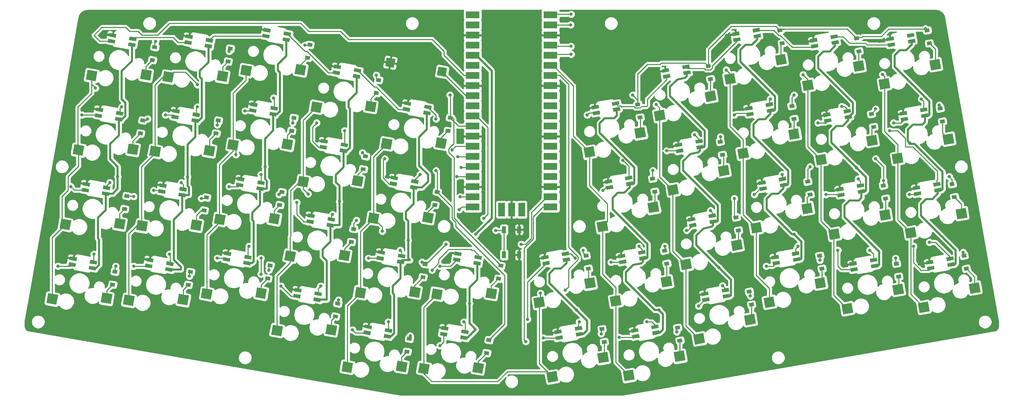
<source format=gbr>
%TF.GenerationSoftware,KiCad,Pcbnew,(5.1.10)-1*%
%TF.CreationDate,2021-09-29T15:51:44-06:00*%
%TF.ProjectId,VColMX44,56436f6c-4d58-4343-942e-6b696361645f,rev?*%
%TF.SameCoordinates,Original*%
%TF.FileFunction,Copper,L2,Bot*%
%TF.FilePolarity,Positive*%
%FSLAX46Y46*%
G04 Gerber Fmt 4.6, Leading zero omitted, Abs format (unit mm)*
G04 Created by KiCad (PCBNEW (5.1.10)-1) date 2021-09-29 15:51:44*
%MOMM*%
%LPD*%
G01*
G04 APERTURE LIST*
%TA.AperFunction,SMDPad,CuDef*%
%ADD10C,0.100000*%
%TD*%
%TA.AperFunction,SMDPad,CuDef*%
%ADD11R,1.000000X1.700000*%
%TD*%
%TA.AperFunction,SMDPad,CuDef*%
%ADD12R,3.500000X1.700000*%
%TD*%
%TA.AperFunction,SMDPad,CuDef*%
%ADD13R,1.700000X3.500000*%
%TD*%
%TA.AperFunction,ViaPad*%
%ADD14C,0.800000*%
%TD*%
%TA.AperFunction,Conductor*%
%ADD15C,0.250000*%
%TD*%
%TA.AperFunction,Conductor*%
%ADD16C,0.500000*%
%TD*%
%TA.AperFunction,Conductor*%
%ADD17C,0.254000*%
%TD*%
%TA.AperFunction,Conductor*%
%ADD18C,0.100000*%
%TD*%
G04 APERTURE END LIST*
%TA.AperFunction,SMDPad,CuDef*%
D10*
%TO.P,LS1,1*%
%TO.N,SPEAKER*%
G36*
X133774033Y-65253802D02*
G01*
X133392007Y-67420380D01*
X131225429Y-67038354D01*
X131607455Y-64871776D01*
X133774033Y-65253802D01*
G37*
%TD.AperFunction*%
%TA.AperFunction,SMDPad,CuDef*%
%TO.P,LS1,2*%
%TO.N,GND*%
G36*
X120774571Y-62961646D02*
G01*
X120392545Y-65128224D01*
X118225967Y-64746198D01*
X118607993Y-62579620D01*
X120774571Y-62961646D01*
G37*
%TD.AperFunction*%
%TD*%
D11*
%TO.P,SW1,2*%
%TO.N,GND*%
X151900000Y-112150000D03*
X151900000Y-105850000D03*
%TO.P,SW1,1*%
%TO.N,Net-(SW1-Pad1)*%
X148100000Y-112150000D03*
X148100000Y-105850000D03*
%TD*%
D12*
%TO.P,U45,1*%
%TO.N,COL11*%
X159790000Y-51870000D03*
%TO.P,U45,2*%
%TO.N,COL10*%
X159790000Y-54410000D03*
%TO.P,U45,3*%
%TO.N,GND*%
X159790000Y-56950000D03*
%TO.P,U45,4*%
%TO.N,COL9*%
X159790000Y-59490000D03*
%TO.P,U45,5*%
%TO.N,COL8*%
X159790000Y-62030000D03*
%TO.P,U45,6*%
%TO.N,COL7*%
X159790000Y-64570000D03*
%TO.P,U45,7*%
%TO.N,COL6*%
X159790000Y-67110000D03*
%TO.P,U45,8*%
%TO.N,GND*%
X159790000Y-69650000D03*
%TO.P,U45,9*%
%TO.N,N/C*%
X159790000Y-72190000D03*
%TO.P,U45,10*%
X159790000Y-74730000D03*
%TO.P,U45,11*%
X159790000Y-77270000D03*
%TO.P,U45,12*%
X159790000Y-79810000D03*
%TO.P,U45,13*%
%TO.N,GND*%
X159790000Y-82350000D03*
%TO.P,U45,14*%
%TO.N,N/C*%
X159790000Y-84890000D03*
%TO.P,U45,15*%
X159790000Y-87430000D03*
%TO.P,U45,16*%
X159790000Y-89970000D03*
%TO.P,U45,17*%
X159790000Y-92510000D03*
%TO.P,U45,18*%
%TO.N,GND*%
X159790000Y-95050000D03*
%TO.P,U45,19*%
%TO.N,ROW3*%
X159790000Y-97590000D03*
%TO.P,U45,20*%
%TO.N,ROW4*%
X159790000Y-100130000D03*
%TO.P,U45,40*%
%TO.N,N/C*%
X140210000Y-51870000D03*
%TO.P,U45,39*%
X140210000Y-54410000D03*
%TO.P,U45,38*%
%TO.N,GND*%
X140210000Y-56950000D03*
%TO.P,U45,37*%
%TO.N,N/C*%
X140210000Y-59490000D03*
%TO.P,U45,36*%
%TO.N,VCC*%
X140210000Y-62030000D03*
%TO.P,U45,35*%
%TO.N,N/C*%
X140210000Y-64570000D03*
%TO.P,U45,34*%
%TO.N,RGB1*%
X140210000Y-67110000D03*
%TO.P,U45,33*%
%TO.N,GND*%
X140210000Y-69650000D03*
%TO.P,U45,32*%
%TO.N,SPEAKER*%
X140210000Y-72190000D03*
%TO.P,U45,31*%
%TO.N,N/C*%
X140210000Y-74730000D03*
%TO.P,U45,30*%
%TO.N,Net-(SW1-Pad1)*%
X140210000Y-77270000D03*
%TO.P,U45,29*%
%TO.N,ROW1*%
X140210000Y-79810000D03*
%TO.P,U45,28*%
%TO.N,GND*%
X140210000Y-82350000D03*
%TO.P,U45,27*%
%TO.N,ROW2*%
X140210000Y-84890000D03*
%TO.P,U45,26*%
%TO.N,COL1*%
X140210000Y-87430000D03*
%TO.P,U45,25*%
%TO.N,COL2*%
X140210000Y-89970000D03*
%TO.P,U45,24*%
%TO.N,COL3*%
X140210000Y-92510000D03*
%TO.P,U45,23*%
%TO.N,GND*%
X140210000Y-95050000D03*
%TO.P,U45,22*%
%TO.N,COL4*%
X140210000Y-97590000D03*
%TO.P,U45,21*%
%TO.N,COL5*%
X140210000Y-100130000D03*
D13*
%TO.P,U45,41*%
%TO.N,N/C*%
X152540000Y-100800000D03*
%TO.P,U45,42*%
%TO.N,GND*%
X150000000Y-100800000D03*
%TO.P,U45,43*%
%TO.N,N/C*%
X147460000Y-100800000D03*
%TD*%
%TA.AperFunction,SMDPad,CuDef*%
D10*
%TO.P,D1,2*%
%TO.N,Net-(D1-Pad2)*%
G36*
X59200738Y-62661095D02*
G01*
X60382507Y-62869472D01*
X60226224Y-63755799D01*
X59044455Y-63547422D01*
X59200738Y-62661095D01*
G37*
%TD.AperFunction*%
%TA.AperFunction,SMDPad,CuDef*%
%TO.P,D1,1*%
%TO.N,ROW1*%
G36*
X59773776Y-59411229D02*
G01*
X60955545Y-59619606D01*
X60799262Y-60505933D01*
X59617493Y-60297556D01*
X59773776Y-59411229D01*
G37*
%TD.AperFunction*%
%TD*%
%TA.AperFunction,SMDPad,CuDef*%
%TO.P,D2,1*%
%TO.N,ROW1*%
G36*
X78773776Y-59756121D02*
G01*
X79955545Y-59964498D01*
X79799262Y-60850825D01*
X78617493Y-60642448D01*
X78773776Y-59756121D01*
G37*
%TD.AperFunction*%
%TA.AperFunction,SMDPad,CuDef*%
%TO.P,D2,2*%
%TO.N,Net-(D2-Pad2)*%
G36*
X78200738Y-63005987D02*
G01*
X79382507Y-63214364D01*
X79226224Y-64100691D01*
X78044455Y-63892314D01*
X78200738Y-63005987D01*
G37*
%TD.AperFunction*%
%TD*%
%TA.AperFunction,SMDPad,CuDef*%
%TO.P,D3,1*%
%TO.N,ROW1*%
G36*
X98773776Y-58827715D02*
G01*
X99955545Y-59036092D01*
X99799262Y-59922419D01*
X98617493Y-59714042D01*
X98773776Y-58827715D01*
G37*
%TD.AperFunction*%
%TA.AperFunction,SMDPad,CuDef*%
%TO.P,D3,2*%
%TO.N,Net-(D3-Pad2)*%
G36*
X98200738Y-62077581D02*
G01*
X99382507Y-62285958D01*
X99226224Y-63172285D01*
X98044455Y-62963908D01*
X98200738Y-62077581D01*
G37*
%TD.AperFunction*%
%TD*%
%TA.AperFunction,SMDPad,CuDef*%
%TO.P,D4,2*%
%TO.N,Net-(D4-Pad2)*%
G36*
X115487257Y-70934108D02*
G01*
X116669026Y-71142485D01*
X116512743Y-72028812D01*
X115330974Y-71820435D01*
X115487257Y-70934108D01*
G37*
%TD.AperFunction*%
%TA.AperFunction,SMDPad,CuDef*%
%TO.P,D4,1*%
%TO.N,ROW1*%
G36*
X116060295Y-67684242D02*
G01*
X117242064Y-67892619D01*
X117085781Y-68778946D01*
X115904012Y-68570569D01*
X116060295Y-67684242D01*
G37*
%TD.AperFunction*%
%TD*%
%TA.AperFunction,SMDPad,CuDef*%
%TO.P,D5,1*%
%TO.N,ROW1*%
G36*
X134060295Y-77202782D02*
G01*
X135242064Y-77411159D01*
X135085781Y-78297486D01*
X133904012Y-78089109D01*
X134060295Y-77202782D01*
G37*
%TD.AperFunction*%
%TA.AperFunction,SMDPad,CuDef*%
%TO.P,D5,2*%
%TO.N,Net-(D5-Pad2)*%
G36*
X133487257Y-80452648D02*
G01*
X134669026Y-80661025D01*
X134512743Y-81547352D01*
X133330974Y-81338975D01*
X133487257Y-80452648D01*
G37*
%TD.AperFunction*%
%TD*%
%TA.AperFunction,SMDPad,CuDef*%
%TO.P,D6,1*%
%TO.N,ROW1*%
G36*
X146773776Y-114315308D02*
G01*
X147955545Y-114523685D01*
X147799262Y-115410012D01*
X146617493Y-115201635D01*
X146773776Y-114315308D01*
G37*
%TD.AperFunction*%
%TA.AperFunction,SMDPad,CuDef*%
%TO.P,D6,2*%
%TO.N,Net-(D6-Pad2)*%
G36*
X146200738Y-117565174D02*
G01*
X147382507Y-117773551D01*
X147226224Y-118659878D01*
X146044455Y-118451501D01*
X146200738Y-117565174D01*
G37*
%TD.AperFunction*%
%TD*%
%TA.AperFunction,SMDPad,CuDef*%
%TO.P,D7,1*%
%TO.N,ROW1*%
G36*
X181044455Y-74036092D02*
G01*
X182226224Y-73827715D01*
X182382507Y-74714042D01*
X181200738Y-74922419D01*
X181044455Y-74036092D01*
G37*
%TD.AperFunction*%
%TA.AperFunction,SMDPad,CuDef*%
%TO.P,D7,2*%
%TO.N,Net-(D7-Pad2)*%
G36*
X181617493Y-77285958D02*
G01*
X182799262Y-77077581D01*
X182955545Y-77963908D01*
X181773776Y-78172285D01*
X181617493Y-77285958D01*
G37*
%TD.AperFunction*%
%TD*%
%TA.AperFunction,SMDPad,CuDef*%
%TO.P,D8,1*%
%TO.N,ROW1*%
G36*
X198757936Y-64411159D02*
G01*
X199939705Y-64202782D01*
X200095988Y-65089109D01*
X198914219Y-65297486D01*
X198757936Y-64411159D01*
G37*
%TD.AperFunction*%
%TA.AperFunction,SMDPad,CuDef*%
%TO.P,D8,2*%
%TO.N,Net-(D8-Pad2)*%
G36*
X199330974Y-67661025D02*
G01*
X200512743Y-67452648D01*
X200669026Y-68338975D01*
X199487257Y-68547352D01*
X199330974Y-67661025D01*
G37*
%TD.AperFunction*%
%TD*%
%TA.AperFunction,SMDPad,CuDef*%
%TO.P,D9,1*%
%TO.N,ROW1*%
G36*
X216757936Y-55411159D02*
G01*
X217939705Y-55202782D01*
X218095988Y-56089109D01*
X216914219Y-56297486D01*
X216757936Y-55411159D01*
G37*
%TD.AperFunction*%
%TA.AperFunction,SMDPad,CuDef*%
%TO.P,D9,2*%
%TO.N,Net-(D9-Pad2)*%
G36*
X217330974Y-58661025D02*
G01*
X218512743Y-58452648D01*
X218669026Y-59338975D01*
X217487257Y-59547352D01*
X217330974Y-58661025D01*
G37*
%TD.AperFunction*%
%TD*%
%TA.AperFunction,SMDPad,CuDef*%
%TO.P,D10,1*%
%TO.N,ROW1*%
G36*
X236044455Y-57411159D02*
G01*
X237226224Y-57202782D01*
X237382507Y-58089109D01*
X236200738Y-58297486D01*
X236044455Y-57411159D01*
G37*
%TD.AperFunction*%
%TA.AperFunction,SMDPad,CuDef*%
%TO.P,D10,2*%
%TO.N,Net-(D10-Pad2)*%
G36*
X236617493Y-60661025D02*
G01*
X237799262Y-60452648D01*
X237955545Y-61338975D01*
X236773776Y-61547352D01*
X236617493Y-60661025D01*
G37*
%TD.AperFunction*%
%TD*%
%TA.AperFunction,SMDPad,CuDef*%
%TO.P,D11,1*%
%TO.N,ROW1*%
G36*
X253757936Y-55411159D02*
G01*
X254939705Y-55202782D01*
X255095988Y-56089109D01*
X253914219Y-56297486D01*
X253757936Y-55411159D01*
G37*
%TD.AperFunction*%
%TA.AperFunction,SMDPad,CuDef*%
%TO.P,D11,2*%
%TO.N,Net-(D11-Pad2)*%
G36*
X254330974Y-58661025D02*
G01*
X255512743Y-58452648D01*
X255669026Y-59338975D01*
X254487257Y-59547352D01*
X254330974Y-58661025D01*
G37*
%TD.AperFunction*%
%TD*%
%TA.AperFunction,SMDPad,CuDef*%
%TO.P,D12,2*%
%TO.N,Net-(D12-Pad2)*%
G36*
X56200738Y-81077581D02*
G01*
X57382507Y-81285958D01*
X57226224Y-82172285D01*
X56044455Y-81963908D01*
X56200738Y-81077581D01*
G37*
%TD.AperFunction*%
%TA.AperFunction,SMDPad,CuDef*%
%TO.P,D12,1*%
%TO.N,ROW2*%
G36*
X56773776Y-77827715D02*
G01*
X57955545Y-78036092D01*
X57799262Y-78922419D01*
X56617493Y-78714042D01*
X56773776Y-77827715D01*
G37*
%TD.AperFunction*%
%TD*%
%TA.AperFunction,SMDPad,CuDef*%
%TO.P,D13,2*%
%TO.N,Net-(D13-Pad2)*%
G36*
X75200738Y-81077581D02*
G01*
X76382507Y-81285958D01*
X76226224Y-82172285D01*
X75044455Y-81963908D01*
X75200738Y-81077581D01*
G37*
%TD.AperFunction*%
%TA.AperFunction,SMDPad,CuDef*%
%TO.P,D13,1*%
%TO.N,ROW2*%
G36*
X75773776Y-77827715D02*
G01*
X76955545Y-78036092D01*
X76799262Y-78922419D01*
X75617493Y-78714042D01*
X75773776Y-77827715D01*
G37*
%TD.AperFunction*%
%TD*%
%TA.AperFunction,SMDPad,CuDef*%
%TO.P,D14,2*%
%TO.N,Net-(D14-Pad2)*%
G36*
X94200738Y-80437293D02*
G01*
X95382507Y-80645670D01*
X95226224Y-81531997D01*
X94044455Y-81323620D01*
X94200738Y-80437293D01*
G37*
%TD.AperFunction*%
%TA.AperFunction,SMDPad,CuDef*%
%TO.P,D14,1*%
%TO.N,ROW2*%
G36*
X94773776Y-77187427D02*
G01*
X95955545Y-77395804D01*
X95799262Y-78282131D01*
X94617493Y-78073754D01*
X94773776Y-77187427D01*
G37*
%TD.AperFunction*%
%TD*%
%TA.AperFunction,SMDPad,CuDef*%
%TO.P,D15,1*%
%TO.N,ROW2*%
G36*
X112773776Y-86827715D02*
G01*
X113955545Y-87036092D01*
X113799262Y-87922419D01*
X112617493Y-87714042D01*
X112773776Y-86827715D01*
G37*
%TD.AperFunction*%
%TA.AperFunction,SMDPad,CuDef*%
%TO.P,D15,2*%
%TO.N,Net-(D15-Pad2)*%
G36*
X112200738Y-90077581D02*
G01*
X113382507Y-90285958D01*
X113226224Y-91172285D01*
X112044455Y-90963908D01*
X112200738Y-90077581D01*
G37*
%TD.AperFunction*%
%TD*%
%TA.AperFunction,SMDPad,CuDef*%
%TO.P,D16,2*%
%TO.N,Net-(D16-Pad2)*%
G36*
X130200738Y-99077581D02*
G01*
X131382507Y-99285958D01*
X131226224Y-100172285D01*
X130044455Y-99963908D01*
X130200738Y-99077581D01*
G37*
%TD.AperFunction*%
%TA.AperFunction,SMDPad,CuDef*%
%TO.P,D16,1*%
%TO.N,ROW2*%
G36*
X130773776Y-95827715D02*
G01*
X131955545Y-96036092D01*
X131799262Y-96922419D01*
X130617493Y-96714042D01*
X130773776Y-95827715D01*
G37*
%TD.AperFunction*%
%TD*%
%TA.AperFunction,SMDPad,CuDef*%
%TO.P,D17,2*%
%TO.N,Net-(D17-Pad2)*%
G36*
X143200738Y-136276521D02*
G01*
X144382507Y-136484898D01*
X144226224Y-137371225D01*
X143044455Y-137162848D01*
X143200738Y-136276521D01*
G37*
%TD.AperFunction*%
%TA.AperFunction,SMDPad,CuDef*%
%TO.P,D17,1*%
%TO.N,ROW2*%
G36*
X143773776Y-133026655D02*
G01*
X144955545Y-133235032D01*
X144799262Y-134121359D01*
X143617493Y-133912982D01*
X143773776Y-133026655D01*
G37*
%TD.AperFunction*%
%TD*%
%TA.AperFunction,SMDPad,CuDef*%
%TO.P,D18,2*%
%TO.N,Net-(D18-Pad2)*%
G36*
X185330974Y-95938941D02*
G01*
X186512743Y-95730564D01*
X186669026Y-96616891D01*
X185487257Y-96825268D01*
X185330974Y-95938941D01*
G37*
%TD.AperFunction*%
%TA.AperFunction,SMDPad,CuDef*%
%TO.P,D18,1*%
%TO.N,ROW2*%
G36*
X184757936Y-92689075D02*
G01*
X185939705Y-92480698D01*
X186095988Y-93367025D01*
X184914219Y-93575402D01*
X184757936Y-92689075D01*
G37*
%TD.AperFunction*%
%TD*%
%TA.AperFunction,SMDPad,CuDef*%
%TO.P,D19,1*%
%TO.N,ROW2*%
G36*
X201757936Y-83411159D02*
G01*
X202939705Y-83202782D01*
X203095988Y-84089109D01*
X201914219Y-84297486D01*
X201757936Y-83411159D01*
G37*
%TD.AperFunction*%
%TA.AperFunction,SMDPad,CuDef*%
%TO.P,D19,2*%
%TO.N,Net-(D19-Pad2)*%
G36*
X202330974Y-86661025D02*
G01*
X203512743Y-86452648D01*
X203669026Y-87338975D01*
X202487257Y-87547352D01*
X202330974Y-86661025D01*
G37*
%TD.AperFunction*%
%TD*%
%TA.AperFunction,SMDPad,CuDef*%
%TO.P,D20,2*%
%TO.N,Net-(D20-Pad2)*%
G36*
X220330974Y-77661025D02*
G01*
X221512743Y-77452648D01*
X221669026Y-78338975D01*
X220487257Y-78547352D01*
X220330974Y-77661025D01*
G37*
%TD.AperFunction*%
%TA.AperFunction,SMDPad,CuDef*%
%TO.P,D20,1*%
%TO.N,ROW2*%
G36*
X219757936Y-74411159D02*
G01*
X220939705Y-74202782D01*
X221095988Y-75089109D01*
X219914219Y-75297486D01*
X219757936Y-74411159D01*
G37*
%TD.AperFunction*%
%TD*%
%TA.AperFunction,SMDPad,CuDef*%
%TO.P,D21,2*%
%TO.N,Net-(D21-Pad2)*%
G36*
X240330974Y-79661025D02*
G01*
X241512743Y-79452648D01*
X241669026Y-80338975D01*
X240487257Y-80547352D01*
X240330974Y-79661025D01*
G37*
%TD.AperFunction*%
%TA.AperFunction,SMDPad,CuDef*%
%TO.P,D21,1*%
%TO.N,ROW2*%
G36*
X239757936Y-76411159D02*
G01*
X240939705Y-76202782D01*
X241095988Y-77089109D01*
X239914219Y-77297486D01*
X239757936Y-76411159D01*
G37*
%TD.AperFunction*%
%TD*%
%TA.AperFunction,SMDPad,CuDef*%
%TO.P,D22,2*%
%TO.N,Net-(D22-Pad2)*%
G36*
X257617493Y-78285958D02*
G01*
X258799262Y-78077581D01*
X258955545Y-78963908D01*
X257773776Y-79172285D01*
X257617493Y-78285958D01*
G37*
%TD.AperFunction*%
%TA.AperFunction,SMDPad,CuDef*%
%TO.P,D22,1*%
%TO.N,ROW2*%
G36*
X257044455Y-75036092D02*
G01*
X258226224Y-74827715D01*
X258382507Y-75714042D01*
X257200738Y-75922419D01*
X257044455Y-75036092D01*
G37*
%TD.AperFunction*%
%TD*%
%TA.AperFunction,SMDPad,CuDef*%
%TO.P,D23,1*%
%TO.N,ROW3*%
G36*
X52773776Y-96827715D02*
G01*
X53955545Y-97036092D01*
X53799262Y-97922419D01*
X52617493Y-97714042D01*
X52773776Y-96827715D01*
G37*
%TD.AperFunction*%
%TA.AperFunction,SMDPad,CuDef*%
%TO.P,D23,2*%
%TO.N,Net-(D23-Pad2)*%
G36*
X52200738Y-100077581D02*
G01*
X53382507Y-100285958D01*
X53226224Y-101172285D01*
X52044455Y-100963908D01*
X52200738Y-100077581D01*
G37*
%TD.AperFunction*%
%TD*%
%TA.AperFunction,SMDPad,CuDef*%
%TO.P,D24,1*%
%TO.N,ROW3*%
G36*
X72773776Y-97178815D02*
G01*
X73955545Y-97387192D01*
X73799262Y-98273519D01*
X72617493Y-98065142D01*
X72773776Y-97178815D01*
G37*
%TD.AperFunction*%
%TA.AperFunction,SMDPad,CuDef*%
%TO.P,D24,2*%
%TO.N,Net-(D24-Pad2)*%
G36*
X72200738Y-100428681D02*
G01*
X73382507Y-100637058D01*
X73226224Y-101523385D01*
X72044455Y-101315008D01*
X72200738Y-100428681D01*
G37*
%TD.AperFunction*%
%TD*%
%TA.AperFunction,SMDPad,CuDef*%
%TO.P,D25,1*%
%TO.N,ROW3*%
G36*
X91773776Y-95827715D02*
G01*
X92955545Y-96036092D01*
X92799262Y-96922419D01*
X91617493Y-96714042D01*
X91773776Y-95827715D01*
G37*
%TD.AperFunction*%
%TA.AperFunction,SMDPad,CuDef*%
%TO.P,D25,2*%
%TO.N,Net-(D25-Pad2)*%
G36*
X91200738Y-99077581D02*
G01*
X92382507Y-99285958D01*
X92226224Y-100172285D01*
X91044455Y-99963908D01*
X91200738Y-99077581D01*
G37*
%TD.AperFunction*%
%TD*%
%TA.AperFunction,SMDPad,CuDef*%
%TO.P,D26,1*%
%TO.N,ROW3*%
G36*
X109773776Y-105106937D02*
G01*
X110955545Y-105315314D01*
X110799262Y-106201641D01*
X109617493Y-105993264D01*
X109773776Y-105106937D01*
G37*
%TD.AperFunction*%
%TA.AperFunction,SMDPad,CuDef*%
%TO.P,D26,2*%
%TO.N,Net-(D26-Pad2)*%
G36*
X109200738Y-108356803D02*
G01*
X110382507Y-108565180D01*
X110226224Y-109451507D01*
X109044455Y-109243130D01*
X109200738Y-108356803D01*
G37*
%TD.AperFunction*%
%TD*%
%TA.AperFunction,SMDPad,CuDef*%
%TO.P,D27,1*%
%TO.N,ROW3*%
G36*
X127773776Y-113970416D02*
G01*
X128955545Y-114178793D01*
X128799262Y-115065120D01*
X127617493Y-114856743D01*
X127773776Y-113970416D01*
G37*
%TD.AperFunction*%
%TA.AperFunction,SMDPad,CuDef*%
%TO.P,D27,2*%
%TO.N,Net-(D27-Pad2)*%
G36*
X127200738Y-117220282D02*
G01*
X128382507Y-117428659D01*
X128226224Y-118314986D01*
X127044455Y-118106609D01*
X127200738Y-117220282D01*
G37*
%TD.AperFunction*%
%TD*%
%TA.AperFunction,SMDPad,CuDef*%
%TO.P,D28,2*%
%TO.N,Net-(D28-Pad2)*%
G36*
X168617493Y-115285958D02*
G01*
X169799262Y-115077581D01*
X169955545Y-115963908D01*
X168773776Y-116172285D01*
X168617493Y-115285958D01*
G37*
%TD.AperFunction*%
%TA.AperFunction,SMDPad,CuDef*%
%TO.P,D28,1*%
%TO.N,ROW3*%
G36*
X168044455Y-112036092D02*
G01*
X169226224Y-111827715D01*
X169382507Y-112714042D01*
X168200738Y-112922419D01*
X168044455Y-112036092D01*
G37*
%TD.AperFunction*%
%TD*%
%TA.AperFunction,SMDPad,CuDef*%
%TO.P,D29,2*%
%TO.N,Net-(D29-Pad2)*%
G36*
X188330974Y-114010162D02*
G01*
X189512743Y-113801785D01*
X189669026Y-114688112D01*
X188487257Y-114896489D01*
X188330974Y-114010162D01*
G37*
%TD.AperFunction*%
%TA.AperFunction,SMDPad,CuDef*%
%TO.P,D29,1*%
%TO.N,ROW3*%
G36*
X187757936Y-110760296D02*
G01*
X188939705Y-110551919D01*
X189095988Y-111438246D01*
X187914219Y-111646623D01*
X187757936Y-110760296D01*
G37*
%TD.AperFunction*%
%TD*%
%TA.AperFunction,SMDPad,CuDef*%
%TO.P,D30,1*%
%TO.N,ROW3*%
G36*
X205757936Y-102411159D02*
G01*
X206939705Y-102202782D01*
X207095988Y-103089109D01*
X205914219Y-103297486D01*
X205757936Y-102411159D01*
G37*
%TD.AperFunction*%
%TA.AperFunction,SMDPad,CuDef*%
%TO.P,D30,2*%
%TO.N,Net-(D30-Pad2)*%
G36*
X206330974Y-105661025D02*
G01*
X207512743Y-105452648D01*
X207669026Y-106338975D01*
X206487257Y-106547352D01*
X206330974Y-105661025D01*
G37*
%TD.AperFunction*%
%TD*%
%TA.AperFunction,SMDPad,CuDef*%
%TO.P,D31,1*%
%TO.N,ROW3*%
G36*
X223757936Y-93411159D02*
G01*
X224939705Y-93202782D01*
X225095988Y-94089109D01*
X223914219Y-94297486D01*
X223757936Y-93411159D01*
G37*
%TD.AperFunction*%
%TA.AperFunction,SMDPad,CuDef*%
%TO.P,D31,2*%
%TO.N,Net-(D31-Pad2)*%
G36*
X224330974Y-96661025D02*
G01*
X225512743Y-96452648D01*
X225669026Y-97338975D01*
X224487257Y-97547352D01*
X224330974Y-96661025D01*
G37*
%TD.AperFunction*%
%TD*%
%TA.AperFunction,SMDPad,CuDef*%
%TO.P,D32,1*%
%TO.N,ROW3*%
G36*
X242757936Y-94411159D02*
G01*
X243939705Y-94202782D01*
X244095988Y-95089109D01*
X242914219Y-95297486D01*
X242757936Y-94411159D01*
G37*
%TD.AperFunction*%
%TA.AperFunction,SMDPad,CuDef*%
%TO.P,D32,2*%
%TO.N,Net-(D32-Pad2)*%
G36*
X243330974Y-97661025D02*
G01*
X244512743Y-97452648D01*
X244669026Y-98338975D01*
X243487257Y-98547352D01*
X243330974Y-97661025D01*
G37*
%TD.AperFunction*%
%TD*%
%TA.AperFunction,SMDPad,CuDef*%
%TO.P,D33,1*%
%TO.N,ROW3*%
G36*
X260044455Y-94036092D02*
G01*
X261226224Y-93827715D01*
X261382507Y-94714042D01*
X260200738Y-94922419D01*
X260044455Y-94036092D01*
G37*
%TD.AperFunction*%
%TA.AperFunction,SMDPad,CuDef*%
%TO.P,D33,2*%
%TO.N,Net-(D33-Pad2)*%
G36*
X260617493Y-97285958D02*
G01*
X261799262Y-97077581D01*
X261955545Y-97963908D01*
X260773776Y-98172285D01*
X260617493Y-97285958D01*
G37*
%TD.AperFunction*%
%TD*%
%TA.AperFunction,SMDPad,CuDef*%
%TO.P,D34,2*%
%TO.N,Net-(D34-Pad2)*%
G36*
X49200738Y-119077581D02*
G01*
X50382507Y-119285958D01*
X50226224Y-120172285D01*
X49044455Y-119963908D01*
X49200738Y-119077581D01*
G37*
%TD.AperFunction*%
%TA.AperFunction,SMDPad,CuDef*%
%TO.P,D34,1*%
%TO.N,ROW4*%
G36*
X49773776Y-115827715D02*
G01*
X50955545Y-116036092D01*
X50799262Y-116922419D01*
X49617493Y-116714042D01*
X49773776Y-115827715D01*
G37*
%TD.AperFunction*%
%TD*%
%TA.AperFunction,SMDPad,CuDef*%
%TO.P,D35,2*%
%TO.N,Net-(D35-Pad2)*%
G36*
X68200738Y-119140029D02*
G01*
X69382507Y-119348406D01*
X69226224Y-120234733D01*
X68044455Y-120026356D01*
X68200738Y-119140029D01*
G37*
%TD.AperFunction*%
%TA.AperFunction,SMDPad,CuDef*%
%TO.P,D35,1*%
%TO.N,ROW4*%
G36*
X68773776Y-115890163D02*
G01*
X69955545Y-116098540D01*
X69799262Y-116984867D01*
X68617493Y-116776490D01*
X68773776Y-115890163D01*
G37*
%TD.AperFunction*%
%TD*%
%TA.AperFunction,SMDPad,CuDef*%
%TO.P,D36,2*%
%TO.N,Net-(D36-Pad2)*%
G36*
X88200738Y-117515305D02*
G01*
X89382507Y-117723682D01*
X89226224Y-118610009D01*
X88044455Y-118401632D01*
X88200738Y-117515305D01*
G37*
%TD.AperFunction*%
%TA.AperFunction,SMDPad,CuDef*%
%TO.P,D36,1*%
%TO.N,ROW4*%
G36*
X88773776Y-114265439D02*
G01*
X89955545Y-114473816D01*
X89799262Y-115360143D01*
X88617493Y-115151766D01*
X88773776Y-114265439D01*
G37*
%TD.AperFunction*%
%TD*%
%TA.AperFunction,SMDPad,CuDef*%
%TO.P,D37,2*%
%TO.N,Net-(D37-Pad2)*%
G36*
X105200738Y-127077581D02*
G01*
X106382507Y-127285958D01*
X106226224Y-128172285D01*
X105044455Y-127963908D01*
X105200738Y-127077581D01*
G37*
%TD.AperFunction*%
%TA.AperFunction,SMDPad,CuDef*%
%TO.P,D37,1*%
%TO.N,ROW4*%
G36*
X105773776Y-123827715D02*
G01*
X106955545Y-124036092D01*
X106799262Y-124922419D01*
X105617493Y-124714042D01*
X105773776Y-123827715D01*
G37*
%TD.AperFunction*%
%TD*%
%TA.AperFunction,SMDPad,CuDef*%
%TO.P,D38,2*%
%TO.N,Net-(D38-Pad2)*%
G36*
X123200738Y-135931629D02*
G01*
X124382507Y-136140006D01*
X124226224Y-137026333D01*
X123044455Y-136817956D01*
X123200738Y-135931629D01*
G37*
%TD.AperFunction*%
%TA.AperFunction,SMDPad,CuDef*%
%TO.P,D38,1*%
%TO.N,ROW4*%
G36*
X123773776Y-132681763D02*
G01*
X124955545Y-132890140D01*
X124799262Y-133776467D01*
X123617493Y-133568090D01*
X123773776Y-132681763D01*
G37*
%TD.AperFunction*%
%TD*%
%TA.AperFunction,SMDPad,CuDef*%
%TO.P,D39,1*%
%TO.N,ROW4*%
G36*
X172044455Y-130456661D02*
G01*
X173226224Y-130248284D01*
X173382507Y-131134611D01*
X172200738Y-131342988D01*
X172044455Y-130456661D01*
G37*
%TD.AperFunction*%
%TA.AperFunction,SMDPad,CuDef*%
%TO.P,D39,2*%
%TO.N,Net-(D39-Pad2)*%
G36*
X172617493Y-133706527D02*
G01*
X173799262Y-133498150D01*
X173955545Y-134384477D01*
X172773776Y-134592854D01*
X172617493Y-133706527D01*
G37*
%TD.AperFunction*%
%TD*%
%TA.AperFunction,SMDPad,CuDef*%
%TO.P,D40,1*%
%TO.N,ROW4*%
G36*
X191044455Y-130111769D02*
G01*
X192226224Y-129903392D01*
X192382507Y-130789719D01*
X191200738Y-130998096D01*
X191044455Y-130111769D01*
G37*
%TD.AperFunction*%
%TA.AperFunction,SMDPad,CuDef*%
%TO.P,D40,2*%
%TO.N,Net-(D40-Pad2)*%
G36*
X191617493Y-133361635D02*
G01*
X192799262Y-133153258D01*
X192955545Y-134039585D01*
X191773776Y-134247962D01*
X191617493Y-133361635D01*
G37*
%TD.AperFunction*%
%TD*%
%TA.AperFunction,SMDPad,CuDef*%
%TO.P,D41,2*%
%TO.N,Net-(D41-Pad2)*%
G36*
X209617493Y-124285958D02*
G01*
X210799262Y-124077581D01*
X210955545Y-124963908D01*
X209773776Y-125172285D01*
X209617493Y-124285958D01*
G37*
%TD.AperFunction*%
%TA.AperFunction,SMDPad,CuDef*%
%TO.P,D41,1*%
%TO.N,ROW4*%
G36*
X209044455Y-121036092D02*
G01*
X210226224Y-120827715D01*
X210382507Y-121714042D01*
X209200738Y-121922419D01*
X209044455Y-121036092D01*
G37*
%TD.AperFunction*%
%TD*%
%TA.AperFunction,SMDPad,CuDef*%
%TO.P,D42,2*%
%TO.N,Net-(D42-Pad2)*%
G36*
X227330974Y-115285958D02*
G01*
X228512743Y-115077581D01*
X228669026Y-115963908D01*
X227487257Y-116172285D01*
X227330974Y-115285958D01*
G37*
%TD.AperFunction*%
%TA.AperFunction,SMDPad,CuDef*%
%TO.P,D42,1*%
%TO.N,ROW4*%
G36*
X226757936Y-112036092D02*
G01*
X227939705Y-111827715D01*
X228095988Y-112714042D01*
X226914219Y-112922419D01*
X226757936Y-112036092D01*
G37*
%TD.AperFunction*%
%TD*%
%TA.AperFunction,SMDPad,CuDef*%
%TO.P,D43,2*%
%TO.N,Net-(D43-Pad2)*%
G36*
X246617493Y-117285958D02*
G01*
X247799262Y-117077581D01*
X247955545Y-117963908D01*
X246773776Y-118172285D01*
X246617493Y-117285958D01*
G37*
%TD.AperFunction*%
%TA.AperFunction,SMDPad,CuDef*%
%TO.P,D43,1*%
%TO.N,ROW4*%
G36*
X246044455Y-114036092D02*
G01*
X247226224Y-113827715D01*
X247382507Y-114714042D01*
X246200738Y-114922419D01*
X246044455Y-114036092D01*
G37*
%TD.AperFunction*%
%TD*%
%TA.AperFunction,SMDPad,CuDef*%
%TO.P,D44,2*%
%TO.N,Net-(D44-Pad2)*%
G36*
X263617493Y-115285958D02*
G01*
X264799262Y-115077581D01*
X264955545Y-115963908D01*
X263773776Y-116172285D01*
X263617493Y-115285958D01*
G37*
%TD.AperFunction*%
%TA.AperFunction,SMDPad,CuDef*%
%TO.P,D44,1*%
%TO.N,ROW4*%
G36*
X263044455Y-112036092D02*
G01*
X264226224Y-111827715D01*
X264382507Y-112714042D01*
X263200738Y-112922419D01*
X263044455Y-112036092D01*
G37*
%TD.AperFunction*%
%TD*%
%TA.AperFunction,SMDPad,CuDef*%
%TO.P,U1,3*%
%TO.N,GND*%
G36*
X50660580Y-56698501D02*
G01*
X50504296Y-57584828D01*
X48731642Y-57272261D01*
X48887926Y-56385934D01*
X50660580Y-56698501D01*
G37*
%TD.AperFunction*%
%TA.AperFunction,SMDPad,CuDef*%
%TO.P,U1,4*%
%TO.N,RGB1*%
G36*
X50400108Y-58175712D02*
G01*
X50243824Y-59062039D01*
X48471170Y-58749472D01*
X48627454Y-57863145D01*
X50400108Y-58175712D01*
G37*
%TD.AperFunction*%
%TA.AperFunction,SMDPad,CuDef*%
%TO.P,U1,5*%
%TO.N,RGB2*%
G36*
X55781581Y-57601471D02*
G01*
X55625297Y-58487798D01*
X53852643Y-58175231D01*
X54008927Y-57288904D01*
X55781581Y-57601471D01*
G37*
%TD.AperFunction*%
%TA.AperFunction,SMDPad,CuDef*%
%TO.P,U1,6*%
%TO.N,VCC*%
G36*
X55521108Y-59078683D02*
G01*
X55364824Y-59965010D01*
X53592170Y-59652443D01*
X53748454Y-58766116D01*
X55521108Y-59078683D01*
G37*
%TD.AperFunction*%
%TA.AperFunction,SMDPad,CuDef*%
%TO.P,U1,2*%
%TO.N,COL1*%
G36*
X45916391Y-66097473D02*
G01*
X45482271Y-68559492D01*
X42971011Y-68116689D01*
X43405131Y-65654670D01*
X45916391Y-66097473D01*
G37*
%TD.AperFunction*%
%TA.AperFunction,SMDPad,CuDef*%
%TO.P,U1,1*%
%TO.N,Net-(D1-Pad2)*%
G36*
X59578501Y-65927288D02*
G01*
X59144381Y-68389307D01*
X56633121Y-67946504D01*
X57067241Y-65484485D01*
X59578501Y-65927288D01*
G37*
%TD.AperFunction*%
%TD*%
%TA.AperFunction,SMDPad,CuDef*%
%TO.P,U2,3*%
%TO.N,GND*%
G36*
X69892872Y-57043393D02*
G01*
X69736588Y-57929720D01*
X67963934Y-57617153D01*
X68120218Y-56730826D01*
X69892872Y-57043393D01*
G37*
%TD.AperFunction*%
%TA.AperFunction,SMDPad,CuDef*%
%TO.P,U2,4*%
%TO.N,RGB2*%
G36*
X69632400Y-58520604D02*
G01*
X69476116Y-59406931D01*
X67703462Y-59094364D01*
X67859746Y-58208037D01*
X69632400Y-58520604D01*
G37*
%TD.AperFunction*%
%TA.AperFunction,SMDPad,CuDef*%
%TO.P,U2,5*%
%TO.N,RGB3*%
G36*
X75013873Y-57946363D02*
G01*
X74857589Y-58832690D01*
X73084935Y-58520123D01*
X73241219Y-57633796D01*
X75013873Y-57946363D01*
G37*
%TD.AperFunction*%
%TA.AperFunction,SMDPad,CuDef*%
%TO.P,U2,6*%
%TO.N,VCC*%
G36*
X74753400Y-59423575D02*
G01*
X74597116Y-60309902D01*
X72824462Y-59997335D01*
X72980746Y-59111008D01*
X74753400Y-59423575D01*
G37*
%TD.AperFunction*%
%TA.AperFunction,SMDPad,CuDef*%
%TO.P,U2,2*%
%TO.N,COL2*%
G36*
X65148683Y-66442365D02*
G01*
X64714563Y-68904384D01*
X62203303Y-68461581D01*
X62637423Y-65999562D01*
X65148683Y-66442365D01*
G37*
%TD.AperFunction*%
%TA.AperFunction,SMDPad,CuDef*%
%TO.P,U2,1*%
%TO.N,Net-(D2-Pad2)*%
G36*
X78810793Y-66272180D02*
G01*
X78376673Y-68734199D01*
X75865413Y-68291396D01*
X76299533Y-65829377D01*
X78810793Y-66272180D01*
G37*
%TD.AperFunction*%
%TD*%
%TA.AperFunction,SMDPad,CuDef*%
%TO.P,U3,1*%
%TO.N,Net-(D3-Pad2)*%
G36*
X98390381Y-64647457D02*
G01*
X97956261Y-67109476D01*
X95445001Y-66666673D01*
X95879121Y-64204654D01*
X98390381Y-64647457D01*
G37*
%TD.AperFunction*%
%TA.AperFunction,SMDPad,CuDef*%
%TO.P,U3,2*%
%TO.N,COL3*%
G36*
X84728271Y-64817642D02*
G01*
X84294151Y-67279661D01*
X81782891Y-66836858D01*
X82217011Y-64374839D01*
X84728271Y-64817642D01*
G37*
%TD.AperFunction*%
%TA.AperFunction,SMDPad,CuDef*%
%TO.P,U3,6*%
%TO.N,VCC*%
G36*
X94332988Y-57798852D02*
G01*
X94176704Y-58685179D01*
X92404050Y-58372612D01*
X92560334Y-57486285D01*
X94332988Y-57798852D01*
G37*
%TD.AperFunction*%
%TA.AperFunction,SMDPad,CuDef*%
%TO.P,U3,5*%
%TO.N,RGB4*%
G36*
X94593461Y-56321640D02*
G01*
X94437177Y-57207967D01*
X92664523Y-56895400D01*
X92820807Y-56009073D01*
X94593461Y-56321640D01*
G37*
%TD.AperFunction*%
%TA.AperFunction,SMDPad,CuDef*%
%TO.P,U3,4*%
%TO.N,RGB3*%
G36*
X89211988Y-56895881D02*
G01*
X89055704Y-57782208D01*
X87283050Y-57469641D01*
X87439334Y-56583314D01*
X89211988Y-56895881D01*
G37*
%TD.AperFunction*%
%TA.AperFunction,SMDPad,CuDef*%
%TO.P,U3,3*%
%TO.N,GND*%
G36*
X89472460Y-55418670D02*
G01*
X89316176Y-56304997D01*
X87543522Y-55992430D01*
X87699806Y-55106103D01*
X89472460Y-55418670D01*
G37*
%TD.AperFunction*%
%TD*%
%TA.AperFunction,SMDPad,CuDef*%
%TO.P,U4,3*%
%TO.N,GND*%
G36*
X107141918Y-64626832D02*
G01*
X106985634Y-65513159D01*
X105212980Y-65200592D01*
X105369264Y-64314265D01*
X107141918Y-64626832D01*
G37*
%TD.AperFunction*%
%TA.AperFunction,SMDPad,CuDef*%
%TO.P,U4,4*%
%TO.N,RGB4*%
G36*
X106881446Y-66104043D02*
G01*
X106725162Y-66990370D01*
X104952508Y-66677803D01*
X105108792Y-65791476D01*
X106881446Y-66104043D01*
G37*
%TD.AperFunction*%
%TA.AperFunction,SMDPad,CuDef*%
%TO.P,U4,5*%
%TO.N,RGB5*%
G36*
X112262919Y-65529802D02*
G01*
X112106635Y-66416129D01*
X110333981Y-66103562D01*
X110490265Y-65217235D01*
X112262919Y-65529802D01*
G37*
%TD.AperFunction*%
%TA.AperFunction,SMDPad,CuDef*%
%TO.P,U4,6*%
%TO.N,VCC*%
G36*
X112002446Y-67007014D02*
G01*
X111846162Y-67893341D01*
X110073508Y-67580774D01*
X110229792Y-66694447D01*
X112002446Y-67007014D01*
G37*
%TD.AperFunction*%
%TA.AperFunction,SMDPad,CuDef*%
%TO.P,U4,2*%
%TO.N,COL4*%
G36*
X102397729Y-74025804D02*
G01*
X101963609Y-76487823D01*
X99452349Y-76045020D01*
X99886469Y-73583001D01*
X102397729Y-74025804D01*
G37*
%TD.AperFunction*%
%TA.AperFunction,SMDPad,CuDef*%
%TO.P,U4,1*%
%TO.N,Net-(D4-Pad2)*%
G36*
X116059839Y-73855619D02*
G01*
X115625719Y-76317638D01*
X113114459Y-75874835D01*
X113548579Y-73412816D01*
X116059839Y-73855619D01*
G37*
%TD.AperFunction*%
%TD*%
%TA.AperFunction,SMDPad,CuDef*%
%TO.P,U5,3*%
%TO.N,GND*%
G36*
X124811376Y-73834994D02*
G01*
X124655092Y-74721321D01*
X122882438Y-74408754D01*
X123038722Y-73522427D01*
X124811376Y-73834994D01*
G37*
%TD.AperFunction*%
%TA.AperFunction,SMDPad,CuDef*%
%TO.P,U5,4*%
%TO.N,RGB5*%
G36*
X124550904Y-75312205D02*
G01*
X124394620Y-76198532D01*
X122621966Y-75885965D01*
X122778250Y-74999638D01*
X124550904Y-75312205D01*
G37*
%TD.AperFunction*%
%TA.AperFunction,SMDPad,CuDef*%
%TO.P,U5,5*%
%TO.N,RGB6*%
G36*
X129932377Y-74737964D02*
G01*
X129776093Y-75624291D01*
X128003439Y-75311724D01*
X128159723Y-74425397D01*
X129932377Y-74737964D01*
G37*
%TD.AperFunction*%
%TA.AperFunction,SMDPad,CuDef*%
%TO.P,U5,6*%
%TO.N,VCC*%
G36*
X129671904Y-76215176D02*
G01*
X129515620Y-77101503D01*
X127742966Y-76788936D01*
X127899250Y-75902609D01*
X129671904Y-76215176D01*
G37*
%TD.AperFunction*%
%TA.AperFunction,SMDPad,CuDef*%
%TO.P,U5,2*%
%TO.N,COL5*%
G36*
X120067187Y-83233966D02*
G01*
X119633067Y-85695985D01*
X117121807Y-85253182D01*
X117555927Y-82791163D01*
X120067187Y-83233966D01*
G37*
%TD.AperFunction*%
%TA.AperFunction,SMDPad,CuDef*%
%TO.P,U5,1*%
%TO.N,Net-(D5-Pad2)*%
G36*
X133729297Y-83063781D02*
G01*
X133295177Y-85525800D01*
X130783917Y-85082997D01*
X131218037Y-82620978D01*
X133729297Y-83063781D01*
G37*
%TD.AperFunction*%
%TD*%
%TA.AperFunction,SMDPad,CuDef*%
%TO.P,U6,3*%
%TO.N,GND*%
G36*
X137445038Y-111602581D02*
G01*
X137288754Y-112488908D01*
X135516100Y-112176341D01*
X135672384Y-111290014D01*
X137445038Y-111602581D01*
G37*
%TD.AperFunction*%
%TA.AperFunction,SMDPad,CuDef*%
%TO.P,U6,4*%
%TO.N,RGB16*%
G36*
X137184566Y-113079792D02*
G01*
X137028282Y-113966119D01*
X135255628Y-113653552D01*
X135411912Y-112767225D01*
X137184566Y-113079792D01*
G37*
%TD.AperFunction*%
%TA.AperFunction,SMDPad,CuDef*%
%TO.P,U6,5*%
%TO.N,RGB17*%
G36*
X142566039Y-112505551D02*
G01*
X142409755Y-113391878D01*
X140637101Y-113079311D01*
X140793385Y-112192984D01*
X142566039Y-112505551D01*
G37*
%TD.AperFunction*%
%TA.AperFunction,SMDPad,CuDef*%
%TO.P,U6,6*%
%TO.N,VCC*%
G36*
X142305566Y-113982763D02*
G01*
X142149282Y-114869090D01*
X140376628Y-114556523D01*
X140532912Y-113670196D01*
X142305566Y-113982763D01*
G37*
%TD.AperFunction*%
%TA.AperFunction,SMDPad,CuDef*%
%TO.P,U6,2*%
%TO.N,COL6*%
G36*
X132700849Y-121001553D02*
G01*
X132266729Y-123463572D01*
X129755469Y-123020769D01*
X130189589Y-120558750D01*
X132700849Y-121001553D01*
G37*
%TD.AperFunction*%
%TA.AperFunction,SMDPad,CuDef*%
%TO.P,U6,1*%
%TO.N,Net-(D6-Pad2)*%
G36*
X146362959Y-120831368D02*
G01*
X145928839Y-123293387D01*
X143417579Y-122850584D01*
X143851699Y-120388565D01*
X146362959Y-120831368D01*
G37*
%TD.AperFunction*%
%TD*%
%TA.AperFunction,SMDPad,CuDef*%
%TO.P,U7,1*%
%TO.N,Net-(D7-Pad2)*%
G36*
X183376814Y-80047512D02*
G01*
X183810934Y-82509531D01*
X181299674Y-82952334D01*
X180865554Y-80490315D01*
X183376814Y-80047512D01*
G37*
%TD.AperFunction*%
%TA.AperFunction,SMDPad,CuDef*%
%TO.P,U7,2*%
%TO.N,COL7*%
G36*
X170596836Y-84880150D02*
G01*
X171030956Y-87342169D01*
X168519696Y-87784972D01*
X168085576Y-85322953D01*
X170596836Y-84880150D01*
G37*
%TD.AperFunction*%
%TA.AperFunction,SMDPad,CuDef*%
%TO.P,U7,6*%
%TO.N,VCC*%
G36*
X177221750Y-74999638D02*
G01*
X177378034Y-75885965D01*
X175605380Y-76198532D01*
X175449096Y-75312205D01*
X177221750Y-74999638D01*
G37*
%TD.AperFunction*%
%TA.AperFunction,SMDPad,CuDef*%
%TO.P,U7,5*%
%TO.N,RGB41*%
G36*
X176961278Y-73522427D02*
G01*
X177117562Y-74408754D01*
X175344908Y-74721321D01*
X175188624Y-73834994D01*
X176961278Y-73522427D01*
G37*
%TD.AperFunction*%
%TA.AperFunction,SMDPad,CuDef*%
%TO.P,U7,4*%
%TO.N,RGB40*%
G36*
X172100750Y-75902609D02*
G01*
X172257034Y-76788936D01*
X170484380Y-77101503D01*
X170328096Y-76215176D01*
X172100750Y-75902609D01*
G37*
%TD.AperFunction*%
%TA.AperFunction,SMDPad,CuDef*%
%TO.P,U7,3*%
%TO.N,GND*%
G36*
X171840277Y-74425397D02*
G01*
X171996561Y-75311724D01*
X170223907Y-75624291D01*
X170067623Y-74737964D01*
X171840277Y-74425397D01*
G37*
%TD.AperFunction*%
%TD*%
%TA.AperFunction,SMDPad,CuDef*%
%TO.P,U8,3*%
%TO.N,GND*%
G36*
X189509735Y-65217235D02*
G01*
X189666019Y-66103562D01*
X187893365Y-66416129D01*
X187737081Y-65529802D01*
X189509735Y-65217235D01*
G37*
%TD.AperFunction*%
%TA.AperFunction,SMDPad,CuDef*%
%TO.P,U8,4*%
%TO.N,RGB41*%
G36*
X189770208Y-66694447D02*
G01*
X189926492Y-67580774D01*
X188153838Y-67893341D01*
X187997554Y-67007014D01*
X189770208Y-66694447D01*
G37*
%TD.AperFunction*%
%TA.AperFunction,SMDPad,CuDef*%
%TO.P,U8,5*%
%TO.N,RGB42*%
G36*
X194630736Y-64314265D02*
G01*
X194787020Y-65200592D01*
X193014366Y-65513159D01*
X192858082Y-64626832D01*
X194630736Y-64314265D01*
G37*
%TD.AperFunction*%
%TA.AperFunction,SMDPad,CuDef*%
%TO.P,U8,6*%
%TO.N,VCC*%
G36*
X194891208Y-65791476D02*
G01*
X195047492Y-66677803D01*
X193274838Y-66990370D01*
X193118554Y-66104043D01*
X194891208Y-65791476D01*
G37*
%TD.AperFunction*%
%TA.AperFunction,SMDPad,CuDef*%
%TO.P,U8,2*%
%TO.N,COL8*%
G36*
X188266294Y-75671988D02*
G01*
X188700414Y-78134007D01*
X186189154Y-78576810D01*
X185755034Y-76114791D01*
X188266294Y-75671988D01*
G37*
%TD.AperFunction*%
%TA.AperFunction,SMDPad,CuDef*%
%TO.P,U8,1*%
%TO.N,Net-(D8-Pad2)*%
G36*
X201046272Y-70839350D02*
G01*
X201480392Y-73301369D01*
X198969132Y-73744172D01*
X198535012Y-71282153D01*
X201046272Y-70839350D01*
G37*
%TD.AperFunction*%
%TD*%
%TA.AperFunction,SMDPad,CuDef*%
%TO.P,U9,3*%
%TO.N,GND*%
G36*
X207179193Y-56009073D02*
G01*
X207335477Y-56895400D01*
X205562823Y-57207967D01*
X205406539Y-56321640D01*
X207179193Y-56009073D01*
G37*
%TD.AperFunction*%
%TA.AperFunction,SMDPad,CuDef*%
%TO.P,U9,4*%
%TO.N,RGB42*%
G36*
X207439666Y-57486285D02*
G01*
X207595950Y-58372612D01*
X205823296Y-58685179D01*
X205667012Y-57798852D01*
X207439666Y-57486285D01*
G37*
%TD.AperFunction*%
%TA.AperFunction,SMDPad,CuDef*%
%TO.P,U9,5*%
%TO.N,RGB43*%
G36*
X212300194Y-55106103D02*
G01*
X212456478Y-55992430D01*
X210683824Y-56304997D01*
X210527540Y-55418670D01*
X212300194Y-55106103D01*
G37*
%TD.AperFunction*%
%TA.AperFunction,SMDPad,CuDef*%
%TO.P,U9,6*%
%TO.N,VCC*%
G36*
X212560666Y-56583314D02*
G01*
X212716950Y-57469641D01*
X210944296Y-57782208D01*
X210788012Y-56895881D01*
X212560666Y-56583314D01*
G37*
%TD.AperFunction*%
%TA.AperFunction,SMDPad,CuDef*%
%TO.P,U9,2*%
%TO.N,COL9*%
G36*
X205935752Y-66463826D02*
G01*
X206369872Y-68925845D01*
X203858612Y-69368648D01*
X203424492Y-66906629D01*
X205935752Y-66463826D01*
G37*
%TD.AperFunction*%
%TA.AperFunction,SMDPad,CuDef*%
%TO.P,U9,1*%
%TO.N,Net-(D9-Pad2)*%
G36*
X218715730Y-61631188D02*
G01*
X219149850Y-64093207D01*
X216638590Y-64536010D01*
X216204470Y-62073991D01*
X218715730Y-61631188D01*
G37*
%TD.AperFunction*%
%TD*%
%TA.AperFunction,SMDPad,CuDef*%
%TO.P,U10,1*%
%TO.N,Net-(D10-Pad2)*%
G36*
X238295318Y-63255911D02*
G01*
X238729438Y-65717930D01*
X236218178Y-66160733D01*
X235784058Y-63698714D01*
X238295318Y-63255911D01*
G37*
%TD.AperFunction*%
%TA.AperFunction,SMDPad,CuDef*%
%TO.P,U10,2*%
%TO.N,COL10*%
G36*
X225515340Y-68088549D02*
G01*
X225949460Y-70550568D01*
X223438200Y-70993371D01*
X223004080Y-68531352D01*
X225515340Y-68088549D01*
G37*
%TD.AperFunction*%
%TA.AperFunction,SMDPad,CuDef*%
%TO.P,U10,6*%
%TO.N,VCC*%
G36*
X232140254Y-58208037D02*
G01*
X232296538Y-59094364D01*
X230523884Y-59406931D01*
X230367600Y-58520604D01*
X232140254Y-58208037D01*
G37*
%TD.AperFunction*%
%TA.AperFunction,SMDPad,CuDef*%
%TO.P,U10,5*%
%TO.N,RGB44*%
G36*
X231879782Y-56730826D02*
G01*
X232036066Y-57617153D01*
X230263412Y-57929720D01*
X230107128Y-57043393D01*
X231879782Y-56730826D01*
G37*
%TD.AperFunction*%
%TA.AperFunction,SMDPad,CuDef*%
%TO.P,U10,4*%
%TO.N,RGB43*%
G36*
X227019254Y-59111008D02*
G01*
X227175538Y-59997335D01*
X225402884Y-60309902D01*
X225246600Y-59423575D01*
X227019254Y-59111008D01*
G37*
%TD.AperFunction*%
%TA.AperFunction,SMDPad,CuDef*%
%TO.P,U10,3*%
%TO.N,GND*%
G36*
X226758781Y-57633796D02*
G01*
X226915065Y-58520123D01*
X225142411Y-58832690D01*
X224986127Y-57946363D01*
X226758781Y-57633796D01*
G37*
%TD.AperFunction*%
%TD*%
%TA.AperFunction,SMDPad,CuDef*%
%TO.P,U11,1*%
%TO.N,Net-(D11-Pad2)*%
G36*
X257527610Y-62911019D02*
G01*
X257961730Y-65373038D01*
X255450470Y-65815841D01*
X255016350Y-63353822D01*
X257527610Y-62911019D01*
G37*
%TD.AperFunction*%
%TA.AperFunction,SMDPad,CuDef*%
%TO.P,U11,2*%
%TO.N,COL11*%
G36*
X244747632Y-67743657D02*
G01*
X245181752Y-70205676D01*
X242670492Y-70648479D01*
X242236372Y-68186460D01*
X244747632Y-67743657D01*
G37*
%TD.AperFunction*%
%TA.AperFunction,SMDPad,CuDef*%
%TO.P,U11,6*%
%TO.N,VCC*%
G36*
X251372546Y-57863145D02*
G01*
X251528830Y-58749472D01*
X249756176Y-59062039D01*
X249599892Y-58175712D01*
X251372546Y-57863145D01*
G37*
%TD.AperFunction*%
%TA.AperFunction,SMDPad,CuDef*%
%TO.P,U11,5*%
%TO.N,N/C*%
G36*
X251112074Y-56385934D02*
G01*
X251268358Y-57272261D01*
X249495704Y-57584828D01*
X249339420Y-56698501D01*
X251112074Y-56385934D01*
G37*
%TD.AperFunction*%
%TA.AperFunction,SMDPad,CuDef*%
%TO.P,U11,4*%
%TO.N,RGB44*%
G36*
X246251546Y-58766116D02*
G01*
X246407830Y-59652443D01*
X244635176Y-59965010D01*
X244478892Y-59078683D01*
X246251546Y-58766116D01*
G37*
%TD.AperFunction*%
%TA.AperFunction,SMDPad,CuDef*%
%TO.P,U11,3*%
%TO.N,GND*%
G36*
X245991073Y-57288904D02*
G01*
X246147357Y-58175231D01*
X244374703Y-58487798D01*
X244218419Y-57601471D01*
X245991073Y-57288904D01*
G37*
%TD.AperFunction*%
%TD*%
%TA.AperFunction,SMDPad,CuDef*%
%TO.P,U12,3*%
%TO.N,GND*%
G36*
X47361265Y-75409849D02*
G01*
X47204981Y-76296176D01*
X45432327Y-75983609D01*
X45588611Y-75097282D01*
X47361265Y-75409849D01*
G37*
%TD.AperFunction*%
%TA.AperFunction,SMDPad,CuDef*%
%TO.P,U12,4*%
%TO.N,RGB6*%
G36*
X47100793Y-76887060D02*
G01*
X46944509Y-77773387D01*
X45171855Y-77460820D01*
X45328139Y-76574493D01*
X47100793Y-76887060D01*
G37*
%TD.AperFunction*%
%TA.AperFunction,SMDPad,CuDef*%
%TO.P,U12,5*%
%TO.N,RGB7*%
G36*
X52482266Y-76312819D02*
G01*
X52325982Y-77199146D01*
X50553328Y-76886579D01*
X50709612Y-76000252D01*
X52482266Y-76312819D01*
G37*
%TD.AperFunction*%
%TA.AperFunction,SMDPad,CuDef*%
%TO.P,U12,6*%
%TO.N,VCC*%
G36*
X52221793Y-77790031D02*
G01*
X52065509Y-78676358D01*
X50292855Y-78363791D01*
X50449139Y-77477464D01*
X52221793Y-77790031D01*
G37*
%TD.AperFunction*%
%TA.AperFunction,SMDPad,CuDef*%
%TO.P,U12,2*%
%TO.N,COL1*%
G36*
X42617076Y-84808821D02*
G01*
X42182956Y-87270840D01*
X39671696Y-86828037D01*
X40105816Y-84366018D01*
X42617076Y-84808821D01*
G37*
%TD.AperFunction*%
%TA.AperFunction,SMDPad,CuDef*%
%TO.P,U12,1*%
%TO.N,Net-(D12-Pad2)*%
G36*
X56279186Y-84638636D02*
G01*
X55845066Y-87100655D01*
X53333806Y-86657852D01*
X53767926Y-84195833D01*
X56279186Y-84638636D01*
G37*
%TD.AperFunction*%
%TD*%
%TA.AperFunction,SMDPad,CuDef*%
%TO.P,U13,3*%
%TO.N,GND*%
G36*
X66593556Y-75754741D02*
G01*
X66437272Y-76641068D01*
X64664618Y-76328501D01*
X64820902Y-75442174D01*
X66593556Y-75754741D01*
G37*
%TD.AperFunction*%
%TA.AperFunction,SMDPad,CuDef*%
%TO.P,U13,4*%
%TO.N,RGB7*%
G36*
X66333084Y-77231952D02*
G01*
X66176800Y-78118279D01*
X64404146Y-77805712D01*
X64560430Y-76919385D01*
X66333084Y-77231952D01*
G37*
%TD.AperFunction*%
%TA.AperFunction,SMDPad,CuDef*%
%TO.P,U13,5*%
%TO.N,RGB8*%
G36*
X71714557Y-76657711D02*
G01*
X71558273Y-77544038D01*
X69785619Y-77231471D01*
X69941903Y-76345144D01*
X71714557Y-76657711D01*
G37*
%TD.AperFunction*%
%TA.AperFunction,SMDPad,CuDef*%
%TO.P,U13,6*%
%TO.N,VCC*%
G36*
X71454084Y-78134923D02*
G01*
X71297800Y-79021250D01*
X69525146Y-78708683D01*
X69681430Y-77822356D01*
X71454084Y-78134923D01*
G37*
%TD.AperFunction*%
%TA.AperFunction,SMDPad,CuDef*%
%TO.P,U13,2*%
%TO.N,COL2*%
G36*
X61849367Y-85153713D02*
G01*
X61415247Y-87615732D01*
X58903987Y-87172929D01*
X59338107Y-84710910D01*
X61849367Y-85153713D01*
G37*
%TD.AperFunction*%
%TA.AperFunction,SMDPad,CuDef*%
%TO.P,U13,1*%
%TO.N,Net-(D13-Pad2)*%
G36*
X75511477Y-84983528D02*
G01*
X75077357Y-87445547D01*
X72566097Y-87002744D01*
X73000217Y-84540725D01*
X75511477Y-84983528D01*
G37*
%TD.AperFunction*%
%TD*%
%TA.AperFunction,SMDPad,CuDef*%
%TO.P,U14,1*%
%TO.N,Net-(D14-Pad2)*%
G36*
X95091066Y-83358806D02*
G01*
X94656946Y-85820825D01*
X92145686Y-85378022D01*
X92579806Y-82916003D01*
X95091066Y-83358806D01*
G37*
%TD.AperFunction*%
%TA.AperFunction,SMDPad,CuDef*%
%TO.P,U14,2*%
%TO.N,COL3*%
G36*
X81428956Y-83528991D02*
G01*
X80994836Y-85991010D01*
X78483576Y-85548207D01*
X78917696Y-83086188D01*
X81428956Y-83528991D01*
G37*
%TD.AperFunction*%
%TA.AperFunction,SMDPad,CuDef*%
%TO.P,U14,6*%
%TO.N,VCC*%
G36*
X91033673Y-76510201D02*
G01*
X90877389Y-77396528D01*
X89104735Y-77083961D01*
X89261019Y-76197634D01*
X91033673Y-76510201D01*
G37*
%TD.AperFunction*%
%TA.AperFunction,SMDPad,CuDef*%
%TO.P,U14,5*%
%TO.N,RGB9*%
G36*
X91294146Y-75032989D02*
G01*
X91137862Y-75919316D01*
X89365208Y-75606749D01*
X89521492Y-74720422D01*
X91294146Y-75032989D01*
G37*
%TD.AperFunction*%
%TA.AperFunction,SMDPad,CuDef*%
%TO.P,U14,4*%
%TO.N,RGB8*%
G36*
X85912673Y-75607230D02*
G01*
X85756389Y-76493557D01*
X83983735Y-76180990D01*
X84140019Y-75294663D01*
X85912673Y-75607230D01*
G37*
%TD.AperFunction*%
%TA.AperFunction,SMDPad,CuDef*%
%TO.P,U14,3*%
%TO.N,GND*%
G36*
X86173145Y-74130019D02*
G01*
X86016861Y-75016346D01*
X84244207Y-74703779D01*
X84400491Y-73817452D01*
X86173145Y-74130019D01*
G37*
%TD.AperFunction*%
%TD*%
%TA.AperFunction,SMDPad,CuDef*%
%TO.P,U15,1*%
%TO.N,Net-(D15-Pad2)*%
G36*
X112760524Y-92566966D02*
G01*
X112326404Y-95028985D01*
X109815144Y-94586182D01*
X110249264Y-92124163D01*
X112760524Y-92566966D01*
G37*
%TD.AperFunction*%
%TA.AperFunction,SMDPad,CuDef*%
%TO.P,U15,2*%
%TO.N,COL4*%
G36*
X99098414Y-92737151D02*
G01*
X98664294Y-95199170D01*
X96153034Y-94756367D01*
X96587154Y-92294348D01*
X99098414Y-92737151D01*
G37*
%TD.AperFunction*%
%TA.AperFunction,SMDPad,CuDef*%
%TO.P,U15,6*%
%TO.N,VCC*%
G36*
X108703131Y-85718361D02*
G01*
X108546847Y-86604688D01*
X106774193Y-86292121D01*
X106930477Y-85405794D01*
X108703131Y-85718361D01*
G37*
%TD.AperFunction*%
%TA.AperFunction,SMDPad,CuDef*%
%TO.P,U15,5*%
%TO.N,RGB10*%
G36*
X108963604Y-84241149D02*
G01*
X108807320Y-85127476D01*
X107034666Y-84814909D01*
X107190950Y-83928582D01*
X108963604Y-84241149D01*
G37*
%TD.AperFunction*%
%TA.AperFunction,SMDPad,CuDef*%
%TO.P,U15,4*%
%TO.N,RGB9*%
G36*
X103582131Y-84815390D02*
G01*
X103425847Y-85701717D01*
X101653193Y-85389150D01*
X101809477Y-84502823D01*
X103582131Y-84815390D01*
G37*
%TD.AperFunction*%
%TA.AperFunction,SMDPad,CuDef*%
%TO.P,U15,3*%
%TO.N,GND*%
G36*
X103842603Y-83338179D02*
G01*
X103686319Y-84224506D01*
X101913665Y-83911939D01*
X102069949Y-83025612D01*
X103842603Y-83338179D01*
G37*
%TD.AperFunction*%
%TD*%
%TA.AperFunction,SMDPad,CuDef*%
%TO.P,U16,3*%
%TO.N,GND*%
G36*
X121512061Y-92546341D02*
G01*
X121355777Y-93432668D01*
X119583123Y-93120101D01*
X119739407Y-92233774D01*
X121512061Y-92546341D01*
G37*
%TD.AperFunction*%
%TA.AperFunction,SMDPad,CuDef*%
%TO.P,U16,4*%
%TO.N,RGB10*%
G36*
X121251589Y-94023552D02*
G01*
X121095305Y-94909879D01*
X119322651Y-94597312D01*
X119478935Y-93710985D01*
X121251589Y-94023552D01*
G37*
%TD.AperFunction*%
%TA.AperFunction,SMDPad,CuDef*%
%TO.P,U16,5*%
%TO.N,RGB11*%
G36*
X126633062Y-93449311D02*
G01*
X126476778Y-94335638D01*
X124704124Y-94023071D01*
X124860408Y-93136744D01*
X126633062Y-93449311D01*
G37*
%TD.AperFunction*%
%TA.AperFunction,SMDPad,CuDef*%
%TO.P,U16,6*%
%TO.N,VCC*%
G36*
X126372589Y-94926523D02*
G01*
X126216305Y-95812850D01*
X124443651Y-95500283D01*
X124599935Y-94613956D01*
X126372589Y-94926523D01*
G37*
%TD.AperFunction*%
%TA.AperFunction,SMDPad,CuDef*%
%TO.P,U16,2*%
%TO.N,COL5*%
G36*
X116767872Y-101945313D02*
G01*
X116333752Y-104407332D01*
X113822492Y-103964529D01*
X114256612Y-101502510D01*
X116767872Y-101945313D01*
G37*
%TD.AperFunction*%
%TA.AperFunction,SMDPad,CuDef*%
%TO.P,U16,1*%
%TO.N,Net-(D16-Pad2)*%
G36*
X130429982Y-101775128D02*
G01*
X129995862Y-104237147D01*
X127484602Y-103794344D01*
X127918722Y-101332325D01*
X130429982Y-101775128D01*
G37*
%TD.AperFunction*%
%TD*%
%TA.AperFunction,SMDPad,CuDef*%
%TO.P,U17,3*%
%TO.N,GND*%
G36*
X134145722Y-130313928D02*
G01*
X133989438Y-131200255D01*
X132216784Y-130887688D01*
X132373068Y-130001361D01*
X134145722Y-130313928D01*
G37*
%TD.AperFunction*%
%TA.AperFunction,SMDPad,CuDef*%
%TO.P,U17,4*%
%TO.N,RGB22*%
G36*
X133885250Y-131791139D02*
G01*
X133728966Y-132677466D01*
X131956312Y-132364899D01*
X132112596Y-131478572D01*
X133885250Y-131791139D01*
G37*
%TD.AperFunction*%
%TA.AperFunction,SMDPad,CuDef*%
%TO.P,U17,5*%
%TO.N,RGB23*%
G36*
X139266723Y-131216898D02*
G01*
X139110439Y-132103225D01*
X137337785Y-131790658D01*
X137494069Y-130904331D01*
X139266723Y-131216898D01*
G37*
%TD.AperFunction*%
%TA.AperFunction,SMDPad,CuDef*%
%TO.P,U17,6*%
%TO.N,VCC*%
G36*
X139006250Y-132694110D02*
G01*
X138849966Y-133580437D01*
X137077312Y-133267870D01*
X137233596Y-132381543D01*
X139006250Y-132694110D01*
G37*
%TD.AperFunction*%
%TA.AperFunction,SMDPad,CuDef*%
%TO.P,U17,2*%
%TO.N,COL6*%
G36*
X129401533Y-139712900D02*
G01*
X128967413Y-142174919D01*
X126456153Y-141732116D01*
X126890273Y-139270097D01*
X129401533Y-139712900D01*
G37*
%TD.AperFunction*%
%TA.AperFunction,SMDPad,CuDef*%
%TO.P,U17,1*%
%TO.N,Net-(D17-Pad2)*%
G36*
X143063643Y-139542715D02*
G01*
X142629523Y-142004734D01*
X140118263Y-141561931D01*
X140552383Y-139099912D01*
X143063643Y-139542715D01*
G37*
%TD.AperFunction*%
%TD*%
%TA.AperFunction,SMDPad,CuDef*%
%TO.P,U18,1*%
%TO.N,Net-(D18-Pad2)*%
G36*
X186676129Y-98758859D02*
G01*
X187110249Y-101220878D01*
X184598989Y-101663681D01*
X184164869Y-99201662D01*
X186676129Y-98758859D01*
G37*
%TD.AperFunction*%
%TA.AperFunction,SMDPad,CuDef*%
%TO.P,U18,2*%
%TO.N,COL7*%
G36*
X173896151Y-103591497D02*
G01*
X174330271Y-106053516D01*
X171819011Y-106496319D01*
X171384891Y-104034300D01*
X173896151Y-103591497D01*
G37*
%TD.AperFunction*%
%TA.AperFunction,SMDPad,CuDef*%
%TO.P,U18,6*%
%TO.N,VCC*%
G36*
X180521065Y-93710985D02*
G01*
X180677349Y-94597312D01*
X178904695Y-94909879D01*
X178748411Y-94023552D01*
X180521065Y-93710985D01*
G37*
%TD.AperFunction*%
%TA.AperFunction,SMDPad,CuDef*%
%TO.P,U18,5*%
%TO.N,RGB36*%
G36*
X180260593Y-92233774D02*
G01*
X180416877Y-93120101D01*
X178644223Y-93432668D01*
X178487939Y-92546341D01*
X180260593Y-92233774D01*
G37*
%TD.AperFunction*%
%TA.AperFunction,SMDPad,CuDef*%
%TO.P,U18,4*%
%TO.N,RGB35*%
G36*
X175400065Y-94613956D02*
G01*
X175556349Y-95500283D01*
X173783695Y-95812850D01*
X173627411Y-94926523D01*
X175400065Y-94613956D01*
G37*
%TD.AperFunction*%
%TA.AperFunction,SMDPad,CuDef*%
%TO.P,U18,3*%
%TO.N,GND*%
G36*
X175139592Y-93136744D02*
G01*
X175295876Y-94023071D01*
X173523222Y-94335638D01*
X173366938Y-93449311D01*
X175139592Y-93136744D01*
G37*
%TD.AperFunction*%
%TD*%
%TA.AperFunction,SMDPad,CuDef*%
%TO.P,U19,3*%
%TO.N,GND*%
G36*
X192809050Y-83928582D02*
G01*
X192965334Y-84814909D01*
X191192680Y-85127476D01*
X191036396Y-84241149D01*
X192809050Y-83928582D01*
G37*
%TD.AperFunction*%
%TA.AperFunction,SMDPad,CuDef*%
%TO.P,U19,4*%
%TO.N,RGB36*%
G36*
X193069523Y-85405794D02*
G01*
X193225807Y-86292121D01*
X191453153Y-86604688D01*
X191296869Y-85718361D01*
X193069523Y-85405794D01*
G37*
%TD.AperFunction*%
%TA.AperFunction,SMDPad,CuDef*%
%TO.P,U19,5*%
%TO.N,RGB37*%
G36*
X197930051Y-83025612D02*
G01*
X198086335Y-83911939D01*
X196313681Y-84224506D01*
X196157397Y-83338179D01*
X197930051Y-83025612D01*
G37*
%TD.AperFunction*%
%TA.AperFunction,SMDPad,CuDef*%
%TO.P,U19,6*%
%TO.N,VCC*%
G36*
X198190523Y-84502823D02*
G01*
X198346807Y-85389150D01*
X196574153Y-85701717D01*
X196417869Y-84815390D01*
X198190523Y-84502823D01*
G37*
%TD.AperFunction*%
%TA.AperFunction,SMDPad,CuDef*%
%TO.P,U19,2*%
%TO.N,COL8*%
G36*
X191565609Y-94383335D02*
G01*
X191999729Y-96845354D01*
X189488469Y-97288157D01*
X189054349Y-94826138D01*
X191565609Y-94383335D01*
G37*
%TD.AperFunction*%
%TA.AperFunction,SMDPad,CuDef*%
%TO.P,U19,1*%
%TO.N,Net-(D19-Pad2)*%
G36*
X204345587Y-89550697D02*
G01*
X204779707Y-92012716D01*
X202268447Y-92455519D01*
X201834327Y-89993500D01*
X204345587Y-89550697D01*
G37*
%TD.AperFunction*%
%TD*%
%TA.AperFunction,SMDPad,CuDef*%
%TO.P,U20,3*%
%TO.N,GND*%
G36*
X210478508Y-74720422D02*
G01*
X210634792Y-75606749D01*
X208862138Y-75919316D01*
X208705854Y-75032989D01*
X210478508Y-74720422D01*
G37*
%TD.AperFunction*%
%TA.AperFunction,SMDPad,CuDef*%
%TO.P,U20,4*%
%TO.N,RGB37*%
G36*
X210738981Y-76197634D02*
G01*
X210895265Y-77083961D01*
X209122611Y-77396528D01*
X208966327Y-76510201D01*
X210738981Y-76197634D01*
G37*
%TD.AperFunction*%
%TA.AperFunction,SMDPad,CuDef*%
%TO.P,U20,5*%
%TO.N,RGB38*%
G36*
X215599509Y-73817452D02*
G01*
X215755793Y-74703779D01*
X213983139Y-75016346D01*
X213826855Y-74130019D01*
X215599509Y-73817452D01*
G37*
%TD.AperFunction*%
%TA.AperFunction,SMDPad,CuDef*%
%TO.P,U20,6*%
%TO.N,VCC*%
G36*
X215859981Y-75294663D02*
G01*
X216016265Y-76180990D01*
X214243611Y-76493557D01*
X214087327Y-75607230D01*
X215859981Y-75294663D01*
G37*
%TD.AperFunction*%
%TA.AperFunction,SMDPad,CuDef*%
%TO.P,U20,2*%
%TO.N,COL9*%
G36*
X209235067Y-85175175D02*
G01*
X209669187Y-87637194D01*
X207157927Y-88079997D01*
X206723807Y-85617978D01*
X209235067Y-85175175D01*
G37*
%TD.AperFunction*%
%TA.AperFunction,SMDPad,CuDef*%
%TO.P,U20,1*%
%TO.N,Net-(D20-Pad2)*%
G36*
X222015045Y-80342537D02*
G01*
X222449165Y-82804556D01*
X219937905Y-83247359D01*
X219503785Y-80785340D01*
X222015045Y-80342537D01*
G37*
%TD.AperFunction*%
%TD*%
%TA.AperFunction,SMDPad,CuDef*%
%TO.P,U21,1*%
%TO.N,Net-(D21-Pad2)*%
G36*
X241594634Y-81967259D02*
G01*
X242028754Y-84429278D01*
X239517494Y-84872081D01*
X239083374Y-82410062D01*
X241594634Y-81967259D01*
G37*
%TD.AperFunction*%
%TA.AperFunction,SMDPad,CuDef*%
%TO.P,U21,2*%
%TO.N,COL10*%
G36*
X228814656Y-86799897D02*
G01*
X229248776Y-89261916D01*
X226737516Y-89704719D01*
X226303396Y-87242700D01*
X228814656Y-86799897D01*
G37*
%TD.AperFunction*%
%TA.AperFunction,SMDPad,CuDef*%
%TO.P,U21,6*%
%TO.N,VCC*%
G36*
X235439570Y-76919385D02*
G01*
X235595854Y-77805712D01*
X233823200Y-78118279D01*
X233666916Y-77231952D01*
X235439570Y-76919385D01*
G37*
%TD.AperFunction*%
%TA.AperFunction,SMDPad,CuDef*%
%TO.P,U21,5*%
%TO.N,RGB39*%
G36*
X235179098Y-75442174D02*
G01*
X235335382Y-76328501D01*
X233562728Y-76641068D01*
X233406444Y-75754741D01*
X235179098Y-75442174D01*
G37*
%TD.AperFunction*%
%TA.AperFunction,SMDPad,CuDef*%
%TO.P,U21,4*%
%TO.N,RGB38*%
G36*
X230318570Y-77822356D02*
G01*
X230474854Y-78708683D01*
X228702200Y-79021250D01*
X228545916Y-78134923D01*
X230318570Y-77822356D01*
G37*
%TD.AperFunction*%
%TA.AperFunction,SMDPad,CuDef*%
%TO.P,U21,3*%
%TO.N,GND*%
G36*
X230058097Y-76345144D02*
G01*
X230214381Y-77231471D01*
X228441727Y-77544038D01*
X228285443Y-76657711D01*
X230058097Y-76345144D01*
G37*
%TD.AperFunction*%
%TD*%
%TA.AperFunction,SMDPad,CuDef*%
%TO.P,U22,1*%
%TO.N,Net-(D22-Pad2)*%
G36*
X260826925Y-81622367D02*
G01*
X261261045Y-84084386D01*
X258749785Y-84527189D01*
X258315665Y-82065170D01*
X260826925Y-81622367D01*
G37*
%TD.AperFunction*%
%TA.AperFunction,SMDPad,CuDef*%
%TO.P,U22,2*%
%TO.N,COL11*%
G36*
X248046947Y-86455005D02*
G01*
X248481067Y-88917024D01*
X245969807Y-89359827D01*
X245535687Y-86897808D01*
X248046947Y-86455005D01*
G37*
%TD.AperFunction*%
%TA.AperFunction,SMDPad,CuDef*%
%TO.P,U22,6*%
%TO.N,VCC*%
G36*
X254671861Y-76574493D02*
G01*
X254828145Y-77460820D01*
X253055491Y-77773387D01*
X252899207Y-76887060D01*
X254671861Y-76574493D01*
G37*
%TD.AperFunction*%
%TA.AperFunction,SMDPad,CuDef*%
%TO.P,U22,5*%
%TO.N,RGB40*%
G36*
X254411389Y-75097282D02*
G01*
X254567673Y-75983609D01*
X252795019Y-76296176D01*
X252638735Y-75409849D01*
X254411389Y-75097282D01*
G37*
%TD.AperFunction*%
%TA.AperFunction,SMDPad,CuDef*%
%TO.P,U22,4*%
%TO.N,RGB39*%
G36*
X249550861Y-77477464D02*
G01*
X249707145Y-78363791D01*
X247934491Y-78676358D01*
X247778207Y-77790031D01*
X249550861Y-77477464D01*
G37*
%TD.AperFunction*%
%TA.AperFunction,SMDPad,CuDef*%
%TO.P,U22,3*%
%TO.N,GND*%
G36*
X249290388Y-76000252D02*
G01*
X249446672Y-76886579D01*
X247674018Y-77199146D01*
X247517734Y-76312819D01*
X249290388Y-76000252D01*
G37*
%TD.AperFunction*%
%TD*%
%TA.AperFunction,SMDPad,CuDef*%
%TO.P,U23,3*%
%TO.N,GND*%
G36*
X44061949Y-94121196D02*
G01*
X43905665Y-95007523D01*
X42133011Y-94694956D01*
X42289295Y-93808629D01*
X44061949Y-94121196D01*
G37*
%TD.AperFunction*%
%TA.AperFunction,SMDPad,CuDef*%
%TO.P,U23,4*%
%TO.N,RGB11*%
G36*
X43801477Y-95598407D02*
G01*
X43645193Y-96484734D01*
X41872539Y-96172167D01*
X42028823Y-95285840D01*
X43801477Y-95598407D01*
G37*
%TD.AperFunction*%
%TA.AperFunction,SMDPad,CuDef*%
%TO.P,U23,5*%
%TO.N,RGB12*%
G36*
X49182950Y-95024166D02*
G01*
X49026666Y-95910493D01*
X47254012Y-95597926D01*
X47410296Y-94711599D01*
X49182950Y-95024166D01*
G37*
%TD.AperFunction*%
%TA.AperFunction,SMDPad,CuDef*%
%TO.P,U23,6*%
%TO.N,VCC*%
G36*
X48922477Y-96501378D02*
G01*
X48766193Y-97387705D01*
X46993539Y-97075138D01*
X47149823Y-96188811D01*
X48922477Y-96501378D01*
G37*
%TD.AperFunction*%
%TA.AperFunction,SMDPad,CuDef*%
%TO.P,U23,2*%
%TO.N,COL1*%
G36*
X39317760Y-103520168D02*
G01*
X38883640Y-105982187D01*
X36372380Y-105539384D01*
X36806500Y-103077365D01*
X39317760Y-103520168D01*
G37*
%TD.AperFunction*%
%TA.AperFunction,SMDPad,CuDef*%
%TO.P,U23,1*%
%TO.N,Net-(D23-Pad2)*%
G36*
X52979870Y-103349983D02*
G01*
X52545750Y-105812002D01*
X50034490Y-105369199D01*
X50468610Y-102907180D01*
X52979870Y-103349983D01*
G37*
%TD.AperFunction*%
%TD*%
%TA.AperFunction,SMDPad,CuDef*%
%TO.P,U24,3*%
%TO.N,GND*%
G36*
X63294239Y-94466088D02*
G01*
X63137955Y-95352415D01*
X61365301Y-95039848D01*
X61521585Y-94153521D01*
X63294239Y-94466088D01*
G37*
%TD.AperFunction*%
%TA.AperFunction,SMDPad,CuDef*%
%TO.P,U24,4*%
%TO.N,RGB12*%
G36*
X63033767Y-95943299D02*
G01*
X62877483Y-96829626D01*
X61104829Y-96517059D01*
X61261113Y-95630732D01*
X63033767Y-95943299D01*
G37*
%TD.AperFunction*%
%TA.AperFunction,SMDPad,CuDef*%
%TO.P,U24,5*%
%TO.N,RGB13*%
G36*
X68415240Y-95369058D02*
G01*
X68258956Y-96255385D01*
X66486302Y-95942818D01*
X66642586Y-95056491D01*
X68415240Y-95369058D01*
G37*
%TD.AperFunction*%
%TA.AperFunction,SMDPad,CuDef*%
%TO.P,U24,6*%
%TO.N,VCC*%
G36*
X68154767Y-96846270D02*
G01*
X67998483Y-97732597D01*
X66225829Y-97420030D01*
X66382113Y-96533703D01*
X68154767Y-96846270D01*
G37*
%TD.AperFunction*%
%TA.AperFunction,SMDPad,CuDef*%
%TO.P,U24,2*%
%TO.N,COL2*%
G36*
X58550050Y-103865060D02*
G01*
X58115930Y-106327079D01*
X55604670Y-105884276D01*
X56038790Y-103422257D01*
X58550050Y-103865060D01*
G37*
%TD.AperFunction*%
%TA.AperFunction,SMDPad,CuDef*%
%TO.P,U24,1*%
%TO.N,Net-(D24-Pad2)*%
G36*
X72212160Y-103694875D02*
G01*
X71778040Y-106156894D01*
X69266780Y-105714091D01*
X69700900Y-103252072D01*
X72212160Y-103694875D01*
G37*
%TD.AperFunction*%
%TD*%
%TA.AperFunction,SMDPad,CuDef*%
%TO.P,U25,3*%
%TO.N,GND*%
G36*
X82873829Y-92841365D02*
G01*
X82717545Y-93727692D01*
X80944891Y-93415125D01*
X81101175Y-92528798D01*
X82873829Y-92841365D01*
G37*
%TD.AperFunction*%
%TA.AperFunction,SMDPad,CuDef*%
%TO.P,U25,4*%
%TO.N,RGB13*%
G36*
X82613357Y-94318576D02*
G01*
X82457073Y-95204903D01*
X80684419Y-94892336D01*
X80840703Y-94006009D01*
X82613357Y-94318576D01*
G37*
%TD.AperFunction*%
%TA.AperFunction,SMDPad,CuDef*%
%TO.P,U25,5*%
%TO.N,RGB14*%
G36*
X87994830Y-93744335D02*
G01*
X87838546Y-94630662D01*
X86065892Y-94318095D01*
X86222176Y-93431768D01*
X87994830Y-93744335D01*
G37*
%TD.AperFunction*%
%TA.AperFunction,SMDPad,CuDef*%
%TO.P,U25,6*%
%TO.N,VCC*%
G36*
X87734357Y-95221547D02*
G01*
X87578073Y-96107874D01*
X85805419Y-95795307D01*
X85961703Y-94908980D01*
X87734357Y-95221547D01*
G37*
%TD.AperFunction*%
%TA.AperFunction,SMDPad,CuDef*%
%TO.P,U25,2*%
%TO.N,COL3*%
G36*
X78129640Y-102240337D02*
G01*
X77695520Y-104702356D01*
X75184260Y-104259553D01*
X75618380Y-101797534D01*
X78129640Y-102240337D01*
G37*
%TD.AperFunction*%
%TA.AperFunction,SMDPad,CuDef*%
%TO.P,U25,1*%
%TO.N,Net-(D25-Pad2)*%
G36*
X91791750Y-102070152D02*
G01*
X91357630Y-104532171D01*
X88846370Y-104089368D01*
X89280490Y-101627349D01*
X91791750Y-102070152D01*
G37*
%TD.AperFunction*%
%TD*%
%TA.AperFunction,SMDPad,CuDef*%
%TO.P,U26,3*%
%TO.N,GND*%
G36*
X100543287Y-102049527D02*
G01*
X100387003Y-102935854D01*
X98614349Y-102623287D01*
X98770633Y-101736960D01*
X100543287Y-102049527D01*
G37*
%TD.AperFunction*%
%TA.AperFunction,SMDPad,CuDef*%
%TO.P,U26,4*%
%TO.N,RGB14*%
G36*
X100282815Y-103526738D02*
G01*
X100126531Y-104413065D01*
X98353877Y-104100498D01*
X98510161Y-103214171D01*
X100282815Y-103526738D01*
G37*
%TD.AperFunction*%
%TA.AperFunction,SMDPad,CuDef*%
%TO.P,U26,5*%
%TO.N,RGB15*%
G36*
X105664288Y-102952497D02*
G01*
X105508004Y-103838824D01*
X103735350Y-103526257D01*
X103891634Y-102639930D01*
X105664288Y-102952497D01*
G37*
%TD.AperFunction*%
%TA.AperFunction,SMDPad,CuDef*%
%TO.P,U26,6*%
%TO.N,VCC*%
G36*
X105403815Y-104429709D02*
G01*
X105247531Y-105316036D01*
X103474877Y-105003469D01*
X103631161Y-104117142D01*
X105403815Y-104429709D01*
G37*
%TD.AperFunction*%
%TA.AperFunction,SMDPad,CuDef*%
%TO.P,U26,2*%
%TO.N,COL4*%
G36*
X95799098Y-111448499D02*
G01*
X95364978Y-113910518D01*
X92853718Y-113467715D01*
X93287838Y-111005696D01*
X95799098Y-111448499D01*
G37*
%TD.AperFunction*%
%TA.AperFunction,SMDPad,CuDef*%
%TO.P,U26,1*%
%TO.N,Net-(D26-Pad2)*%
G36*
X109461208Y-111278314D02*
G01*
X109027088Y-113740333D01*
X106515828Y-113297530D01*
X106949948Y-110835511D01*
X109461208Y-111278314D01*
G37*
%TD.AperFunction*%
%TD*%
%TA.AperFunction,SMDPad,CuDef*%
%TO.P,U27,1*%
%TO.N,Net-(D27-Pad2)*%
G36*
X127130667Y-120486475D02*
G01*
X126696547Y-122948494D01*
X124185287Y-122505691D01*
X124619407Y-120043672D01*
X127130667Y-120486475D01*
G37*
%TD.AperFunction*%
%TA.AperFunction,SMDPad,CuDef*%
%TO.P,U27,2*%
%TO.N,COL5*%
G36*
X113468557Y-120656660D02*
G01*
X113034437Y-123118679D01*
X110523177Y-122675876D01*
X110957297Y-120213857D01*
X113468557Y-120656660D01*
G37*
%TD.AperFunction*%
%TA.AperFunction,SMDPad,CuDef*%
%TO.P,U27,6*%
%TO.N,VCC*%
G36*
X123073274Y-113637870D02*
G01*
X122916990Y-114524197D01*
X121144336Y-114211630D01*
X121300620Y-113325303D01*
X123073274Y-113637870D01*
G37*
%TD.AperFunction*%
%TA.AperFunction,SMDPad,CuDef*%
%TO.P,U27,5*%
%TO.N,RGB16*%
G36*
X123333747Y-112160658D02*
G01*
X123177463Y-113046985D01*
X121404809Y-112734418D01*
X121561093Y-111848091D01*
X123333747Y-112160658D01*
G37*
%TD.AperFunction*%
%TA.AperFunction,SMDPad,CuDef*%
%TO.P,U27,4*%
%TO.N,RGB15*%
G36*
X117952274Y-112734899D02*
G01*
X117795990Y-113621226D01*
X116023336Y-113308659D01*
X116179620Y-112422332D01*
X117952274Y-112734899D01*
G37*
%TD.AperFunction*%
%TA.AperFunction,SMDPad,CuDef*%
%TO.P,U27,3*%
%TO.N,GND*%
G36*
X118212746Y-111257688D02*
G01*
X118056462Y-112144015D01*
X116283808Y-111831448D01*
X116440092Y-110945121D01*
X118212746Y-111257688D01*
G37*
%TD.AperFunction*%
%TD*%
%TA.AperFunction,SMDPad,CuDef*%
%TO.P,U28,1*%
%TO.N,Net-(D28-Pad2)*%
G36*
X170743152Y-117815099D02*
G01*
X171177272Y-120277118D01*
X168666012Y-120719921D01*
X168231892Y-118257902D01*
X170743152Y-117815099D01*
G37*
%TD.AperFunction*%
%TA.AperFunction,SMDPad,CuDef*%
%TO.P,U28,2*%
%TO.N,COL6*%
G36*
X157963174Y-122647737D02*
G01*
X158397294Y-125109756D01*
X155886034Y-125552559D01*
X155451914Y-123090540D01*
X157963174Y-122647737D01*
G37*
%TD.AperFunction*%
%TA.AperFunction,SMDPad,CuDef*%
%TO.P,U28,6*%
%TO.N,VCC*%
G36*
X164588088Y-112767225D02*
G01*
X164744372Y-113653552D01*
X162971718Y-113966119D01*
X162815434Y-113079792D01*
X164588088Y-112767225D01*
G37*
%TD.AperFunction*%
%TA.AperFunction,SMDPad,CuDef*%
%TO.P,U28,5*%
%TO.N,RGB30*%
G36*
X164327616Y-111290014D02*
G01*
X164483900Y-112176341D01*
X162711246Y-112488908D01*
X162554962Y-111602581D01*
X164327616Y-111290014D01*
G37*
%TD.AperFunction*%
%TA.AperFunction,SMDPad,CuDef*%
%TO.P,U28,4*%
%TO.N,RGB29*%
G36*
X159467088Y-113670196D02*
G01*
X159623372Y-114556523D01*
X157850718Y-114869090D01*
X157694434Y-113982763D01*
X159467088Y-113670196D01*
G37*
%TD.AperFunction*%
%TA.AperFunction,SMDPad,CuDef*%
%TO.P,U28,3*%
%TO.N,GND*%
G36*
X159206615Y-112192984D02*
G01*
X159362899Y-113079311D01*
X157590245Y-113391878D01*
X157433961Y-112505551D01*
X159206615Y-112192984D01*
G37*
%TD.AperFunction*%
%TD*%
%TA.AperFunction,SMDPad,CuDef*%
%TO.P,U29,1*%
%TO.N,Net-(D29-Pad2)*%
G36*
X189975444Y-117470206D02*
G01*
X190409564Y-119932225D01*
X187898304Y-120375028D01*
X187464184Y-117913009D01*
X189975444Y-117470206D01*
G37*
%TD.AperFunction*%
%TA.AperFunction,SMDPad,CuDef*%
%TO.P,U29,2*%
%TO.N,COL7*%
G36*
X177195466Y-122302844D02*
G01*
X177629586Y-124764863D01*
X175118326Y-125207666D01*
X174684206Y-122745647D01*
X177195466Y-122302844D01*
G37*
%TD.AperFunction*%
%TA.AperFunction,SMDPad,CuDef*%
%TO.P,U29,6*%
%TO.N,VCC*%
G36*
X183820380Y-112422332D02*
G01*
X183976664Y-113308659D01*
X182204010Y-113621226D01*
X182047726Y-112734899D01*
X183820380Y-112422332D01*
G37*
%TD.AperFunction*%
%TA.AperFunction,SMDPad,CuDef*%
%TO.P,U29,5*%
%TO.N,RGB31*%
G36*
X183559908Y-110945121D02*
G01*
X183716192Y-111831448D01*
X181943538Y-112144015D01*
X181787254Y-111257688D01*
X183559908Y-110945121D01*
G37*
%TD.AperFunction*%
%TA.AperFunction,SMDPad,CuDef*%
%TO.P,U29,4*%
%TO.N,RGB30*%
G36*
X178699380Y-113325303D02*
G01*
X178855664Y-114211630D01*
X177083010Y-114524197D01*
X176926726Y-113637870D01*
X178699380Y-113325303D01*
G37*
%TD.AperFunction*%
%TA.AperFunction,SMDPad,CuDef*%
%TO.P,U29,3*%
%TO.N,GND*%
G36*
X178438907Y-111848091D02*
G01*
X178595191Y-112734418D01*
X176822537Y-113046985D01*
X176666253Y-112160658D01*
X178438907Y-111848091D01*
G37*
%TD.AperFunction*%
%TD*%
%TA.AperFunction,SMDPad,CuDef*%
%TO.P,U30,3*%
%TO.N,GND*%
G36*
X196108366Y-102639930D02*
G01*
X196264650Y-103526257D01*
X194491996Y-103838824D01*
X194335712Y-102952497D01*
X196108366Y-102639930D01*
G37*
%TD.AperFunction*%
%TA.AperFunction,SMDPad,CuDef*%
%TO.P,U30,4*%
%TO.N,RGB31*%
G36*
X196368839Y-104117142D02*
G01*
X196525123Y-105003469D01*
X194752469Y-105316036D01*
X194596185Y-104429709D01*
X196368839Y-104117142D01*
G37*
%TD.AperFunction*%
%TA.AperFunction,SMDPad,CuDef*%
%TO.P,U30,5*%
%TO.N,RGB32*%
G36*
X201229367Y-101736960D02*
G01*
X201385651Y-102623287D01*
X199612997Y-102935854D01*
X199456713Y-102049527D01*
X201229367Y-101736960D01*
G37*
%TD.AperFunction*%
%TA.AperFunction,SMDPad,CuDef*%
%TO.P,U30,6*%
%TO.N,VCC*%
G36*
X201489839Y-103214171D02*
G01*
X201646123Y-104100498D01*
X199873469Y-104413065D01*
X199717185Y-103526738D01*
X201489839Y-103214171D01*
G37*
%TD.AperFunction*%
%TA.AperFunction,SMDPad,CuDef*%
%TO.P,U30,2*%
%TO.N,COL8*%
G36*
X194864925Y-113094683D02*
G01*
X195299045Y-115556702D01*
X192787785Y-115999505D01*
X192353665Y-113537486D01*
X194864925Y-113094683D01*
G37*
%TD.AperFunction*%
%TA.AperFunction,SMDPad,CuDef*%
%TO.P,U30,1*%
%TO.N,Net-(D30-Pad2)*%
G36*
X207644903Y-108262045D02*
G01*
X208079023Y-110724064D01*
X205567763Y-111166867D01*
X205133643Y-108704848D01*
X207644903Y-108262045D01*
G37*
%TD.AperFunction*%
%TD*%
%TA.AperFunction,SMDPad,CuDef*%
%TO.P,U31,1*%
%TO.N,Net-(D31-Pad2)*%
G36*
X225314361Y-99053883D02*
G01*
X225748481Y-101515902D01*
X223237221Y-101958705D01*
X222803101Y-99496686D01*
X225314361Y-99053883D01*
G37*
%TD.AperFunction*%
%TA.AperFunction,SMDPad,CuDef*%
%TO.P,U31,2*%
%TO.N,COL9*%
G36*
X212534383Y-103886521D02*
G01*
X212968503Y-106348540D01*
X210457243Y-106791343D01*
X210023123Y-104329324D01*
X212534383Y-103886521D01*
G37*
%TD.AperFunction*%
%TA.AperFunction,SMDPad,CuDef*%
%TO.P,U31,6*%
%TO.N,VCC*%
G36*
X219159297Y-94006009D02*
G01*
X219315581Y-94892336D01*
X217542927Y-95204903D01*
X217386643Y-94318576D01*
X219159297Y-94006009D01*
G37*
%TD.AperFunction*%
%TA.AperFunction,SMDPad,CuDef*%
%TO.P,U31,5*%
%TO.N,RGB33*%
G36*
X218898825Y-92528798D02*
G01*
X219055109Y-93415125D01*
X217282455Y-93727692D01*
X217126171Y-92841365D01*
X218898825Y-92528798D01*
G37*
%TD.AperFunction*%
%TA.AperFunction,SMDPad,CuDef*%
%TO.P,U31,4*%
%TO.N,RGB32*%
G36*
X214038297Y-94908980D02*
G01*
X214194581Y-95795307D01*
X212421927Y-96107874D01*
X212265643Y-95221547D01*
X214038297Y-94908980D01*
G37*
%TD.AperFunction*%
%TA.AperFunction,SMDPad,CuDef*%
%TO.P,U31,3*%
%TO.N,GND*%
G36*
X213777824Y-93431768D02*
G01*
X213934108Y-94318095D01*
X212161454Y-94630662D01*
X212005170Y-93744335D01*
X213777824Y-93431768D01*
G37*
%TD.AperFunction*%
%TD*%
%TA.AperFunction,SMDPad,CuDef*%
%TO.P,U32,1*%
%TO.N,Net-(D32-Pad2)*%
G36*
X244893951Y-100678606D02*
G01*
X245328071Y-103140625D01*
X242816811Y-103583428D01*
X242382691Y-101121409D01*
X244893951Y-100678606D01*
G37*
%TD.AperFunction*%
%TA.AperFunction,SMDPad,CuDef*%
%TO.P,U32,2*%
%TO.N,COL10*%
G36*
X232113973Y-105511244D02*
G01*
X232548093Y-107973263D01*
X230036833Y-108416066D01*
X229602713Y-105954047D01*
X232113973Y-105511244D01*
G37*
%TD.AperFunction*%
%TA.AperFunction,SMDPad,CuDef*%
%TO.P,U32,6*%
%TO.N,VCC*%
G36*
X238738887Y-95630732D02*
G01*
X238895171Y-96517059D01*
X237122517Y-96829626D01*
X236966233Y-95943299D01*
X238738887Y-95630732D01*
G37*
%TD.AperFunction*%
%TA.AperFunction,SMDPad,CuDef*%
%TO.P,U32,5*%
%TO.N,RGB34*%
G36*
X238478415Y-94153521D02*
G01*
X238634699Y-95039848D01*
X236862045Y-95352415D01*
X236705761Y-94466088D01*
X238478415Y-94153521D01*
G37*
%TD.AperFunction*%
%TA.AperFunction,SMDPad,CuDef*%
%TO.P,U32,4*%
%TO.N,RGB33*%
G36*
X233617887Y-96533703D02*
G01*
X233774171Y-97420030D01*
X232001517Y-97732597D01*
X231845233Y-96846270D01*
X233617887Y-96533703D01*
G37*
%TD.AperFunction*%
%TA.AperFunction,SMDPad,CuDef*%
%TO.P,U32,3*%
%TO.N,GND*%
G36*
X233357414Y-95056491D02*
G01*
X233513698Y-95942818D01*
X231741044Y-96255385D01*
X231584760Y-95369058D01*
X233357414Y-95056491D01*
G37*
%TD.AperFunction*%
%TD*%
%TA.AperFunction,SMDPad,CuDef*%
%TO.P,U33,1*%
%TO.N,Net-(D33-Pad2)*%
G36*
X264126241Y-100333714D02*
G01*
X264560361Y-102795733D01*
X262049101Y-103238536D01*
X261614981Y-100776517D01*
X264126241Y-100333714D01*
G37*
%TD.AperFunction*%
%TA.AperFunction,SMDPad,CuDef*%
%TO.P,U33,2*%
%TO.N,COL11*%
G36*
X251346263Y-105166352D02*
G01*
X251780383Y-107628371D01*
X249269123Y-108071174D01*
X248835003Y-105609155D01*
X251346263Y-105166352D01*
G37*
%TD.AperFunction*%
%TA.AperFunction,SMDPad,CuDef*%
%TO.P,U33,6*%
%TO.N,VCC*%
G36*
X257971177Y-95285840D02*
G01*
X258127461Y-96172167D01*
X256354807Y-96484734D01*
X256198523Y-95598407D01*
X257971177Y-95285840D01*
G37*
%TD.AperFunction*%
%TA.AperFunction,SMDPad,CuDef*%
%TO.P,U33,5*%
%TO.N,RGB35*%
G36*
X257710705Y-93808629D02*
G01*
X257866989Y-94694956D01*
X256094335Y-95007523D01*
X255938051Y-94121196D01*
X257710705Y-93808629D01*
G37*
%TD.AperFunction*%
%TA.AperFunction,SMDPad,CuDef*%
%TO.P,U33,4*%
%TO.N,RGB34*%
G36*
X252850177Y-96188811D02*
G01*
X253006461Y-97075138D01*
X251233807Y-97387705D01*
X251077523Y-96501378D01*
X252850177Y-96188811D01*
G37*
%TD.AperFunction*%
%TA.AperFunction,SMDPad,CuDef*%
%TO.P,U33,3*%
%TO.N,GND*%
G36*
X252589704Y-94711599D02*
G01*
X252745988Y-95597926D01*
X250973334Y-95910493D01*
X250817050Y-95024166D01*
X252589704Y-94711599D01*
G37*
%TD.AperFunction*%
%TD*%
%TA.AperFunction,SMDPad,CuDef*%
%TO.P,U34,1*%
%TO.N,Net-(D34-Pad2)*%
G36*
X49680555Y-122061330D02*
G01*
X49246435Y-124523349D01*
X46735175Y-124080546D01*
X47169295Y-121618527D01*
X49680555Y-122061330D01*
G37*
%TD.AperFunction*%
%TA.AperFunction,SMDPad,CuDef*%
%TO.P,U34,2*%
%TO.N,COL1*%
G36*
X36018445Y-122231515D02*
G01*
X35584325Y-124693534D01*
X33073065Y-124250731D01*
X33507185Y-121788712D01*
X36018445Y-122231515D01*
G37*
%TD.AperFunction*%
%TA.AperFunction,SMDPad,CuDef*%
%TO.P,U34,6*%
%TO.N,VCC*%
G36*
X45623162Y-115212725D02*
G01*
X45466878Y-116099052D01*
X43694224Y-115786485D01*
X43850508Y-114900158D01*
X45623162Y-115212725D01*
G37*
%TD.AperFunction*%
%TA.AperFunction,SMDPad,CuDef*%
%TO.P,U34,5*%
%TO.N,RGB18*%
G36*
X45883635Y-113735513D02*
G01*
X45727351Y-114621840D01*
X43954697Y-114309273D01*
X44110981Y-113422946D01*
X45883635Y-113735513D01*
G37*
%TD.AperFunction*%
%TA.AperFunction,SMDPad,CuDef*%
%TO.P,U34,4*%
%TO.N,RGB17*%
G36*
X40502162Y-114309754D02*
G01*
X40345878Y-115196081D01*
X38573224Y-114883514D01*
X38729508Y-113997187D01*
X40502162Y-114309754D01*
G37*
%TD.AperFunction*%
%TA.AperFunction,SMDPad,CuDef*%
%TO.P,U34,3*%
%TO.N,GND*%
G36*
X40762634Y-112832543D02*
G01*
X40606350Y-113718870D01*
X38833696Y-113406303D01*
X38989980Y-112519976D01*
X40762634Y-112832543D01*
G37*
%TD.AperFunction*%
%TD*%
%TA.AperFunction,SMDPad,CuDef*%
%TO.P,U35,1*%
%TO.N,Net-(D35-Pad2)*%
G36*
X68912847Y-122406222D02*
G01*
X68478727Y-124868241D01*
X65967467Y-124425438D01*
X66401587Y-121963419D01*
X68912847Y-122406222D01*
G37*
%TD.AperFunction*%
%TA.AperFunction,SMDPad,CuDef*%
%TO.P,U35,2*%
%TO.N,COL2*%
G36*
X55250737Y-122576407D02*
G01*
X54816617Y-125038426D01*
X52305357Y-124595623D01*
X52739477Y-122133604D01*
X55250737Y-122576407D01*
G37*
%TD.AperFunction*%
%TA.AperFunction,SMDPad,CuDef*%
%TO.P,U35,6*%
%TO.N,VCC*%
G36*
X64855454Y-115557617D02*
G01*
X64699170Y-116443944D01*
X62926516Y-116131377D01*
X63082800Y-115245050D01*
X64855454Y-115557617D01*
G37*
%TD.AperFunction*%
%TA.AperFunction,SMDPad,CuDef*%
%TO.P,U35,5*%
%TO.N,RGB19*%
G36*
X65115927Y-114080405D02*
G01*
X64959643Y-114966732D01*
X63186989Y-114654165D01*
X63343273Y-113767838D01*
X65115927Y-114080405D01*
G37*
%TD.AperFunction*%
%TA.AperFunction,SMDPad,CuDef*%
%TO.P,U35,4*%
%TO.N,RGB18*%
G36*
X59734454Y-114654646D02*
G01*
X59578170Y-115540973D01*
X57805516Y-115228406D01*
X57961800Y-114342079D01*
X59734454Y-114654646D01*
G37*
%TD.AperFunction*%
%TA.AperFunction,SMDPad,CuDef*%
%TO.P,U35,3*%
%TO.N,GND*%
G36*
X59994926Y-113177435D02*
G01*
X59838642Y-114063762D01*
X58065988Y-113751195D01*
X58222272Y-112864868D01*
X59994926Y-113177435D01*
G37*
%TD.AperFunction*%
%TD*%
%TA.AperFunction,SMDPad,CuDef*%
%TO.P,U36,3*%
%TO.N,GND*%
G36*
X79574514Y-111552712D02*
G01*
X79418230Y-112439039D01*
X77645576Y-112126472D01*
X77801860Y-111240145D01*
X79574514Y-111552712D01*
G37*
%TD.AperFunction*%
%TA.AperFunction,SMDPad,CuDef*%
%TO.P,U36,4*%
%TO.N,RGB19*%
G36*
X79314042Y-113029923D02*
G01*
X79157758Y-113916250D01*
X77385104Y-113603683D01*
X77541388Y-112717356D01*
X79314042Y-113029923D01*
G37*
%TD.AperFunction*%
%TA.AperFunction,SMDPad,CuDef*%
%TO.P,U36,5*%
%TO.N,RGB20*%
G36*
X84695515Y-112455682D02*
G01*
X84539231Y-113342009D01*
X82766577Y-113029442D01*
X82922861Y-112143115D01*
X84695515Y-112455682D01*
G37*
%TD.AperFunction*%
%TA.AperFunction,SMDPad,CuDef*%
%TO.P,U36,6*%
%TO.N,VCC*%
G36*
X84435042Y-113932894D02*
G01*
X84278758Y-114819221D01*
X82506104Y-114506654D01*
X82662388Y-113620327D01*
X84435042Y-113932894D01*
G37*
%TD.AperFunction*%
%TA.AperFunction,SMDPad,CuDef*%
%TO.P,U36,2*%
%TO.N,COL3*%
G36*
X74830325Y-120951684D02*
G01*
X74396205Y-123413703D01*
X71884945Y-122970900D01*
X72319065Y-120508881D01*
X74830325Y-120951684D01*
G37*
%TD.AperFunction*%
%TA.AperFunction,SMDPad,CuDef*%
%TO.P,U36,1*%
%TO.N,Net-(D36-Pad2)*%
G36*
X88492435Y-120781499D02*
G01*
X88058315Y-123243518D01*
X85547055Y-122800715D01*
X85981175Y-120338696D01*
X88492435Y-120781499D01*
G37*
%TD.AperFunction*%
%TD*%
%TA.AperFunction,SMDPad,CuDef*%
%TO.P,U37,3*%
%TO.N,GND*%
G36*
X97243972Y-120760874D02*
G01*
X97087688Y-121647201D01*
X95315034Y-121334634D01*
X95471318Y-120448307D01*
X97243972Y-120760874D01*
G37*
%TD.AperFunction*%
%TA.AperFunction,SMDPad,CuDef*%
%TO.P,U37,4*%
%TO.N,RGB20*%
G36*
X96983500Y-122238085D02*
G01*
X96827216Y-123124412D01*
X95054562Y-122811845D01*
X95210846Y-121925518D01*
X96983500Y-122238085D01*
G37*
%TD.AperFunction*%
%TA.AperFunction,SMDPad,CuDef*%
%TO.P,U37,5*%
%TO.N,RGB21*%
G36*
X102364973Y-121663844D02*
G01*
X102208689Y-122550171D01*
X100436035Y-122237604D01*
X100592319Y-121351277D01*
X102364973Y-121663844D01*
G37*
%TD.AperFunction*%
%TA.AperFunction,SMDPad,CuDef*%
%TO.P,U37,6*%
%TO.N,VCC*%
G36*
X102104500Y-123141056D02*
G01*
X101948216Y-124027383D01*
X100175562Y-123714816D01*
X100331846Y-122828489D01*
X102104500Y-123141056D01*
G37*
%TD.AperFunction*%
%TA.AperFunction,SMDPad,CuDef*%
%TO.P,U37,2*%
%TO.N,COL4*%
G36*
X92499783Y-130159846D02*
G01*
X92065663Y-132621865D01*
X89554403Y-132179062D01*
X89988523Y-129717043D01*
X92499783Y-130159846D01*
G37*
%TD.AperFunction*%
%TA.AperFunction,SMDPad,CuDef*%
%TO.P,U37,1*%
%TO.N,Net-(D37-Pad2)*%
G36*
X106161893Y-129989661D02*
G01*
X105727773Y-132451680D01*
X103216513Y-132008877D01*
X103650633Y-129546858D01*
X106161893Y-129989661D01*
G37*
%TD.AperFunction*%
%TD*%
%TA.AperFunction,SMDPad,CuDef*%
%TO.P,U38,1*%
%TO.N,Net-(D38-Pad2)*%
G36*
X123831351Y-139197823D02*
G01*
X123397231Y-141659842D01*
X120885971Y-141217039D01*
X121320091Y-138755020D01*
X123831351Y-139197823D01*
G37*
%TD.AperFunction*%
%TA.AperFunction,SMDPad,CuDef*%
%TO.P,U38,2*%
%TO.N,COL5*%
G36*
X110169241Y-139368008D02*
G01*
X109735121Y-141830027D01*
X107223861Y-141387224D01*
X107657981Y-138925205D01*
X110169241Y-139368008D01*
G37*
%TD.AperFunction*%
%TA.AperFunction,SMDPad,CuDef*%
%TO.P,U38,6*%
%TO.N,VCC*%
G36*
X119773958Y-132349218D02*
G01*
X119617674Y-133235545D01*
X117845020Y-132922978D01*
X118001304Y-132036651D01*
X119773958Y-132349218D01*
G37*
%TD.AperFunction*%
%TA.AperFunction,SMDPad,CuDef*%
%TO.P,U38,5*%
%TO.N,RGB22*%
G36*
X120034431Y-130872006D02*
G01*
X119878147Y-131758333D01*
X118105493Y-131445766D01*
X118261777Y-130559439D01*
X120034431Y-130872006D01*
G37*
%TD.AperFunction*%
%TA.AperFunction,SMDPad,CuDef*%
%TO.P,U38,4*%
%TO.N,RGB21*%
G36*
X114652958Y-131446247D02*
G01*
X114496674Y-132332574D01*
X112724020Y-132020007D01*
X112880304Y-131133680D01*
X114652958Y-131446247D01*
G37*
%TD.AperFunction*%
%TA.AperFunction,SMDPad,CuDef*%
%TO.P,U38,3*%
%TO.N,GND*%
G36*
X114913430Y-129969036D02*
G01*
X114757146Y-130855363D01*
X112984492Y-130542796D01*
X113140776Y-129656469D01*
X114913430Y-129969036D01*
G37*
%TD.AperFunction*%
%TD*%
%TA.AperFunction,SMDPad,CuDef*%
%TO.P,U39,1*%
%TO.N,Net-(D39-Pad2)*%
G36*
X174042468Y-136526446D02*
G01*
X174476588Y-138988465D01*
X171965328Y-139431268D01*
X171531208Y-136969249D01*
X174042468Y-136526446D01*
G37*
%TD.AperFunction*%
%TA.AperFunction,SMDPad,CuDef*%
%TO.P,U39,2*%
%TO.N,COL6*%
G36*
X161262490Y-141359084D02*
G01*
X161696610Y-143821103D01*
X159185350Y-144263906D01*
X158751230Y-141801887D01*
X161262490Y-141359084D01*
G37*
%TD.AperFunction*%
%TA.AperFunction,SMDPad,CuDef*%
%TO.P,U39,6*%
%TO.N,VCC*%
G36*
X167887404Y-131478572D02*
G01*
X168043688Y-132364899D01*
X166271034Y-132677466D01*
X166114750Y-131791139D01*
X167887404Y-131478572D01*
G37*
%TD.AperFunction*%
%TA.AperFunction,SMDPad,CuDef*%
%TO.P,U39,5*%
%TO.N,RGB24*%
G36*
X167626932Y-130001361D02*
G01*
X167783216Y-130887688D01*
X166010562Y-131200255D01*
X165854278Y-130313928D01*
X167626932Y-130001361D01*
G37*
%TD.AperFunction*%
%TA.AperFunction,SMDPad,CuDef*%
%TO.P,U39,4*%
%TO.N,RGB23*%
G36*
X162766404Y-132381543D02*
G01*
X162922688Y-133267870D01*
X161150034Y-133580437D01*
X160993750Y-132694110D01*
X162766404Y-132381543D01*
G37*
%TD.AperFunction*%
%TA.AperFunction,SMDPad,CuDef*%
%TO.P,U39,3*%
%TO.N,GND*%
G36*
X162505931Y-130904331D02*
G01*
X162662215Y-131790658D01*
X160889561Y-132103225D01*
X160733277Y-131216898D01*
X162505931Y-130904331D01*
G37*
%TD.AperFunction*%
%TD*%
%TA.AperFunction,SMDPad,CuDef*%
%TO.P,U40,3*%
%TO.N,GND*%
G36*
X181738223Y-130559439D02*
G01*
X181894507Y-131445766D01*
X180121853Y-131758333D01*
X179965569Y-130872006D01*
X181738223Y-130559439D01*
G37*
%TD.AperFunction*%
%TA.AperFunction,SMDPad,CuDef*%
%TO.P,U40,4*%
%TO.N,RGB24*%
G36*
X181998696Y-132036651D02*
G01*
X182154980Y-132922978D01*
X180382326Y-133235545D01*
X180226042Y-132349218D01*
X181998696Y-132036651D01*
G37*
%TD.AperFunction*%
%TA.AperFunction,SMDPad,CuDef*%
%TO.P,U40,5*%
%TO.N,RGB25*%
G36*
X186859224Y-129656469D02*
G01*
X187015508Y-130542796D01*
X185242854Y-130855363D01*
X185086570Y-129969036D01*
X186859224Y-129656469D01*
G37*
%TD.AperFunction*%
%TA.AperFunction,SMDPad,CuDef*%
%TO.P,U40,6*%
%TO.N,VCC*%
G36*
X187119696Y-131133680D02*
G01*
X187275980Y-132020007D01*
X185503326Y-132332574D01*
X185347042Y-131446247D01*
X187119696Y-131133680D01*
G37*
%TD.AperFunction*%
%TA.AperFunction,SMDPad,CuDef*%
%TO.P,U40,2*%
%TO.N,COL7*%
G36*
X180494782Y-141014192D02*
G01*
X180928902Y-143476211D01*
X178417642Y-143919014D01*
X177983522Y-141456995D01*
X180494782Y-141014192D01*
G37*
%TD.AperFunction*%
%TA.AperFunction,SMDPad,CuDef*%
%TO.P,U40,1*%
%TO.N,Net-(D40-Pad2)*%
G36*
X193274760Y-136181554D02*
G01*
X193708880Y-138643573D01*
X191197620Y-139086376D01*
X190763500Y-136624357D01*
X193274760Y-136181554D01*
G37*
%TD.AperFunction*%
%TD*%
%TA.AperFunction,SMDPad,CuDef*%
%TO.P,U41,3*%
%TO.N,GND*%
G36*
X199407681Y-121351277D02*
G01*
X199563965Y-122237604D01*
X197791311Y-122550171D01*
X197635027Y-121663844D01*
X199407681Y-121351277D01*
G37*
%TD.AperFunction*%
%TA.AperFunction,SMDPad,CuDef*%
%TO.P,U41,4*%
%TO.N,RGB25*%
G36*
X199668154Y-122828489D02*
G01*
X199824438Y-123714816D01*
X198051784Y-124027383D01*
X197895500Y-123141056D01*
X199668154Y-122828489D01*
G37*
%TD.AperFunction*%
%TA.AperFunction,SMDPad,CuDef*%
%TO.P,U41,5*%
%TO.N,RGB26*%
G36*
X204528682Y-120448307D02*
G01*
X204684966Y-121334634D01*
X202912312Y-121647201D01*
X202756028Y-120760874D01*
X204528682Y-120448307D01*
G37*
%TD.AperFunction*%
%TA.AperFunction,SMDPad,CuDef*%
%TO.P,U41,6*%
%TO.N,VCC*%
G36*
X204789154Y-121925518D02*
G01*
X204945438Y-122811845D01*
X203172784Y-123124412D01*
X203016500Y-122238085D01*
X204789154Y-121925518D01*
G37*
%TD.AperFunction*%
%TA.AperFunction,SMDPad,CuDef*%
%TO.P,U41,2*%
%TO.N,COL8*%
G36*
X198164240Y-131806030D02*
G01*
X198598360Y-134268049D01*
X196087100Y-134710852D01*
X195652980Y-132248833D01*
X198164240Y-131806030D01*
G37*
%TD.AperFunction*%
%TA.AperFunction,SMDPad,CuDef*%
%TO.P,U41,1*%
%TO.N,Net-(D41-Pad2)*%
G36*
X210944218Y-126973392D02*
G01*
X211378338Y-129435411D01*
X208867078Y-129878214D01*
X208432958Y-127416195D01*
X210944218Y-126973392D01*
G37*
%TD.AperFunction*%
%TD*%
%TA.AperFunction,SMDPad,CuDef*%
%TO.P,U42,1*%
%TO.N,Net-(D42-Pad2)*%
G36*
X228613676Y-117765230D02*
G01*
X229047796Y-120227249D01*
X226536536Y-120670052D01*
X226102416Y-118208033D01*
X228613676Y-117765230D01*
G37*
%TD.AperFunction*%
%TA.AperFunction,SMDPad,CuDef*%
%TO.P,U42,2*%
%TO.N,COL9*%
G36*
X215833698Y-122597868D02*
G01*
X216267818Y-125059887D01*
X213756558Y-125502690D01*
X213322438Y-123040671D01*
X215833698Y-122597868D01*
G37*
%TD.AperFunction*%
%TA.AperFunction,SMDPad,CuDef*%
%TO.P,U42,6*%
%TO.N,VCC*%
G36*
X222458612Y-112717356D02*
G01*
X222614896Y-113603683D01*
X220842242Y-113916250D01*
X220685958Y-113029923D01*
X222458612Y-112717356D01*
G37*
%TD.AperFunction*%
%TA.AperFunction,SMDPad,CuDef*%
%TO.P,U42,5*%
%TO.N,RGB27*%
G36*
X222198140Y-111240145D02*
G01*
X222354424Y-112126472D01*
X220581770Y-112439039D01*
X220425486Y-111552712D01*
X222198140Y-111240145D01*
G37*
%TD.AperFunction*%
%TA.AperFunction,SMDPad,CuDef*%
%TO.P,U42,4*%
%TO.N,RGB26*%
G36*
X217337612Y-113620327D02*
G01*
X217493896Y-114506654D01*
X215721242Y-114819221D01*
X215564958Y-113932894D01*
X217337612Y-113620327D01*
G37*
%TD.AperFunction*%
%TA.AperFunction,SMDPad,CuDef*%
%TO.P,U42,3*%
%TO.N,GND*%
G36*
X217077139Y-112143115D02*
G01*
X217233423Y-113029442D01*
X215460769Y-113342009D01*
X215304485Y-112455682D01*
X217077139Y-112143115D01*
G37*
%TD.AperFunction*%
%TD*%
%TA.AperFunction,SMDPad,CuDef*%
%TO.P,U43,1*%
%TO.N,Net-(D43-Pad2)*%
G36*
X248193264Y-119389953D02*
G01*
X248627384Y-121851972D01*
X246116124Y-122294775D01*
X245682004Y-119832756D01*
X248193264Y-119389953D01*
G37*
%TD.AperFunction*%
%TA.AperFunction,SMDPad,CuDef*%
%TO.P,U43,2*%
%TO.N,COL10*%
G36*
X235413286Y-124222591D02*
G01*
X235847406Y-126684610D01*
X233336146Y-127127413D01*
X232902026Y-124665394D01*
X235413286Y-124222591D01*
G37*
%TD.AperFunction*%
%TA.AperFunction,SMDPad,CuDef*%
%TO.P,U43,6*%
%TO.N,VCC*%
G36*
X242038200Y-114342079D02*
G01*
X242194484Y-115228406D01*
X240421830Y-115540973D01*
X240265546Y-114654646D01*
X242038200Y-114342079D01*
G37*
%TD.AperFunction*%
%TA.AperFunction,SMDPad,CuDef*%
%TO.P,U43,5*%
%TO.N,RGB28*%
G36*
X241777728Y-112864868D02*
G01*
X241934012Y-113751195D01*
X240161358Y-114063762D01*
X240005074Y-113177435D01*
X241777728Y-112864868D01*
G37*
%TD.AperFunction*%
%TA.AperFunction,SMDPad,CuDef*%
%TO.P,U43,4*%
%TO.N,RGB27*%
G36*
X236917200Y-115245050D02*
G01*
X237073484Y-116131377D01*
X235300830Y-116443944D01*
X235144546Y-115557617D01*
X236917200Y-115245050D01*
G37*
%TD.AperFunction*%
%TA.AperFunction,SMDPad,CuDef*%
%TO.P,U43,3*%
%TO.N,GND*%
G36*
X236656727Y-113767838D02*
G01*
X236813011Y-114654165D01*
X235040357Y-114966732D01*
X234884073Y-114080405D01*
X236656727Y-113767838D01*
G37*
%TD.AperFunction*%
%TD*%
%TA.AperFunction,SMDPad,CuDef*%
%TO.P,U44,1*%
%TO.N,Net-(D44-Pad2)*%
G36*
X267425556Y-119045061D02*
G01*
X267859676Y-121507080D01*
X265348416Y-121949883D01*
X264914296Y-119487864D01*
X267425556Y-119045061D01*
G37*
%TD.AperFunction*%
%TA.AperFunction,SMDPad,CuDef*%
%TO.P,U44,2*%
%TO.N,COL11*%
G36*
X254645578Y-123877699D02*
G01*
X255079698Y-126339718D01*
X252568438Y-126782521D01*
X252134318Y-124320502D01*
X254645578Y-123877699D01*
G37*
%TD.AperFunction*%
%TA.AperFunction,SMDPad,CuDef*%
%TO.P,U44,6*%
%TO.N,VCC*%
G36*
X261270492Y-113997187D02*
G01*
X261426776Y-114883514D01*
X259654122Y-115196081D01*
X259497838Y-114309754D01*
X261270492Y-113997187D01*
G37*
%TD.AperFunction*%
%TA.AperFunction,SMDPad,CuDef*%
%TO.P,U44,5*%
%TO.N,RGB29*%
G36*
X261010020Y-112519976D02*
G01*
X261166304Y-113406303D01*
X259393650Y-113718870D01*
X259237366Y-112832543D01*
X261010020Y-112519976D01*
G37*
%TD.AperFunction*%
%TA.AperFunction,SMDPad,CuDef*%
%TO.P,U44,4*%
%TO.N,RGB28*%
G36*
X256149492Y-114900158D02*
G01*
X256305776Y-115786485D01*
X254533122Y-116099052D01*
X254376838Y-115212725D01*
X256149492Y-114900158D01*
G37*
%TD.AperFunction*%
%TA.AperFunction,SMDPad,CuDef*%
%TO.P,U44,3*%
%TO.N,GND*%
G36*
X255889019Y-113422946D02*
G01*
X256045303Y-114309273D01*
X254272649Y-114621840D01*
X254116365Y-113735513D01*
X255889019Y-113422946D01*
G37*
%TD.AperFunction*%
%TD*%
D14*
%TO.N,GND*%
X37500000Y-112500000D03*
X57000000Y-113000000D03*
X115000000Y-111000000D03*
X112000000Y-130000000D03*
X118500000Y-92500000D03*
X63500000Y-75500000D03*
X47500000Y-57000000D03*
X86500000Y-55500000D03*
X104000000Y-64500000D03*
X121500000Y-74000000D03*
X242500000Y-58500000D03*
X224000000Y-58500000D03*
X204000000Y-57000000D03*
X246000000Y-77000000D03*
X227000000Y-77500000D03*
X207000000Y-75000000D03*
X189500000Y-85000000D03*
X172000000Y-94000000D03*
X178500000Y-90000000D03*
X175500000Y-113000000D03*
X211000000Y-94500000D03*
X193000000Y-104000000D03*
X230500000Y-96000000D03*
X249500000Y-96000000D03*
X252500000Y-114500000D03*
X214000000Y-113000000D03*
X197000000Y-122500000D03*
X178500000Y-131500000D03*
X159500000Y-132000000D03*
X156000000Y-113000000D03*
X233500000Y-115000000D03*
X186500000Y-66500000D03*
X168500000Y-75500000D03*
X130500000Y-130000000D03*
X134500000Y-112000000D03*
X44000000Y-75000000D03*
X40500000Y-94000000D03*
X60000000Y-94500000D03*
X83000000Y-74000000D03*
X79500000Y-93000000D03*
X76500000Y-111500000D03*
X94000000Y-120500000D03*
X97500000Y-102000000D03*
X101000000Y-83500000D03*
X144000000Y-115500000D03*
X217000000Y-78000000D03*
X223000000Y-76000000D03*
X218000000Y-69000000D03*
X205000000Y-83000000D03*
X208000000Y-79000000D03*
X190000000Y-93000000D03*
X175000000Y-102000000D03*
X201000000Y-80000000D03*
X237000000Y-78000000D03*
X227000000Y-72000000D03*
X236000000Y-111000000D03*
X70000000Y-115000000D03*
X231000000Y-104000000D03*
X215000000Y-58000000D03*
X107150000Y-77700000D03*
X112500000Y-79950000D03*
X124400000Y-87150000D03*
X128850000Y-87850000D03*
X134100000Y-89750000D03*
X94100000Y-91550000D03*
X128950000Y-107250000D03*
X127000000Y-110800000D03*
X120900000Y-107150000D03*
X140000000Y-104000000D03*
X82000000Y-62000000D03*
X66000000Y-56000000D03*
X64000000Y-59000000D03*
X77000000Y-59000000D03*
X96000000Y-56000000D03*
X98000000Y-73000000D03*
X93000000Y-77000000D03*
X76000000Y-73000000D03*
X68000000Y-73000000D03*
X57000000Y-74000000D03*
X48000000Y-73000000D03*
X57000000Y-61000000D03*
X90000000Y-68000000D03*
X94000000Y-68000000D03*
X114000000Y-67000000D03*
X94000000Y-74000000D03*
X56000000Y-108000000D03*
X63000000Y-108000000D03*
X67000000Y-108000000D03*
X71000000Y-108000000D03*
X75000000Y-108000000D03*
X83000000Y-108000000D03*
X87000000Y-108000000D03*
X92000000Y-108000000D03*
X52000000Y-108000000D03*
X49000000Y-108000000D03*
X43000000Y-108000000D03*
X38000000Y-108000000D03*
X245000000Y-106000000D03*
X220000000Y-104000000D03*
X208000000Y-104000000D03*
X185000000Y-104000000D03*
X190000000Y-122000000D03*
X208000000Y-119000000D03*
X223000000Y-115000000D03*
X214000000Y-111000000D03*
X210000000Y-111000000D03*
X240000000Y-98000000D03*
X232000000Y-93000000D03*
X239000000Y-86000000D03*
X228000000Y-85000000D03*
X222000000Y-85000000D03*
X211000000Y-89000000D03*
X238000000Y-69000000D03*
X242000000Y-61000000D03*
X234000000Y-60000000D03*
X221000000Y-57000000D03*
X202000000Y-61000000D03*
X197000000Y-67000000D03*
X177000000Y-62000000D03*
X197000000Y-62000000D03*
X183000000Y-85000000D03*
X192000000Y-81000000D03*
X167000000Y-88000000D03*
X167000000Y-96000000D03*
X160000000Y-105000000D03*
X151000000Y-84000000D03*
X150000000Y-95000000D03*
X151000000Y-66000000D03*
X151000000Y-58000000D03*
X253000000Y-90000000D03*
%TO.N,VCC*%
X51000000Y-92500000D03*
X68543478Y-92543478D03*
X88000000Y-90000000D03*
X106716589Y-98783411D03*
X124000000Y-108500000D03*
X139394960Y-124394960D03*
X202121031Y-115378969D03*
X236717707Y-90282293D03*
X250006298Y-83993702D03*
X221000000Y-107000000D03*
X141000000Y-107000000D03*
X187000026Y-126000000D03*
X166287253Y-125999997D03*
%TO.N,ROW1*%
X60500000Y-58500000D03*
X79000000Y-61000000D03*
X98000000Y-59500000D03*
X116000000Y-67000000D03*
X134500000Y-72000006D03*
X180450006Y-72000006D03*
%TO.N,ROW2*%
X58500000Y-78000000D03*
X76000000Y-79500000D03*
X95000000Y-79000000D03*
X112500000Y-86500000D03*
X257500000Y-74500000D03*
X241500000Y-75500000D03*
X202500000Y-82500000D03*
X131000000Y-91000000D03*
X185500000Y-91000000D03*
X221000002Y-72000000D03*
X135000000Y-85800000D03*
%TO.N,ROW3*%
X55000000Y-97500000D03*
X72000000Y-98000000D03*
X91500000Y-97000000D03*
X127500000Y-114000000D03*
X260000000Y-92500000D03*
X243500000Y-93500000D03*
X241500000Y-88000000D03*
X188500000Y-110000000D03*
X133500000Y-109500000D03*
X168000000Y-111000000D03*
X111000000Y-103500000D03*
X206000000Y-98000000D03*
X225000000Y-90000000D03*
X152400000Y-109500000D03*
%TO.N,ROW4*%
X50500000Y-115000000D03*
X69000000Y-117500000D03*
X89000000Y-116000000D03*
X106500000Y-123500000D03*
X124500000Y-132500000D03*
X172500000Y-132000000D03*
X191500000Y-131500000D03*
X210000000Y-122500000D03*
X227500000Y-113500000D03*
X246500000Y-113000000D03*
X263500000Y-111500000D03*
X153566821Y-133933179D03*
%TO.N,COL1*%
X45400000Y-70250000D03*
X136500000Y-87450000D03*
%TO.N,COL2*%
X71000000Y-69400000D03*
X137300000Y-90200000D03*
%TO.N,COL3*%
X136225000Y-92450000D03*
X80700000Y-87000000D03*
%TO.N,COL4*%
X137100000Y-97550000D03*
X98850000Y-96850000D03*
%TO.N,COL5*%
X136850000Y-100800000D03*
X117500000Y-106200000D03*
%TO.N,COL6*%
X163500000Y-121000000D03*
X157250000Y-121800000D03*
%TO.N,COL8*%
X186300000Y-74400000D03*
X164950000Y-61750000D03*
%TO.N,COL9*%
X203950000Y-65700000D03*
X164900000Y-59750000D03*
%TO.N,COL10*%
X223250000Y-66900000D03*
X164850000Y-54350000D03*
%TO.N,COL11*%
X243250000Y-66850000D03*
X164950000Y-51700000D03*
%TO.N,RGB6*%
X131000000Y-78000000D03*
X42000000Y-77000000D03*
%TO.N,RGB7*%
X52000000Y-75000000D03*
X63000000Y-77000000D03*
%TO.N,RGB8*%
X71000000Y-75000000D03*
X83000000Y-76000000D03*
%TO.N,RGB9*%
X90180579Y-72725010D03*
X101000000Y-79000000D03*
%TO.N,RGB10*%
X108012653Y-80987347D03*
X118136262Y-88024990D03*
%TO.N,RGB11*%
X127000000Y-92000000D03*
X39225000Y-95000000D03*
%TO.N,RGB16*%
X122000000Y-111000000D03*
X132000000Y-115000000D03*
%TO.N,RGB17*%
X130000000Y-116000000D03*
X36000000Y-115000000D03*
%TO.N,RGB12*%
X49000000Y-94000000D03*
X60000000Y-96000000D03*
%TO.N,RGB13*%
X67000000Y-94000000D03*
X79000000Y-95000000D03*
%TO.N,RGB14*%
X87000000Y-92000000D03*
X96000000Y-99000000D03*
%TO.N,RGB15*%
X105000000Y-102000000D03*
X114000000Y-113000000D03*
%TO.N,RGB34*%
X237101041Y-93101041D03*
X250000000Y-97000000D03*
%TO.N,RGB29*%
X255000000Y-109000000D03*
X154000000Y-128350000D03*
%TO.N,RGB28*%
X240000000Y-111000000D03*
X251032693Y-110000000D03*
%TO.N,RGB30*%
X166000000Y-113000000D03*
X175000000Y-114000000D03*
%TO.N,RGB31*%
X182000000Y-110000000D03*
X194000000Y-106000000D03*
%TO.N,RGB32*%
X200000000Y-101000000D03*
X211000000Y-97000000D03*
%TO.N,RGB33*%
X218000000Y-92000000D03*
X229000000Y-97000000D03*
%TO.N,RGB18*%
X45000000Y-112000000D03*
X55000000Y-115000000D03*
%TO.N,RGB19*%
X64000000Y-112000000D03*
X76000000Y-113000000D03*
%TO.N,RGB20*%
X84000000Y-110000000D03*
X92000000Y-120000000D03*
X87000000Y-117000000D03*
X86999993Y-112999993D03*
%TO.N,RGB21*%
X102000000Y-120000000D03*
X110000000Y-131000000D03*
%TO.N,RGB22*%
X119000000Y-129000000D03*
X132000000Y-135000000D03*
%TO.N,RGB23*%
X138000000Y-129000000D03*
X158000000Y-133000000D03*
%TO.N,RGB24*%
X167000000Y-129000000D03*
X177000000Y-132863287D03*
%TO.N,RGB25*%
X184000000Y-129000000D03*
X197000000Y-125000000D03*
%TO.N,RGB26*%
X203039386Y-119938082D03*
X214000000Y-115000000D03*
%TO.N,RGB27*%
X221954434Y-110000000D03*
X232000000Y-111000000D03*
%TO.N,RGB35*%
X173000000Y-96000000D03*
X245000000Y-81000000D03*
%TO.N,RGB40*%
X169000000Y-77000000D03*
X253000000Y-73000000D03*
%TO.N,RGB36*%
X177948422Y-88461999D03*
X189000000Y-86000000D03*
%TO.N,RGB37*%
X196000000Y-82000000D03*
X206000000Y-77000000D03*
%TO.N,RGB38*%
X215000000Y-73000000D03*
X227000000Y-79000000D03*
%TO.N,RGB39*%
X232980700Y-74890541D03*
X246000000Y-79000000D03*
%TO.N,Net-(SW1-Pad1)*%
X143000000Y-103000000D03*
X146000000Y-106000000D03*
%TD*%
D15*
%TO.N,Net-(D1-Pad2)*%
X58105811Y-64816117D02*
X59713481Y-63208447D01*
X58105811Y-66936896D02*
X58105811Y-64816117D01*
%TO.N,Net-(D2-Pad2)*%
X77338103Y-64928717D02*
X78713481Y-63553339D01*
X77338103Y-67281788D02*
X77338103Y-64928717D01*
%TO.N,Net-(D3-Pad2)*%
X96917691Y-64420723D02*
X98713481Y-62624933D01*
X96917691Y-65657065D02*
X96917691Y-64420723D01*
%TO.N,Net-(D4-Pad2)*%
X114587149Y-72894311D02*
X116000000Y-71481460D01*
X114587149Y-74865227D02*
X114587149Y-72894311D01*
%TO.N,Net-(D5-Pad2)*%
X132256607Y-82743393D02*
X134000000Y-81000000D01*
X132256607Y-84073389D02*
X132256607Y-82743393D01*
%TO.N,Net-(D6-Pad2)*%
X144890269Y-119935738D02*
X146713481Y-118112526D01*
X144890269Y-121840976D02*
X144890269Y-119935738D01*
%TO.N,Net-(D7-Pad2)*%
X182338244Y-77676658D02*
X182286519Y-77624933D01*
X182338244Y-81499923D02*
X182338244Y-77676658D01*
%TO.N,Net-(D8-Pad2)*%
X200000000Y-72284059D02*
X200007702Y-72291761D01*
X200000000Y-68000000D02*
X200000000Y-72284059D01*
%TO.N,Net-(D9-Pad2)*%
X217677160Y-59322840D02*
X218000000Y-59000000D01*
X217677160Y-63083599D02*
X217677160Y-59322840D01*
%TO.N,Net-(D10-Pad2)*%
X237256748Y-61029771D02*
X237286519Y-61000000D01*
X237256748Y-64708322D02*
X237256748Y-61029771D01*
%TO.N,Net-(D11-Pad2)*%
X256489040Y-60489040D02*
X255000000Y-59000000D01*
X256489040Y-64363430D02*
X256489040Y-60489040D01*
%TO.N,Net-(D12-Pad2)*%
X54806496Y-83531918D02*
X56713481Y-81624933D01*
X54806496Y-85648244D02*
X54806496Y-83531918D01*
%TO.N,Net-(D13-Pad2)*%
X74038787Y-83299627D02*
X75713481Y-81624933D01*
X74038787Y-85993136D02*
X74038787Y-83299627D01*
%TO.N,Net-(D14-Pad2)*%
X93618376Y-82079750D02*
X94713481Y-80984645D01*
X93618376Y-84368414D02*
X93618376Y-82079750D01*
%TO.N,Net-(D15-Pad2)*%
X111287834Y-92050580D02*
X112713481Y-90624933D01*
X111287834Y-93576574D02*
X111287834Y-92050580D01*
%TO.N,Net-(D16-Pad2)*%
X128957292Y-101381122D02*
X130713481Y-99624933D01*
X128957292Y-102784736D02*
X128957292Y-101381122D01*
%TO.N,Net-(D17-Pad2)*%
X141590953Y-138946401D02*
X143713481Y-136823873D01*
X141590953Y-140552323D02*
X141590953Y-138946401D01*
%TO.N,Net-(D18-Pad2)*%
X186000000Y-99848829D02*
X185637559Y-100211270D01*
X186000000Y-96277916D02*
X186000000Y-99848829D01*
%TO.N,Net-(D19-Pad2)*%
X203307017Y-87307017D02*
X203000000Y-87000000D01*
X203307017Y-91003108D02*
X203307017Y-87307017D01*
%TO.N,Net-(D20-Pad2)*%
X221000000Y-81771423D02*
X220976475Y-81794948D01*
X221000000Y-78000000D02*
X221000000Y-81771423D01*
%TO.N,Net-(D21-Pad2)*%
X240556064Y-80443936D02*
X241000000Y-80000000D01*
X240556064Y-83419670D02*
X240556064Y-80443936D01*
%TO.N,Net-(D22-Pad2)*%
X258286519Y-81572942D02*
X259788355Y-83074778D01*
X258286519Y-78624933D02*
X258286519Y-81572942D01*
%TO.N,Net-(D23-Pad2)*%
X51507180Y-101831234D02*
X52713481Y-100624933D01*
X51507180Y-104359591D02*
X51507180Y-101831234D01*
%TO.N,Net-(D24-Pad2)*%
X70739470Y-104704483D02*
X70739470Y-102260530D01*
X72023967Y-100976033D02*
X72713481Y-100976033D01*
X70739470Y-102260530D02*
X72023967Y-100976033D01*
%TO.N,Net-(D25-Pad2)*%
X90319060Y-101019354D02*
X91713481Y-99624933D01*
X90319060Y-103079760D02*
X90319060Y-101019354D01*
%TO.N,Net-(D26-Pad2)*%
X107988518Y-110629118D02*
X109713481Y-108904155D01*
X107988518Y-112287922D02*
X107988518Y-110629118D01*
%TO.N,Net-(D27-Pad2)*%
X125657977Y-119823138D02*
X127713481Y-117767634D01*
X125657977Y-121496083D02*
X125657977Y-119823138D01*
%TO.N,Net-(D28-Pad2)*%
X169286519Y-118849447D02*
X169704582Y-119267510D01*
X169286519Y-115624933D02*
X169286519Y-118849447D01*
%TO.N,Net-(D29-Pad2)*%
X188936874Y-114412263D02*
X189000000Y-114349137D01*
X188936874Y-118922617D02*
X188936874Y-114412263D01*
%TO.N,Net-(D30-Pad2)*%
X207000000Y-109320789D02*
X206606333Y-109714456D01*
X207000000Y-106000000D02*
X207000000Y-109320789D01*
%TO.N,Net-(D31-Pad2)*%
X224275791Y-97724209D02*
X225000000Y-97000000D01*
X224275791Y-100506294D02*
X224275791Y-97724209D01*
%TO.N,Net-(D32-Pad2)*%
X244000000Y-101986398D02*
X243855381Y-102131017D01*
X244000000Y-98000000D02*
X244000000Y-101986398D01*
%TO.N,Net-(D33-Pad2)*%
X263087671Y-99426085D02*
X263087671Y-101786125D01*
X261286519Y-97624933D02*
X263087671Y-99426085D01*
%TO.N,Net-(D34-Pad2)*%
X48207865Y-121130549D02*
X49713481Y-119624933D01*
X48207865Y-123070938D02*
X48207865Y-121130549D01*
%TO.N,Net-(D35-Pad2)*%
X67440157Y-120960705D02*
X68713481Y-119687381D01*
X67440157Y-123415830D02*
X67440157Y-120960705D01*
%TO.N,Net-(D36-Pad2)*%
X87019745Y-119756393D02*
X88713481Y-118062657D01*
X87019745Y-121791107D02*
X87019745Y-119756393D01*
%TO.N,Net-(D37-Pad2)*%
X104689203Y-128649211D02*
X105713481Y-127624933D01*
X104689203Y-130999269D02*
X104689203Y-128649211D01*
%TO.N,Net-(D38-Pad2)*%
X122358661Y-137833801D02*
X123713481Y-136478981D01*
X122358661Y-140207431D02*
X122358661Y-137833801D01*
%TO.N,Net-(D39-Pad2)*%
X173286519Y-137696236D02*
X173003898Y-137978857D01*
X173286519Y-134045502D02*
X173286519Y-137696236D01*
%TO.N,Net-(D40-Pad2)*%
X192286519Y-137583636D02*
X192236190Y-137633965D01*
X192286519Y-133700610D02*
X192286519Y-137583636D01*
%TO.N,Net-(D41-Pad2)*%
X210286519Y-128044932D02*
X209905648Y-128425803D01*
X210286519Y-124624933D02*
X210286519Y-128044932D01*
%TO.N,Net-(D42-Pad2)*%
X228000000Y-118792747D02*
X227575106Y-119217641D01*
X228000000Y-115624933D02*
X228000000Y-118792747D01*
%TO.N,Net-(D43-Pad2)*%
X247286519Y-120710539D02*
X247154694Y-120842364D01*
X247286519Y-117624933D02*
X247286519Y-120710539D01*
%TO.N,Net-(D44-Pad2)*%
X266386986Y-117725400D02*
X266386986Y-120497472D01*
X264286519Y-115624933D02*
X266386986Y-117725400D01*
%TO.N,GND*%
X47514619Y-56985381D02*
X47500000Y-57000000D01*
X49696111Y-56985381D02*
X47514619Y-56985381D01*
D16*
%TO.N,VCC*%
X54556639Y-63429624D02*
X52000000Y-65986263D01*
X54556639Y-59365563D02*
X54556639Y-63429624D01*
X52000000Y-65986263D02*
X52000000Y-73000000D01*
X52932276Y-77229264D02*
X52084629Y-78076911D01*
X52932276Y-73932276D02*
X52932276Y-77229264D01*
X52084629Y-78076911D02*
X51257324Y-78076911D01*
X52000000Y-73000000D02*
X52932276Y-73932276D01*
X47958008Y-96788258D02*
X49788258Y-96788258D01*
X49788258Y-96788258D02*
X51000000Y-95576516D01*
X49126138Y-84310100D02*
X51257324Y-82178914D01*
X51257324Y-82178914D02*
X51257324Y-78076911D01*
X49126138Y-88126138D02*
X49126138Y-84310100D01*
X51000000Y-90000000D02*
X49126138Y-88126138D01*
X44658693Y-115499605D02*
X45500395Y-115499605D01*
X46333645Y-114666355D02*
X46333645Y-108333645D01*
X45500395Y-115499605D02*
X46333645Y-114666355D01*
X46011871Y-102836398D02*
X48000000Y-100848269D01*
X46011871Y-108011871D02*
X46011871Y-102836398D01*
X46333645Y-108333645D02*
X46011871Y-108011871D01*
X47958008Y-100806277D02*
X48000000Y-100848269D01*
X47958008Y-96788258D02*
X47958008Y-100806277D01*
X63890985Y-115844497D02*
X66844497Y-115844497D01*
X65059112Y-103366339D02*
X67190298Y-101235153D01*
X66844497Y-115172564D02*
X65059112Y-113387179D01*
X67190298Y-101235153D02*
X67190298Y-97133150D01*
X65059112Y-113387179D02*
X65059112Y-103366339D01*
X66844497Y-115844497D02*
X66844497Y-115172564D01*
X83470573Y-114219774D02*
X84780226Y-114219774D01*
X86769888Y-99610430D02*
X86769888Y-95508427D01*
X84823751Y-101556567D02*
X86769888Y-99610430D01*
X84823751Y-103390627D02*
X84823751Y-101556567D01*
X85145525Y-103712401D02*
X84823751Y-103390627D01*
X85145525Y-113854475D02*
X85145525Y-103712401D01*
X84780226Y-114219774D02*
X85145525Y-113854475D01*
X101140031Y-123427936D02*
X103572064Y-123427936D01*
X104439346Y-108818592D02*
X104439346Y-104716589D01*
X102493209Y-110764729D02*
X104439346Y-108818592D01*
X102493209Y-112598789D02*
X102493209Y-110764729D01*
X103572064Y-113677644D02*
X102493209Y-112598789D01*
X103572064Y-123427936D02*
X103572064Y-113677644D01*
X122108805Y-118026753D02*
X122108805Y-113924750D01*
X120162668Y-119972890D02*
X122108805Y-118026753D01*
X120162668Y-121806950D02*
X120162668Y-119972890D01*
X120484441Y-122128723D02*
X120162668Y-121806950D01*
X120484441Y-131875030D02*
X120484441Y-122128723D01*
X119723373Y-132636098D02*
X120484441Y-131875030D01*
X118809489Y-132636098D02*
X119723373Y-132636098D01*
X122513149Y-113520406D02*
X124479594Y-113520406D01*
X122108805Y-113924750D02*
X122513149Y-113520406D01*
X125408120Y-99315406D02*
X125408120Y-95213403D01*
X123461983Y-101261543D02*
X125408120Y-99315406D01*
X123461983Y-103095603D02*
X123461983Y-101261543D01*
X124000000Y-103633620D02*
X123461983Y-103095603D01*
X124479594Y-113520406D02*
X124000000Y-113040812D01*
X104439346Y-104716589D02*
X106716589Y-104716589D01*
X107738662Y-90107244D02*
X107738662Y-86005241D01*
X105792525Y-92053381D02*
X107738662Y-90107244D01*
X105792525Y-93887441D02*
X105792525Y-92053381D01*
X106716589Y-94811505D02*
X105792525Y-93887441D01*
X86769888Y-95508427D02*
X88491573Y-95508427D01*
X90069204Y-80899084D02*
X90069204Y-76797081D01*
X88000000Y-82968288D02*
X90069204Y-80899084D01*
X88491573Y-93604667D02*
X88000000Y-93113094D01*
X88491573Y-95508427D02*
X88491573Y-93604667D01*
X67190298Y-97133150D02*
X68866850Y-97133150D01*
X70489615Y-82523806D02*
X70489615Y-78421803D01*
X68543478Y-84469943D02*
X70489615Y-82523806D01*
X68866850Y-95184257D02*
X68543478Y-94860885D01*
X68866850Y-97133150D02*
X68866850Y-95184257D01*
X73788931Y-63812458D02*
X73788931Y-59710455D01*
X71657745Y-65943644D02*
X73788931Y-63812458D01*
X71657745Y-67407606D02*
X71657745Y-65943644D01*
X72164567Y-67914428D02*
X71657745Y-67407606D01*
X72164567Y-77660735D02*
X72164567Y-67914428D01*
X71403499Y-78421803D02*
X72164567Y-77660735D01*
X70489615Y-78421803D02*
X71403499Y-78421803D01*
X91237333Y-65782883D02*
X91237333Y-64318921D01*
X93368519Y-62187735D02*
X93368519Y-58085732D01*
X91237333Y-64318921D02*
X93368519Y-62187735D01*
X91744156Y-66289706D02*
X91237333Y-65782883D01*
X91744156Y-76036013D02*
X91744156Y-66289706D01*
X90983088Y-76797081D02*
X91744156Y-76036013D01*
X90069204Y-76797081D02*
X90983088Y-76797081D01*
X111037977Y-71395897D02*
X111037977Y-67293894D01*
X109000000Y-73433874D02*
X111037977Y-71395897D01*
X109000000Y-75084254D02*
X109000000Y-73433874D01*
X109413614Y-75497868D02*
X109000000Y-75084254D01*
X109413614Y-85244173D02*
X109413614Y-75497868D01*
X108652546Y-86005241D02*
X109413614Y-85244173D01*
X107738662Y-86005241D02*
X108652546Y-86005241D01*
X128707435Y-80604059D02*
X128707435Y-76502056D01*
X129000000Y-92000000D02*
X126761298Y-89761298D01*
X126761298Y-82550196D02*
X128707435Y-80604059D01*
X126761298Y-89761298D02*
X126761298Y-82550196D01*
X129000000Y-93732296D02*
X129000000Y-92000000D01*
X127518893Y-95213403D02*
X129000000Y-93732296D01*
X125408120Y-95213403D02*
X127518893Y-95213403D01*
X138955665Y-132980990D02*
X141000000Y-130936655D01*
X138041781Y-132980990D02*
X138955665Y-132980990D01*
X141341097Y-118371646D02*
X141341097Y-114269643D01*
X139394960Y-120317783D02*
X141341097Y-118371646D01*
X141000000Y-130936655D02*
X139394960Y-129331615D01*
X200681654Y-104662293D02*
X200681654Y-103813618D01*
X196417840Y-107323776D02*
X198256465Y-105485151D01*
X205134976Y-122284842D02*
X205134976Y-118392914D01*
X200201812Y-105142135D02*
X200681654Y-104662293D01*
X198256465Y-105485151D02*
X200201812Y-105142135D01*
X196417840Y-109675778D02*
X196417840Y-107323776D01*
X204894853Y-122524965D02*
X205134976Y-122284842D01*
X203980969Y-122524965D02*
X204894853Y-122524965D01*
X197382338Y-85950945D02*
X197382338Y-85102270D01*
X196902496Y-86430787D02*
X197382338Y-85950945D01*
X194957149Y-86773803D02*
X196902496Y-86430787D01*
X193118524Y-88612428D02*
X194957149Y-86773803D01*
X193118524Y-90964430D02*
X193118524Y-88612428D01*
X201835661Y-99681567D02*
X193118524Y-90964430D01*
X201835661Y-103573495D02*
X201835661Y-99681567D01*
X201595538Y-103813618D02*
X201835661Y-103573495D01*
X200681654Y-103813618D02*
X201595538Y-103813618D01*
X193603181Y-67719440D02*
X194083023Y-67239598D01*
X189819209Y-69901081D02*
X191657834Y-68062456D01*
X189819209Y-72253083D02*
X189819209Y-69901081D01*
X194083023Y-67239598D02*
X194083023Y-66390923D01*
X191657834Y-68062456D02*
X193603181Y-67719440D01*
X198536345Y-80970219D02*
X189819209Y-72253083D01*
X198536345Y-84862147D02*
X198536345Y-80970219D01*
X198296222Y-85102270D02*
X198536345Y-84862147D01*
X197382338Y-85102270D02*
X198296222Y-85102270D01*
X215965680Y-75894110D02*
X215051796Y-75894110D01*
X216205803Y-75653987D02*
X215965680Y-75894110D01*
X216205803Y-72313222D02*
X216205803Y-75653987D01*
X207488667Y-60692919D02*
X207488667Y-63596086D01*
X208762667Y-59418919D02*
X207488667Y-60692919D01*
X210364998Y-59418919D02*
X208762667Y-59418919D01*
X211752481Y-58031436D02*
X210364998Y-59418919D01*
X207488667Y-63596086D02*
X216205803Y-72313222D01*
X211752481Y-57182761D02*
X211752481Y-58031436D01*
X234781462Y-77518832D02*
X234631385Y-77518832D01*
X235785392Y-76514902D02*
X234781462Y-77518832D01*
X235785392Y-73937946D02*
X235785392Y-76514902D01*
X227068255Y-65220809D02*
X235785392Y-73937946D01*
X227068255Y-62317642D02*
X227068255Y-65220809D01*
X228342255Y-61043642D02*
X227068255Y-62317642D01*
X229944586Y-61043642D02*
X228342255Y-61043642D01*
X231332069Y-59656159D02*
X229944586Y-61043642D01*
X231332069Y-58807484D02*
X231332069Y-59656159D01*
X246300547Y-64875917D02*
X255000000Y-73575370D01*
X246300547Y-61972750D02*
X246300547Y-64875917D01*
X247574547Y-60698750D02*
X246300547Y-61972750D01*
X249176878Y-60698750D02*
X247574547Y-60698750D01*
X250564361Y-59311267D02*
X249176878Y-60698750D01*
X250564361Y-58462592D02*
X250564361Y-59311267D01*
X254777560Y-77173940D02*
X253863676Y-77173940D01*
X255017683Y-76933817D02*
X254777560Y-77173940D01*
X255017683Y-75067164D02*
X255017683Y-76933817D01*
X255000000Y-75049481D02*
X255017683Y-75067164D01*
X255000000Y-73575370D02*
X255000000Y-75049481D01*
X249599862Y-80684098D02*
X249599862Y-83587265D01*
X250873862Y-79410098D02*
X249599862Y-80684098D01*
X253225864Y-79410098D02*
X250873862Y-79410098D01*
X253863676Y-78772286D02*
X253225864Y-79410098D01*
X253863676Y-77173940D02*
X253863676Y-78772286D01*
X261616314Y-114356511D02*
X261376191Y-114596634D01*
X261616314Y-111015748D02*
X261616314Y-114356511D01*
X252899178Y-102298612D02*
X261616314Y-111015748D01*
X252899178Y-99395445D02*
X252899178Y-102298612D01*
X254173178Y-98121445D02*
X252899178Y-99395445D01*
X255775509Y-98121445D02*
X254173178Y-98121445D01*
X261376191Y-114596634D02*
X260462307Y-114596634D01*
X257162992Y-96733962D02*
X255775509Y-98121445D01*
X257162992Y-95885287D02*
X257162992Y-96733962D01*
X242384022Y-111360638D02*
X242384022Y-114701403D01*
X233666888Y-102643504D02*
X242384022Y-111360638D01*
X233666888Y-99740337D02*
X233666888Y-102643504D01*
X242384022Y-114701403D02*
X242143899Y-114941526D01*
X234940888Y-98466337D02*
X233666888Y-99740337D01*
X237292890Y-98466337D02*
X234940888Y-98466337D01*
X242143899Y-114941526D02*
X241230015Y-114941526D01*
X237930702Y-97828525D02*
X237292890Y-98466337D01*
X237930702Y-96230179D02*
X237930702Y-97828525D01*
X238844586Y-96230179D02*
X237930702Y-96230179D01*
X239084709Y-95990056D02*
X238844586Y-96230179D01*
X239084709Y-92649295D02*
X239084709Y-95990056D01*
X230367571Y-81028990D02*
X230367571Y-83932157D01*
X231641571Y-79754990D02*
X230367571Y-81028990D01*
X233245010Y-79754990D02*
X231641571Y-79754990D01*
X234631385Y-78368615D02*
X233245010Y-79754990D01*
X234631385Y-77518832D02*
X234631385Y-78368615D01*
X219264996Y-94605456D02*
X218351112Y-94605456D01*
X219505119Y-94365333D02*
X219264996Y-94605456D01*
X210787982Y-82307435D02*
X219505119Y-91024572D01*
X210787982Y-79404268D02*
X210787982Y-82307435D01*
X219505119Y-91024572D02*
X219505119Y-94365333D01*
X212061982Y-78130268D02*
X210787982Y-79404268D01*
X213664313Y-78130268D02*
X212061982Y-78130268D01*
X215051796Y-76742785D02*
X213664313Y-78130268D01*
X215051796Y-75894110D02*
X215051796Y-76742785D01*
X183926079Y-113021779D02*
X183012195Y-113021779D01*
X184166202Y-112781656D02*
X183926079Y-113021779D01*
X184166202Y-109440893D02*
X184166202Y-112781656D01*
X175449066Y-100723757D02*
X184166202Y-109440893D01*
X175449066Y-97820590D02*
X175449066Y-100723757D01*
X176723066Y-96546590D02*
X175449066Y-97820590D01*
X178325397Y-96546590D02*
X176723066Y-96546590D01*
X179712880Y-95159107D02*
X178325397Y-96546590D01*
X179712880Y-94310432D02*
X179712880Y-95159107D01*
X180626764Y-94310432D02*
X179712880Y-94310432D01*
X180866887Y-94070309D02*
X180626764Y-94310432D01*
X172149751Y-81461245D02*
X180866887Y-90178381D01*
X172149751Y-79109243D02*
X172149751Y-81461245D01*
X180866887Y-90178381D02*
X180866887Y-94070309D01*
X173423751Y-77835243D02*
X172149751Y-79109243D01*
X176413565Y-77197431D02*
X175775753Y-77835243D01*
X175775753Y-77835243D02*
X173423751Y-77835243D01*
X176413565Y-75599085D02*
X176413565Y-77197431D01*
X51000000Y-95576516D02*
X51000000Y-92500000D01*
X51000000Y-92500000D02*
X51000000Y-90000000D01*
X68543478Y-92543478D02*
X68543478Y-84469943D01*
X68543478Y-94860885D02*
X68543478Y-92543478D01*
X88000000Y-90000000D02*
X88000000Y-82968288D01*
X88000000Y-93113094D02*
X88000000Y-90000000D01*
X106716589Y-98783411D02*
X106716589Y-94811505D01*
X106716589Y-104716589D02*
X106716589Y-98783411D01*
X124000000Y-108500000D02*
X124000000Y-103633620D01*
X124000000Y-113040812D02*
X124000000Y-108500000D01*
X139394960Y-124394960D02*
X139394960Y-120317783D01*
X139394960Y-129331615D02*
X139394960Y-124394960D01*
X202121031Y-115378969D02*
X196417840Y-109675778D01*
X205134976Y-118392914D02*
X202121031Y-115378969D01*
X236717707Y-90282293D02*
X239084709Y-92649295D01*
X230367571Y-83932157D02*
X236717707Y-90282293D01*
X249599862Y-83587265D02*
X250006298Y-83993702D01*
X221650427Y-113316803D02*
X222564311Y-113316803D01*
X222564311Y-113316803D02*
X222804434Y-113076680D01*
X214087298Y-100652983D02*
X220434315Y-107000000D01*
X214087298Y-98115614D02*
X214087298Y-100652983D01*
X220434315Y-107000000D02*
X221000000Y-107000000D01*
X215361298Y-96841614D02*
X214087298Y-98115614D01*
X218351112Y-95454131D02*
X216963629Y-96841614D01*
X222804434Y-113076680D02*
X222804434Y-108804434D01*
X222804434Y-108804434D02*
X221000000Y-107000000D01*
X218351112Y-94605456D02*
X218351112Y-95454131D01*
X216963629Y-96841614D02*
X215361298Y-96841614D01*
X145000000Y-65920000D02*
X141110000Y-62030000D01*
X145000000Y-103000000D02*
X145000000Y-65920000D01*
X141000000Y-107000000D02*
X145000000Y-103000000D01*
X178748381Y-116531937D02*
X178748381Y-118748381D01*
X178748381Y-118748381D02*
X186000000Y-126000000D01*
X186000000Y-126000000D02*
X187000026Y-126000000D01*
X180587006Y-114693312D02*
X178748381Y-116531937D01*
X183012195Y-113870454D02*
X182532353Y-114350296D01*
X183012195Y-113021779D02*
X183012195Y-113870454D01*
X188000000Y-126999974D02*
X187000026Y-126000000D01*
X188000000Y-130958522D02*
X188000000Y-126999974D01*
X182532353Y-114350296D02*
X180587006Y-114693312D01*
X187225395Y-131733127D02*
X188000000Y-130958522D01*
X186311511Y-131733127D02*
X187225395Y-131733127D01*
X159516089Y-116876830D02*
X159516089Y-119228833D01*
X169000000Y-128712744D02*
X166287253Y-125999997D01*
X159516089Y-119228833D02*
X166287253Y-125999997D01*
X160790089Y-115602830D02*
X159516089Y-116876830D01*
X162392420Y-115602830D02*
X160790089Y-115602830D01*
X167079219Y-132078019D02*
X167993103Y-132078019D01*
X163779903Y-113366672D02*
X163779903Y-114215347D01*
X167993103Y-132078019D02*
X169000000Y-131071122D01*
X163779903Y-114215347D02*
X162392420Y-115602830D01*
X169000000Y-131071122D02*
X169000000Y-128712744D01*
X258076876Y-95885287D02*
X257162992Y-95885287D01*
X258316999Y-91316999D02*
X258316999Y-95645164D01*
X250000000Y-84310100D02*
X251310100Y-84310100D01*
X258316999Y-95645164D02*
X258076876Y-95885287D01*
X250012596Y-84297504D02*
X250000000Y-84310100D01*
X251310100Y-84310100D02*
X258316999Y-91316999D01*
X250012596Y-84000000D02*
X250012596Y-84297504D01*
X250006298Y-83993702D02*
X250012596Y-84000000D01*
D15*
%TO.N,ROW1*%
X60286519Y-58713481D02*
X60500000Y-58500000D01*
X60286519Y-59958581D02*
X60286519Y-58713481D01*
X79000000Y-60589992D02*
X79286519Y-60303473D01*
X79000000Y-61000000D02*
X79000000Y-60589992D01*
X99161586Y-59500000D02*
X99286519Y-59375067D01*
X98000000Y-59500000D02*
X99161586Y-59500000D01*
X116000000Y-67658556D02*
X116573038Y-68231594D01*
X116000000Y-67000000D02*
X116000000Y-67658556D01*
X254426962Y-55426962D02*
X254000000Y-55000000D01*
X254426962Y-55750134D02*
X254426962Y-55426962D01*
X236963615Y-57500000D02*
X236713481Y-57750134D01*
X238000000Y-57500000D02*
X236963615Y-57500000D01*
X217677096Y-55500000D02*
X217426962Y-55750134D01*
X218500000Y-55500000D02*
X217677096Y-55500000D01*
X134573038Y-72073044D02*
X134500000Y-72000006D01*
X134573038Y-77750134D02*
X134573038Y-72073044D01*
X136632904Y-79810000D02*
X134573038Y-77750134D01*
X141110000Y-79810000D02*
X136632904Y-79810000D01*
X253574999Y-55425001D02*
X244774999Y-55425001D01*
X254000000Y-55000000D02*
X253574999Y-55425001D01*
X244774999Y-55425001D02*
X242950000Y-57250000D01*
X238250000Y-57250000D02*
X238000000Y-57500000D01*
X242950000Y-57250000D02*
X238250000Y-57250000D01*
X236713481Y-57750134D02*
X234363347Y-55400000D01*
X217777096Y-55400000D02*
X217426962Y-55750134D01*
X234363347Y-55400000D02*
X217777096Y-55400000D01*
X216430188Y-54753360D02*
X217426962Y-55750134D01*
X205180955Y-54753360D02*
X216430188Y-54753360D01*
X199426962Y-60507353D02*
X205180955Y-54753360D01*
X199426962Y-64750134D02*
X199426962Y-60507353D01*
X198638350Y-63961522D02*
X187638478Y-63961522D01*
X199426962Y-64750134D02*
X198638350Y-63961522D01*
X187638478Y-63961522D02*
X187300000Y-64300000D01*
X187300000Y-64300000D02*
X184150000Y-64300000D01*
X181713481Y-66736519D02*
X181713481Y-74375067D01*
X184150000Y-64300000D02*
X181713481Y-66736519D01*
X181713481Y-73263481D02*
X180450006Y-72000006D01*
X181713481Y-74375067D02*
X181713481Y-73263481D01*
X136450011Y-104026152D02*
X147286519Y-114862660D01*
X136450011Y-103813600D02*
X136450011Y-104026152D01*
X135500000Y-102863590D02*
X136450011Y-103813600D01*
X134224998Y-86398002D02*
X135500000Y-87673004D01*
X134224998Y-85451998D02*
X134224998Y-86398002D01*
X135474998Y-84201998D02*
X134224998Y-85451998D01*
X135182293Y-77750134D02*
X135474998Y-78042839D01*
X135474998Y-78042839D02*
X135474998Y-84201998D01*
X134573038Y-77750134D02*
X135182293Y-77750134D01*
X135500000Y-87673004D02*
X135500000Y-102863590D01*
%TO.N,ROW2*%
X58124933Y-78375067D02*
X58500000Y-78000000D01*
X57286519Y-78375067D02*
X58124933Y-78375067D01*
X76000000Y-78661586D02*
X76286519Y-78375067D01*
X76000000Y-79500000D02*
X76000000Y-78661586D01*
X95000000Y-78021298D02*
X95286519Y-77734779D01*
X95000000Y-79000000D02*
X95000000Y-78021298D01*
X112500000Y-86588548D02*
X113286519Y-87375067D01*
X112500000Y-86500000D02*
X112500000Y-86588548D01*
X257713481Y-74713481D02*
X257500000Y-74500000D01*
X257713481Y-75375067D02*
X257713481Y-74713481D01*
X241500000Y-75677096D02*
X240426962Y-76750134D01*
X241500000Y-75500000D02*
X241500000Y-75677096D01*
X202500000Y-83677096D02*
X202426962Y-83750134D01*
X202500000Y-82500000D02*
X202500000Y-83677096D01*
X131286519Y-91286519D02*
X131000000Y-91000000D01*
X131286519Y-96375067D02*
X131286519Y-91286519D01*
X185426962Y-93028050D02*
X185426962Y-91073038D01*
X185426962Y-91073038D02*
X185500000Y-91000000D01*
X220426962Y-72573040D02*
X221000002Y-72000000D01*
X220426962Y-74750134D02*
X220426962Y-72573040D01*
X135910000Y-84890000D02*
X135000000Y-85800000D01*
X141110000Y-84890000D02*
X135910000Y-84890000D01*
X135049989Y-100138537D02*
X131286519Y-96375067D01*
X135049989Y-103049989D02*
X135049989Y-100138537D01*
X136000000Y-104000000D02*
X135049989Y-103049989D01*
X136000000Y-105043777D02*
X136000000Y-104000000D01*
X146691245Y-115735022D02*
X136000000Y-105043777D01*
X146735022Y-115735022D02*
X146691245Y-115735022D01*
X144286519Y-133574007D02*
X148280555Y-129579971D01*
X148280555Y-129579971D02*
X148280555Y-117280555D01*
X148280555Y-117280555D02*
X146735022Y-115735022D01*
%TO.N,ROW3*%
X54875067Y-97375067D02*
X55000000Y-97500000D01*
X53286519Y-97375067D02*
X54875067Y-97375067D01*
X73012686Y-98000000D02*
X73286519Y-97726167D01*
X72000000Y-98000000D02*
X73012686Y-98000000D01*
X91661586Y-97000000D02*
X92286519Y-96375067D01*
X91500000Y-97000000D02*
X91661586Y-97000000D01*
X127768751Y-114000000D02*
X128286519Y-114517768D01*
X127500000Y-114000000D02*
X127768751Y-114000000D01*
X260713481Y-93213481D02*
X260000000Y-92500000D01*
X260713481Y-94375067D02*
X260713481Y-93213481D01*
X243500000Y-94677096D02*
X243426962Y-94750134D01*
X243500000Y-93500000D02*
X243500000Y-94677096D01*
X243500000Y-90000000D02*
X241500000Y-88000000D01*
X243500000Y-93500000D02*
X243500000Y-90000000D01*
X188500000Y-111026233D02*
X188426962Y-111099271D01*
X188500000Y-110000000D02*
X188500000Y-111026233D01*
X129000000Y-114000000D02*
X133500000Y-109500000D01*
X127500000Y-114000000D02*
X129000000Y-114000000D01*
X168000000Y-111661586D02*
X168713481Y-112375067D01*
X168000000Y-111000000D02*
X168000000Y-111661586D01*
X110286519Y-104213481D02*
X111000000Y-103500000D01*
X110286519Y-105654289D02*
X110286519Y-104213481D01*
X206426962Y-102750134D02*
X206000000Y-102323172D01*
X206000000Y-102323172D02*
X206000000Y-98000000D01*
X224426962Y-93750134D02*
X224426962Y-90573038D01*
X224426962Y-90573038D02*
X225000000Y-90000000D01*
X153500000Y-109500000D02*
X152400000Y-109500000D01*
X155000000Y-108000000D02*
X153500000Y-109500000D01*
X155000000Y-101480000D02*
X155000000Y-108000000D01*
X158890000Y-97590000D02*
X155000000Y-101480000D01*
%TO.N,ROW4*%
X50286519Y-115213481D02*
X50500000Y-115000000D01*
X50286519Y-116375067D02*
X50286519Y-115213481D01*
X69000000Y-116724034D02*
X69286519Y-116437515D01*
X69000000Y-117500000D02*
X69000000Y-116724034D01*
X89000000Y-115099310D02*
X89286519Y-114812791D01*
X89000000Y-116000000D02*
X89000000Y-115099310D01*
X106500000Y-124161586D02*
X106286519Y-124375067D01*
X106500000Y-123500000D02*
X106500000Y-124161586D01*
X124500000Y-133015634D02*
X124286519Y-133229115D01*
X124500000Y-132500000D02*
X124500000Y-133015634D01*
X172500000Y-131009117D02*
X172713481Y-130795636D01*
X172500000Y-132000000D02*
X172500000Y-131009117D01*
X191500000Y-130664225D02*
X191713481Y-130450744D01*
X191500000Y-131500000D02*
X191500000Y-130664225D01*
X210000000Y-121661586D02*
X209713481Y-121375067D01*
X210000000Y-122500000D02*
X210000000Y-121661586D01*
X227500000Y-112448105D02*
X227426962Y-112375067D01*
X227500000Y-113500000D02*
X227500000Y-112448105D01*
X246500000Y-114161586D02*
X246713481Y-114375067D01*
X246500000Y-113000000D02*
X246500000Y-114161586D01*
X263500000Y-112161586D02*
X263713481Y-112375067D01*
X263500000Y-111500000D02*
X263500000Y-112161586D01*
X153166822Y-133533180D02*
X153566821Y-133933179D01*
X153166822Y-110469589D02*
X153166822Y-133533180D01*
X155450011Y-108186400D02*
X153166822Y-110469589D01*
X157870000Y-100130000D02*
X155450011Y-102549989D01*
X155450011Y-102549989D02*
X155450011Y-108186400D01*
X158890000Y-100130000D02*
X157870000Y-100130000D01*
%TO.N,COL1*%
X34545755Y-107829091D02*
X37845070Y-104529776D01*
X34545755Y-123241123D02*
X34545755Y-107829091D01*
X41000000Y-84412510D02*
X41144386Y-84556896D01*
X41000000Y-75000000D02*
X41000000Y-84412510D01*
X41144386Y-84556896D02*
X41144386Y-85818429D01*
X44443701Y-71556299D02*
X41000000Y-75000000D01*
X44443701Y-67107081D02*
X44443701Y-71556299D01*
X41144386Y-89855614D02*
X41144386Y-85818429D01*
X38500000Y-92500000D02*
X41144386Y-89855614D01*
X38500000Y-96000000D02*
X38500000Y-92500000D01*
X37000000Y-97500000D02*
X38500000Y-96000000D01*
X37000000Y-103684706D02*
X37000000Y-97500000D01*
X37845070Y-104529776D02*
X37000000Y-103684706D01*
X44443701Y-69293701D02*
X45400000Y-70250000D01*
X44443701Y-67107081D02*
X44443701Y-69293701D01*
X141110000Y-87430000D02*
X141090000Y-87450000D01*
X141090000Y-87450000D02*
X136500000Y-87450000D01*
%TO.N,COL2*%
X60376677Y-69456620D02*
X60376677Y-86163321D01*
X62381324Y-67451973D02*
X60376677Y-69456620D01*
X63675993Y-67451973D02*
X62381324Y-67451973D01*
X53778047Y-106879312D02*
X53778047Y-123586015D01*
X55782691Y-104874668D02*
X53778047Y-106879312D01*
X57077360Y-104874668D02*
X55782691Y-104874668D01*
X57077360Y-103613135D02*
X57077360Y-104874668D01*
X57000000Y-103535775D02*
X57077360Y-103613135D01*
X57000000Y-90000000D02*
X57000000Y-103535775D01*
X60376677Y-86623323D02*
X57000000Y-90000000D01*
X60376677Y-86163321D02*
X60376677Y-86623323D01*
X71000000Y-69256198D02*
X71000000Y-69400000D01*
X67974201Y-66230399D02*
X71000000Y-69256198D01*
X64897567Y-66230399D02*
X67974201Y-66230399D01*
X63675993Y-67451973D02*
X64897567Y-66230399D01*
X140880000Y-90200000D02*
X141110000Y-89970000D01*
X137300000Y-90200000D02*
X140880000Y-90200000D01*
%TO.N,COL3*%
X79956266Y-83277066D02*
X79956266Y-84538599D01*
X80000000Y-83233332D02*
X79956266Y-83277066D01*
X80000000Y-71500000D02*
X80000000Y-83233332D01*
X83255581Y-68244419D02*
X80000000Y-71500000D01*
X83255581Y-65827250D02*
X83255581Y-68244419D01*
X76656950Y-101988412D02*
X76656950Y-103249945D01*
X76500000Y-101831462D02*
X76656950Y-101988412D01*
X76500000Y-89500000D02*
X76500000Y-101831462D01*
X79956266Y-86043734D02*
X76500000Y-89500000D01*
X79956266Y-84538599D02*
X79956266Y-86043734D01*
X76656950Y-103843050D02*
X76656950Y-103249945D01*
X73357635Y-107142365D02*
X76656950Y-103843050D01*
X73357635Y-121961292D02*
X73357635Y-107142365D01*
X136285000Y-92510000D02*
X136225000Y-92450000D01*
X141110000Y-92510000D02*
X136285000Y-92510000D01*
X80700000Y-85282333D02*
X79956266Y-84538599D01*
X80700000Y-87000000D02*
X80700000Y-85282333D01*
%TO.N,COL4*%
X91027093Y-117472907D02*
X91027093Y-131169454D01*
X94326408Y-114173592D02*
X91027093Y-117472907D01*
X94326408Y-112458107D02*
X94326408Y-114173592D01*
X96753241Y-93746759D02*
X97625724Y-93746759D01*
X94500000Y-96000000D02*
X96753241Y-93746759D01*
X94500000Y-107470978D02*
X94500000Y-96000000D01*
X94326408Y-107644570D02*
X94500000Y-107470978D01*
X94326408Y-112458107D02*
X94326408Y-107644570D01*
X100925039Y-75035412D02*
X97625724Y-78334727D01*
X97625724Y-78334727D02*
X97625724Y-93746759D01*
X137140000Y-97590000D02*
X137100000Y-97550000D01*
X141110000Y-97590000D02*
X137140000Y-97590000D01*
X97625724Y-95625724D02*
X97625724Y-93746759D01*
X98850000Y-96850000D02*
X97625724Y-95625724D01*
%TO.N,COL5*%
X108696551Y-124965584D02*
X111995867Y-121666268D01*
X108696551Y-140377616D02*
X108696551Y-124965584D01*
X111995867Y-106254236D02*
X115295182Y-102954921D01*
X111995867Y-121666268D02*
X111995867Y-106254236D01*
X115295182Y-87542889D02*
X118594497Y-84243574D01*
X115295182Y-102954921D02*
X115295182Y-87542889D01*
X137520000Y-100130000D02*
X136850000Y-100800000D01*
X141110000Y-100130000D02*
X137520000Y-100130000D01*
X117500000Y-105159739D02*
X115295182Y-102954921D01*
X117500000Y-106200000D02*
X117500000Y-105159739D01*
%TO.N,COL6*%
X127928843Y-125310477D02*
X131228159Y-122011161D01*
X127928843Y-140722508D02*
X127928843Y-125310477D01*
X156924604Y-139512179D02*
X156924604Y-124100148D01*
X160223920Y-142811495D02*
X156924604Y-139512179D01*
X158912425Y-141500000D02*
X160223920Y-142811495D01*
X146500000Y-144000000D02*
X149000000Y-141500000D01*
X149000000Y-141500000D02*
X158912425Y-141500000D01*
X129937052Y-144000000D02*
X146500000Y-144000000D01*
X127928843Y-141991791D02*
X129937052Y-144000000D01*
X127928843Y-140722508D02*
X127928843Y-141991791D01*
X157250000Y-123774752D02*
X156924604Y-124100148D01*
X157250000Y-121800000D02*
X157250000Y-123774752D01*
X164300000Y-120200000D02*
X163500000Y-121000000D01*
X166725001Y-112651999D02*
X166725001Y-113348001D01*
X164300000Y-110226998D02*
X166725001Y-112651999D01*
X164300000Y-69300000D02*
X164300000Y-110226998D01*
X166725001Y-113348001D02*
X164300000Y-115773002D01*
X162000000Y-67000000D02*
X164300000Y-69300000D01*
X160545002Y-67000000D02*
X162000000Y-67000000D01*
X160435002Y-67110000D02*
X160545002Y-67000000D01*
X164300000Y-115773002D02*
X164300000Y-120200000D01*
X158890000Y-67110000D02*
X160435002Y-67110000D01*
%TO.N,COL7*%
X176156896Y-139167287D02*
X179456212Y-142466603D01*
X176156896Y-123755255D02*
X176156896Y-139167287D01*
X176156896Y-120327410D02*
X176156896Y-123755255D01*
X172857581Y-117028095D02*
X176156896Y-120327410D01*
X172857581Y-105043908D02*
X172857581Y-117028095D01*
X174096245Y-99302723D02*
X174096245Y-103805244D01*
X169558266Y-94764744D02*
X174096245Y-99302723D01*
X174096245Y-103805244D02*
X172857581Y-105043908D01*
X169558266Y-86332561D02*
X169558266Y-94764744D01*
X169558266Y-86332561D02*
X165550000Y-82324295D01*
X160435002Y-64570000D02*
X158890000Y-64570000D01*
X165550000Y-69684998D02*
X160435002Y-64570000D01*
X165550000Y-82324295D02*
X165550000Y-69684998D01*
%TO.N,COL8*%
X187227724Y-92536431D02*
X190527039Y-95835746D01*
X187227724Y-77124399D02*
X187227724Y-92536431D01*
X190527039Y-111247778D02*
X193826355Y-114547094D01*
X190527039Y-95835746D02*
X190527039Y-111247778D01*
X193826355Y-129959126D02*
X197125670Y-133258441D01*
X193826355Y-114547094D02*
X193826355Y-129959126D01*
X187227724Y-75327724D02*
X186300000Y-74400000D01*
X187227724Y-77124399D02*
X187227724Y-75327724D01*
X159170000Y-61750000D02*
X164384315Y-61750000D01*
X158890000Y-62030000D02*
X159170000Y-61750000D01*
X164384315Y-61750000D02*
X164950000Y-61750000D01*
%TO.N,COL9*%
X208196497Y-83199741D02*
X208196497Y-86627586D01*
X204897182Y-79900426D02*
X208196497Y-83199741D01*
X204897182Y-67916237D02*
X204897182Y-79900426D01*
X208196497Y-102039616D02*
X211495813Y-105338932D01*
X208196497Y-86627586D02*
X208196497Y-102039616D01*
X214795128Y-120622434D02*
X214795128Y-124050279D01*
X211495813Y-117323119D02*
X214795128Y-120622434D01*
X211495813Y-105338932D02*
X211495813Y-117323119D01*
X204897182Y-66647182D02*
X203950000Y-65700000D01*
X204897182Y-67916237D02*
X204897182Y-66647182D01*
X159150000Y-59750000D02*
X158890000Y-59490000D01*
X164900000Y-59750000D02*
X159150000Y-59750000D01*
%TO.N,COL10*%
X227776086Y-103664338D02*
X227776086Y-88252308D01*
X231075403Y-106963655D02*
X227776086Y-103664338D01*
X224476770Y-84952992D02*
X224476770Y-69540960D01*
X227776086Y-88252308D02*
X224476770Y-84952992D01*
X231000000Y-107039058D02*
X231075403Y-106963655D01*
X231000000Y-122300286D02*
X231000000Y-107039058D01*
X234374716Y-125675002D02*
X231000000Y-122300286D01*
X224476770Y-68126770D02*
X223250000Y-66900000D01*
X224476770Y-69540960D02*
X224476770Y-68126770D01*
X158950000Y-54350000D02*
X158890000Y-54410000D01*
X164850000Y-54350000D02*
X158950000Y-54350000D01*
%TO.N,COL11*%
X247008377Y-84479571D02*
X247008377Y-87907416D01*
X243709062Y-81180256D02*
X247008377Y-84479571D01*
X243709062Y-69196068D02*
X243709062Y-81180256D01*
X247008377Y-103319447D02*
X250307693Y-106618763D01*
X247008377Y-87907416D02*
X247008377Y-103319447D01*
X250307693Y-122030795D02*
X253607008Y-125330110D01*
X250307693Y-106618763D02*
X250307693Y-122030795D01*
X243709062Y-67309062D02*
X243250000Y-66850000D01*
X243709062Y-69196068D02*
X243709062Y-67309062D01*
X159060000Y-51700000D02*
X158890000Y-51870000D01*
X164950000Y-51700000D02*
X159060000Y-51700000D01*
%TO.N,RGB1*%
X46462592Y-58462592D02*
X49435639Y-58462592D01*
X45000000Y-57000000D02*
X46462592Y-58462592D01*
X53000000Y-55000000D02*
X47000000Y-55000000D01*
X54033191Y-56033191D02*
X53000000Y-55000000D01*
X47000000Y-55000000D02*
X45000000Y-57000000D01*
X141110000Y-67110000D02*
X138110000Y-67110000D01*
X138110000Y-67110000D02*
X133000000Y-62000000D01*
X56121726Y-56033191D02*
X54033191Y-56033191D01*
X133000000Y-61000000D02*
X130000000Y-58000000D01*
X130000000Y-58000000D02*
X109000000Y-58000000D01*
X99000000Y-56000000D02*
X97000000Y-54000000D01*
X133000000Y-62000000D02*
X133000000Y-61000000D01*
X107000000Y-56000000D02*
X99000000Y-56000000D01*
X61036106Y-56963894D02*
X57052429Y-56963894D01*
X109000000Y-58000000D02*
X107000000Y-56000000D01*
X97000000Y-54000000D02*
X64000000Y-54000000D01*
X64000000Y-54000000D02*
X61036106Y-56963894D01*
X57052429Y-56963894D02*
X56121726Y-56033191D01*
%TO.N,RGB2*%
X66234482Y-58807484D02*
X68667931Y-58807484D01*
X55205560Y-57499903D02*
X64926901Y-57499903D01*
X64926901Y-57499903D02*
X66234482Y-58807484D01*
X54817112Y-57888351D02*
X55205560Y-57499903D01*
%TO.N,RGB3*%
X75099886Y-57182761D02*
X74049404Y-58233243D01*
X88247519Y-57182761D02*
X75099886Y-57182761D01*
%TO.N,RGB4*%
X93628992Y-56608520D02*
X98020472Y-61000000D01*
X103947107Y-66390923D02*
X105916977Y-66390923D01*
X98556184Y-61000000D02*
X103947107Y-66390923D01*
X98020472Y-61000000D02*
X98556184Y-61000000D01*
%TO.N,RGB5*%
X111298450Y-65816682D02*
X115481768Y-70000000D01*
X121585261Y-75599085D02*
X123586435Y-75599085D01*
X115986176Y-70000000D02*
X121585261Y-75599085D01*
X115481768Y-70000000D02*
X115986176Y-70000000D01*
%TO.N,RGB6*%
X131000000Y-77056936D02*
X131000000Y-78000000D01*
X128967908Y-75024844D02*
X131000000Y-77056936D01*
X45962384Y-77000000D02*
X46136324Y-77173940D01*
X42000000Y-77000000D02*
X45962384Y-77000000D01*
%TO.N,RGB7*%
X51517797Y-75482203D02*
X52000000Y-75000000D01*
X51517797Y-76599699D02*
X51517797Y-75482203D01*
X64849783Y-77000000D02*
X65368615Y-77518832D01*
X63000000Y-77000000D02*
X64849783Y-77000000D01*
%TO.N,RGB8*%
X70750088Y-75249912D02*
X71000000Y-75000000D01*
X70750088Y-76944591D02*
X70750088Y-75249912D01*
X84842314Y-76000000D02*
X84948204Y-75894110D01*
X83000000Y-76000000D02*
X84842314Y-76000000D01*
%TO.N,RGB9*%
X90329677Y-72874108D02*
X90180579Y-72725010D01*
X90329677Y-75319869D02*
X90329677Y-72874108D01*
X100000000Y-80000000D02*
X101000000Y-79000000D01*
X101529268Y-85102270D02*
X100000000Y-83573002D01*
X100000000Y-83573002D02*
X100000000Y-80000000D01*
X102617662Y-85102270D02*
X101529268Y-85102270D01*
%TO.N,RGB10*%
X107999135Y-81000865D02*
X108012653Y-80987347D01*
X107999135Y-84528029D02*
X107999135Y-81000865D01*
X119237430Y-94310432D02*
X117736263Y-92809265D01*
X120287120Y-94310432D02*
X119237430Y-94310432D01*
X117736263Y-88424989D02*
X118136262Y-88024990D01*
X117736263Y-92809265D02*
X117736263Y-88424989D01*
%TO.N,RGB11*%
X125668593Y-93331407D02*
X127000000Y-92000000D01*
X125668593Y-93736191D02*
X125668593Y-93331407D01*
X40110287Y-95885287D02*
X42837008Y-95885287D01*
X39225000Y-95000000D02*
X40110287Y-95885287D01*
%TO.N,RGB16*%
X122369278Y-111369278D02*
X122000000Y-111000000D01*
X122369278Y-112447538D02*
X122369278Y-111369278D01*
X134586769Y-115000000D02*
X136220097Y-113366672D01*
X132000000Y-115000000D02*
X134586769Y-115000000D01*
%TO.N,RGB17*%
X39134327Y-115000000D02*
X39537693Y-114596634D01*
X36000000Y-115000000D02*
X39134327Y-115000000D01*
X131651999Y-113348001D02*
X131651999Y-114274999D01*
X133774999Y-111151999D02*
X133774999Y-111225001D01*
X131651999Y-114274999D02*
X130000000Y-115926998D01*
X134151999Y-110774999D02*
X133774999Y-111151999D01*
X130000000Y-115926998D02*
X130000000Y-116000000D01*
X139774999Y-110774999D02*
X134151999Y-110774999D01*
X140471007Y-111000000D02*
X140000000Y-111000000D01*
X140000000Y-111000000D02*
X139774999Y-110774999D01*
X141601570Y-112130563D02*
X140471007Y-111000000D01*
X133774999Y-111225001D02*
X131651999Y-113348001D01*
X141601570Y-112792431D02*
X141601570Y-112130563D01*
%TO.N,RGB12*%
X48218481Y-94781519D02*
X49000000Y-94000000D01*
X48218481Y-95311046D02*
X48218481Y-94781519D01*
X61839119Y-96000000D02*
X62069298Y-96230179D01*
X60000000Y-96000000D02*
X61839119Y-96000000D01*
%TO.N,RGB13*%
X67450771Y-94450771D02*
X67000000Y-94000000D01*
X67450771Y-95655938D02*
X67450771Y-94450771D01*
X81254344Y-95000000D02*
X81648888Y-94605456D01*
X79000000Y-95000000D02*
X81254344Y-95000000D01*
%TO.N,RGB14*%
X87030361Y-92030361D02*
X87000000Y-92000000D01*
X87030361Y-94031215D02*
X87030361Y-92030361D01*
X97813618Y-103813618D02*
X99318346Y-103813618D01*
X96000000Y-102000000D02*
X97813618Y-103813618D01*
X96000000Y-99000000D02*
X96000000Y-102000000D01*
%TO.N,RGB15*%
X104699819Y-102300181D02*
X105000000Y-102000000D01*
X104699819Y-103239377D02*
X104699819Y-102300181D01*
X116966026Y-113000000D02*
X116987805Y-113021779D01*
X114000000Y-113000000D02*
X116966026Y-113000000D01*
%TO.N,RGB34*%
X237670230Y-93670230D02*
X237101041Y-93101041D01*
X237670230Y-94752968D02*
X237670230Y-93670230D01*
X251830250Y-97000000D02*
X252041992Y-96788258D01*
X250000000Y-97000000D02*
X251830250Y-97000000D01*
%TO.N,RGB29*%
X256539354Y-109000000D02*
X255000000Y-109000000D01*
X260201835Y-112662481D02*
X256539354Y-109000000D01*
X260201835Y-113119423D02*
X260201835Y-112662481D01*
X158658903Y-114341097D02*
X158658903Y-114269643D01*
X154000000Y-119000000D02*
X158658903Y-114341097D01*
X154000000Y-128350000D02*
X154000000Y-119000000D01*
%TO.N,RGB28*%
X240969543Y-111969543D02*
X240000000Y-111000000D01*
X240969543Y-113464315D02*
X240969543Y-111969543D01*
X251032693Y-114105695D02*
X252926998Y-116000000D01*
X251032693Y-110000000D02*
X251032693Y-114105695D01*
X254840912Y-116000000D02*
X255341307Y-115499605D01*
X252926998Y-116000000D02*
X254840912Y-116000000D01*
%TO.N,RGB30*%
X164889461Y-111889461D02*
X166000000Y-113000000D01*
X163519431Y-111889461D02*
X164889461Y-111889461D01*
X177815945Y-114000000D02*
X177891195Y-113924750D01*
X175000000Y-114000000D02*
X177815945Y-114000000D01*
%TO.N,RGB31*%
X182751723Y-110751723D02*
X182000000Y-110000000D01*
X182751723Y-111544568D02*
X182751723Y-110751723D01*
X194277243Y-106000000D02*
X195560654Y-104716589D01*
X194000000Y-106000000D02*
X194277243Y-106000000D01*
%TO.N,RGB32*%
X200421182Y-101421182D02*
X200000000Y-101000000D01*
X200421182Y-102336407D02*
X200421182Y-101421182D01*
X212491573Y-95508427D02*
X213230112Y-95508427D01*
X211000000Y-97000000D02*
X212491573Y-95508427D01*
%TO.N,RGB33*%
X218090640Y-92090640D02*
X218000000Y-92000000D01*
X218090640Y-93128245D02*
X218090640Y-92090640D01*
X232676552Y-97000000D02*
X232809702Y-97133150D01*
X229000000Y-97000000D02*
X232676552Y-97000000D01*
%TO.N,RGB18*%
X44919166Y-112080834D02*
X45000000Y-112000000D01*
X44919166Y-114022393D02*
X44919166Y-112080834D01*
X58711511Y-115000000D02*
X58769985Y-114941526D01*
X55000000Y-115000000D02*
X58711511Y-115000000D01*
%TO.N,RGB19*%
X64151458Y-112151458D02*
X64000000Y-112000000D01*
X64151458Y-114367285D02*
X64151458Y-112151458D01*
X78032770Y-113000000D02*
X78349573Y-113316803D01*
X76000000Y-113000000D02*
X78032770Y-113000000D01*
%TO.N,RGB20*%
X83731046Y-110268954D02*
X84000000Y-110000000D01*
X83731046Y-112742562D02*
X83731046Y-110268954D01*
X96019031Y-122524965D02*
X94524965Y-122524965D01*
X94524965Y-122524965D02*
X92000000Y-120000000D01*
X87000000Y-117000000D02*
X87000000Y-113000000D01*
X87000000Y-113000000D02*
X86999993Y-112999993D01*
%TO.N,RGB21*%
X101400504Y-120599496D02*
X102000000Y-120000000D01*
X101400504Y-121950724D02*
X101400504Y-120599496D01*
X110733127Y-131733127D02*
X113688489Y-131733127D01*
X110000000Y-131000000D02*
X110733127Y-131733127D01*
%TO.N,RGB22*%
X119069962Y-129069962D02*
X119000000Y-129000000D01*
X119069962Y-131158886D02*
X119069962Y-129069962D01*
X132920781Y-134079219D02*
X132920781Y-132078019D01*
X132000000Y-135000000D02*
X132920781Y-134079219D01*
%TO.N,RGB23*%
X138302254Y-129302254D02*
X138000000Y-129000000D01*
X138302254Y-131503778D02*
X138302254Y-129302254D01*
X161977229Y-133000000D02*
X161958219Y-132980990D01*
X158000000Y-133000000D02*
X161977229Y-133000000D01*
%TO.N,RGB24*%
X166818747Y-129181253D02*
X167000000Y-129000000D01*
X166818747Y-130600808D02*
X166818747Y-129181253D01*
X180963322Y-132863287D02*
X181190511Y-132636098D01*
X177000000Y-132863287D02*
X180963322Y-132863287D01*
%TO.N,RGB25*%
X185252065Y-129000000D02*
X184000000Y-129000000D01*
X186051039Y-129798974D02*
X185252065Y-129000000D01*
X186051039Y-130255916D02*
X186051039Y-129798974D01*
X198572064Y-123427936D02*
X198859969Y-123427936D01*
X197000000Y-125000000D02*
X198572064Y-123427936D01*
%TO.N,RGB26*%
X203720497Y-120619193D02*
X203039386Y-119938082D01*
X203720497Y-121047754D02*
X203720497Y-120619193D01*
X215749201Y-115000000D02*
X216529427Y-114219774D01*
X214000000Y-115000000D02*
X215749201Y-115000000D01*
%TO.N,RGB27*%
X221389955Y-110564479D02*
X221954434Y-110000000D01*
X221389955Y-111839592D02*
X221389955Y-110564479D01*
X232000000Y-111000000D02*
X232000000Y-115000000D01*
X232844497Y-115844497D02*
X236109015Y-115844497D01*
X232000000Y-115000000D02*
X232844497Y-115844497D01*
%TO.N,RGB35*%
X256902520Y-93322480D02*
X257000000Y-93225000D01*
X256902520Y-94408076D02*
X256902520Y-93322480D01*
X173786597Y-95213403D02*
X173000000Y-96000000D01*
X174591880Y-95213403D02*
X173786597Y-95213403D01*
X257000000Y-91172403D02*
X250827597Y-85000000D01*
X257000000Y-93225000D02*
X257000000Y-91172403D01*
X247080810Y-81000000D02*
X245000000Y-81000000D01*
X249000000Y-82919190D02*
X247080810Y-81000000D01*
X249000000Y-85000000D02*
X249000000Y-82919190D01*
X250827597Y-85000000D02*
X249000000Y-85000000D01*
%TO.N,RGB41*%
X188962023Y-68137977D02*
X188962023Y-67293894D01*
X184100000Y-73000000D02*
X188962023Y-68137977D01*
X184100000Y-74600000D02*
X184100000Y-73000000D01*
X182707517Y-74848667D02*
X183851333Y-74848667D01*
X181066113Y-75247429D02*
X182308755Y-75247429D01*
X177703044Y-74900000D02*
X180718684Y-74900000D01*
X182308755Y-75247429D02*
X182707517Y-74848667D01*
X180718684Y-74900000D02*
X181066113Y-75247429D01*
X177703044Y-75021298D02*
X177703044Y-74900000D01*
X183851333Y-74848667D02*
X184100000Y-74600000D01*
X177356374Y-74674628D02*
X177703044Y-75021298D01*
X176705847Y-74674628D02*
X177356374Y-74674628D01*
X176153093Y-74121874D02*
X176705847Y-74674628D01*
%TO.N,RGB40*%
X169497944Y-76502056D02*
X169000000Y-77000000D01*
X171292565Y-76502056D02*
X169497944Y-76502056D01*
X253603204Y-73603204D02*
X253000000Y-73000000D01*
X253603204Y-75696729D02*
X253603204Y-73603204D01*
%TO.N,RGB42*%
X206631481Y-58468519D02*
X206631481Y-58085732D01*
X200420998Y-64679002D02*
X206631481Y-58468519D01*
X200420998Y-65223734D02*
X200420998Y-64679002D01*
X200022236Y-65622496D02*
X200420998Y-65223734D01*
X198779594Y-65622496D02*
X200022236Y-65622496D01*
X198457098Y-65300000D02*
X198779594Y-65622496D01*
X194208839Y-65300000D02*
X198457098Y-65300000D01*
X193822551Y-64913712D02*
X194208839Y-65300000D01*
%TO.N,RGB43*%
X215862648Y-55705550D02*
X217157098Y-57000000D01*
X211492009Y-55705550D02*
X215862648Y-55705550D01*
X217519730Y-57000000D02*
X220519730Y-60000000D01*
X217157098Y-57000000D02*
X217519730Y-57000000D01*
X225921524Y-60000000D02*
X226211069Y-59710455D01*
X220519730Y-60000000D02*
X225921524Y-60000000D01*
%TO.N,RGB44*%
X231071597Y-57330273D02*
X233330273Y-57330273D01*
X233330273Y-57330273D02*
X235000000Y-59000000D01*
X235000000Y-59000000D02*
X239000000Y-59000000D01*
X239365563Y-59365563D02*
X245443361Y-59365563D01*
X239000000Y-59000000D02*
X239365563Y-59365563D01*
%TO.N,RGB36*%
X178035001Y-88461999D02*
X177948422Y-88461999D01*
X179452408Y-89879406D02*
X178035001Y-88461999D01*
X179452408Y-92833221D02*
X179452408Y-89879406D01*
X192256097Y-86000000D02*
X192261338Y-86005241D01*
X189000000Y-86000000D02*
X192256097Y-86000000D01*
%TO.N,RGB37*%
X197121866Y-83121866D02*
X196000000Y-82000000D01*
X197121866Y-83625059D02*
X197121866Y-83121866D01*
X206399999Y-76600001D02*
X209600001Y-76600001D01*
X206000000Y-77000000D02*
X206399999Y-76600001D01*
X209797081Y-76797081D02*
X209930796Y-76797081D01*
X209600001Y-76600001D02*
X209797081Y-76797081D01*
%TO.N,RGB38*%
X214791324Y-73208676D02*
X215000000Y-73000000D01*
X214791324Y-74416899D02*
X214791324Y-73208676D01*
X228932188Y-79000000D02*
X229510385Y-78421803D01*
X227000000Y-79000000D02*
X228932188Y-79000000D01*
%TO.N,RGB39*%
X233676775Y-74890541D02*
X232980700Y-74890541D01*
X234370913Y-75584679D02*
X233676775Y-74890541D01*
X234370913Y-76041621D02*
X234370913Y-75584679D01*
X247819587Y-79000000D02*
X248742676Y-78076911D01*
X246000000Y-79000000D02*
X247819587Y-79000000D01*
%TO.N,Net-(SW1-Pad1)*%
X147950000Y-106000000D02*
X148100000Y-105850000D01*
X146000000Y-106000000D02*
X147950000Y-106000000D01*
X148100000Y-112150000D02*
X148100000Y-105850000D01*
X144000000Y-102000000D02*
X143000000Y-103000000D01*
X144000000Y-80160000D02*
X144000000Y-102000000D01*
X141110000Y-77270000D02*
X144000000Y-80160000D01*
%TO.N,SPEAKER*%
X138543653Y-72190000D02*
X132499731Y-66146078D01*
X141110000Y-72190000D02*
X138543653Y-72190000D01*
%TD*%
D17*
%TO.N,GND*%
X256994711Y-50707669D02*
X257431318Y-50839489D01*
X257834003Y-51053600D01*
X258187431Y-51341850D01*
X258478144Y-51693264D01*
X258695058Y-52094439D01*
X258837688Y-52555201D01*
X258850589Y-52624599D01*
X272340001Y-129057797D01*
X272339997Y-129967718D01*
X272311372Y-130259659D01*
X272235961Y-130509430D01*
X272113476Y-130739791D01*
X271948577Y-130941977D01*
X271739122Y-131115253D01*
X271664606Y-131158767D01*
X177943450Y-147340000D01*
X122056562Y-147340000D01*
X66969834Y-137829117D01*
X81265000Y-137829117D01*
X81265000Y-138170883D01*
X81331675Y-138506081D01*
X81462463Y-138821831D01*
X81652337Y-139105998D01*
X81894002Y-139347663D01*
X82178169Y-139537537D01*
X82493919Y-139668325D01*
X82829117Y-139735000D01*
X83170883Y-139735000D01*
X83506081Y-139668325D01*
X83821831Y-139537537D01*
X84105998Y-139347663D01*
X84347663Y-139105998D01*
X84537537Y-138821831D01*
X84668325Y-138506081D01*
X84735000Y-138170883D01*
X84735000Y-137829117D01*
X84668325Y-137493919D01*
X84537537Y-137178169D01*
X84347663Y-136894002D01*
X84105998Y-136652337D01*
X83821831Y-136462463D01*
X83506081Y-136331675D01*
X83170883Y-136265000D01*
X82829117Y-136265000D01*
X82493919Y-136331675D01*
X82178169Y-136462463D01*
X81894002Y-136652337D01*
X81652337Y-136894002D01*
X81462463Y-137178169D01*
X81331675Y-137493919D01*
X81265000Y-137829117D01*
X66969834Y-137829117D01*
X28346461Y-131160680D01*
X28181290Y-131056807D01*
X27991614Y-130877658D01*
X27840346Y-130665079D01*
X27733251Y-130427170D01*
X27671940Y-130162336D01*
X27660000Y-129978583D01*
X27660000Y-129057966D01*
X27700510Y-128829117D01*
X29265000Y-128829117D01*
X29265000Y-129170883D01*
X29331675Y-129506081D01*
X29462463Y-129821831D01*
X29652337Y-130105998D01*
X29894002Y-130347663D01*
X30178169Y-130537537D01*
X30493919Y-130668325D01*
X30829117Y-130735000D01*
X31170883Y-130735000D01*
X31506081Y-130668325D01*
X31821831Y-130537537D01*
X32105998Y-130347663D01*
X32347663Y-130105998D01*
X32537537Y-129821831D01*
X32668325Y-129506081D01*
X32735000Y-129170883D01*
X32735000Y-128829117D01*
X32668325Y-128493919D01*
X32537537Y-128178169D01*
X32347663Y-127894002D01*
X32105998Y-127652337D01*
X31821831Y-127462463D01*
X31506081Y-127331675D01*
X31170883Y-127265000D01*
X30829117Y-127265000D01*
X30493919Y-127331675D01*
X30178169Y-127462463D01*
X29894002Y-127652337D01*
X29652337Y-127894002D01*
X29462463Y-128178169D01*
X29331675Y-128493919D01*
X29265000Y-128829117D01*
X27700510Y-128829117D01*
X28508511Y-124264650D01*
X32435145Y-124264650D01*
X32450118Y-124388835D01*
X32489030Y-124507712D01*
X32550387Y-124616714D01*
X32631830Y-124711651D01*
X32730229Y-124788875D01*
X32841803Y-124845419D01*
X32962265Y-124879109D01*
X35473525Y-125321912D01*
X35598245Y-125331454D01*
X35722429Y-125316481D01*
X35841306Y-125277569D01*
X35950308Y-125216212D01*
X36045245Y-125134769D01*
X36122470Y-125036370D01*
X36154429Y-124973305D01*
X36309599Y-125205533D01*
X36606979Y-125502913D01*
X36956660Y-125736562D01*
X37345206Y-125897503D01*
X37757683Y-125979550D01*
X38178241Y-125979550D01*
X38590718Y-125897503D01*
X38979264Y-125736562D01*
X39328945Y-125502913D01*
X39626325Y-125205533D01*
X39859974Y-124855852D01*
X40020915Y-124467306D01*
X40102962Y-124054829D01*
X40102962Y-123634271D01*
X40020915Y-123221794D01*
X39859974Y-122833248D01*
X39626325Y-122483567D01*
X39328945Y-122186187D01*
X38979264Y-121952538D01*
X38590718Y-121791597D01*
X38178241Y-121709550D01*
X37757683Y-121709550D01*
X37345206Y-121791597D01*
X36956660Y-121952538D01*
X36649178Y-122157990D01*
X36641392Y-122093411D01*
X36602480Y-121974534D01*
X36541123Y-121865532D01*
X36459680Y-121770595D01*
X36361281Y-121693371D01*
X36249707Y-121636827D01*
X36129245Y-121603137D01*
X35305755Y-121457933D01*
X35305755Y-119493194D01*
X35386114Y-119573553D01*
X35633430Y-119738804D01*
X35908232Y-119852631D01*
X36199961Y-119910660D01*
X36497405Y-119910660D01*
X36789134Y-119852631D01*
X37063936Y-119738804D01*
X37311252Y-119573553D01*
X37521576Y-119363229D01*
X37686827Y-119115913D01*
X37725201Y-119023268D01*
X38716506Y-119023268D01*
X38716506Y-119542318D01*
X38817767Y-120051394D01*
X39016399Y-120530934D01*
X39304768Y-120962508D01*
X39671791Y-121329531D01*
X40103365Y-121617900D01*
X40582905Y-121816532D01*
X41091981Y-121917793D01*
X41611031Y-121917793D01*
X42120107Y-121816532D01*
X42599647Y-121617900D01*
X42730908Y-121530194D01*
X42609604Y-121823048D01*
X42527557Y-122235525D01*
X42527557Y-122656083D01*
X42609604Y-123068560D01*
X42770545Y-123457106D01*
X43004194Y-123806787D01*
X43301574Y-124104167D01*
X43651255Y-124337816D01*
X44039801Y-124498757D01*
X44452278Y-124580804D01*
X44872836Y-124580804D01*
X45285313Y-124498757D01*
X45673859Y-124337816D01*
X46023540Y-124104167D01*
X46102558Y-124025149D01*
X46097255Y-124094465D01*
X46112228Y-124218650D01*
X46151140Y-124337527D01*
X46212497Y-124446529D01*
X46293940Y-124541466D01*
X46392339Y-124618690D01*
X46503913Y-124675234D01*
X46624375Y-124708924D01*
X49135635Y-125151727D01*
X49260355Y-125161269D01*
X49384539Y-125146296D01*
X49503416Y-125107384D01*
X49612418Y-125046027D01*
X49707355Y-124964584D01*
X49784580Y-124866185D01*
X49841123Y-124754610D01*
X49874813Y-124634149D01*
X50308933Y-122172130D01*
X50318475Y-122047411D01*
X50303502Y-121923226D01*
X50264590Y-121804349D01*
X50203233Y-121695347D01*
X50121790Y-121600410D01*
X50023391Y-121523186D01*
X49911817Y-121466642D01*
X49791355Y-121432952D01*
X49101843Y-121311372D01*
X49687931Y-120725285D01*
X50115424Y-120800663D01*
X50240144Y-120810205D01*
X50364328Y-120795232D01*
X50483206Y-120756320D01*
X50592207Y-120694963D01*
X50687144Y-120613520D01*
X50764369Y-120515121D01*
X50820912Y-120403546D01*
X50854602Y-120283085D01*
X51010885Y-119396758D01*
X51020427Y-119272038D01*
X51005454Y-119147854D01*
X50966541Y-119028976D01*
X50905185Y-118919975D01*
X50823742Y-118825038D01*
X50725343Y-118747813D01*
X50613768Y-118691270D01*
X50493307Y-118657580D01*
X49311538Y-118449203D01*
X49186818Y-118439661D01*
X49062634Y-118454634D01*
X48943756Y-118493546D01*
X48834755Y-118554903D01*
X48739818Y-118636346D01*
X48662593Y-118734745D01*
X48606050Y-118846320D01*
X48572360Y-118966781D01*
X48417270Y-119846343D01*
X47843065Y-120420548D01*
X47864329Y-120313648D01*
X47864329Y-120016204D01*
X47806300Y-119724475D01*
X47692473Y-119449673D01*
X47527222Y-119202357D01*
X47316898Y-118992033D01*
X47069582Y-118826782D01*
X46794780Y-118712955D01*
X46503051Y-118654926D01*
X46205607Y-118654926D01*
X45913878Y-118712955D01*
X45639076Y-118826782D01*
X45391760Y-118992033D01*
X45181436Y-119202357D01*
X45016185Y-119449673D01*
X44902358Y-119724475D01*
X44844329Y-120016204D01*
X44844329Y-120310804D01*
X44452278Y-120310804D01*
X44039801Y-120392851D01*
X43679026Y-120542289D01*
X43686613Y-120530934D01*
X43885245Y-120051394D01*
X43986506Y-119542318D01*
X43986506Y-119023268D01*
X43885245Y-118514192D01*
X43686613Y-118034652D01*
X43398244Y-117603078D01*
X43031221Y-117236055D01*
X42599647Y-116947686D01*
X42120107Y-116749054D01*
X41611031Y-116647793D01*
X41091981Y-116647793D01*
X40582905Y-116749054D01*
X40103365Y-116947686D01*
X39671791Y-117236055D01*
X39304768Y-117603078D01*
X39016399Y-118034652D01*
X38817767Y-118514192D01*
X38716506Y-119023268D01*
X37725201Y-119023268D01*
X37800654Y-118841111D01*
X37858683Y-118549382D01*
X37858683Y-118251938D01*
X37800654Y-117960209D01*
X37686827Y-117685407D01*
X37521576Y-117438091D01*
X37311252Y-117227767D01*
X37063936Y-117062516D01*
X36789134Y-116948689D01*
X36497405Y-116890660D01*
X36199961Y-116890660D01*
X35908232Y-116948689D01*
X35633430Y-117062516D01*
X35386114Y-117227767D01*
X35305755Y-117308126D01*
X35305755Y-115769466D01*
X35340226Y-115803937D01*
X35509744Y-115917205D01*
X35698102Y-115995226D01*
X35898061Y-116035000D01*
X36101939Y-116035000D01*
X36301898Y-115995226D01*
X36490256Y-115917205D01*
X36659774Y-115803937D01*
X36703711Y-115760000D01*
X39097005Y-115760000D01*
X39134327Y-115763676D01*
X39171649Y-115760000D01*
X39171660Y-115760000D01*
X39283313Y-115749003D01*
X39426574Y-115705546D01*
X39459842Y-115687764D01*
X39676040Y-115725885D01*
X39686756Y-115758622D01*
X39750529Y-115871915D01*
X39835178Y-115970591D01*
X39937451Y-116050854D01*
X40053418Y-116109625D01*
X40178622Y-116144641D01*
X40211104Y-116147126D01*
X43495595Y-116726270D01*
X43526968Y-116735044D01*
X43656597Y-116744962D01*
X43656598Y-116744962D01*
X43785671Y-116729399D01*
X43909229Y-116688955D01*
X44022522Y-116625182D01*
X44121197Y-116540533D01*
X44142462Y-116513437D01*
X45356078Y-116727430D01*
X45480797Y-116736972D01*
X45555525Y-116727962D01*
X48979573Y-116727962D01*
X48994546Y-116852146D01*
X49033459Y-116971024D01*
X49094815Y-117080025D01*
X49176258Y-117174962D01*
X49274657Y-117252187D01*
X49386232Y-117308730D01*
X49506693Y-117342420D01*
X50688462Y-117550797D01*
X50813182Y-117560339D01*
X50937366Y-117545366D01*
X51056244Y-117506454D01*
X51165245Y-117445097D01*
X51260182Y-117363654D01*
X51337407Y-117265255D01*
X51393950Y-117153680D01*
X51427640Y-117033219D01*
X51583923Y-116146892D01*
X51593465Y-116022172D01*
X51578492Y-115897988D01*
X51539579Y-115779110D01*
X51478223Y-115670109D01*
X51396780Y-115575172D01*
X51372958Y-115556476D01*
X51417205Y-115490256D01*
X51495226Y-115301898D01*
X51535000Y-115101939D01*
X51535000Y-114898061D01*
X51495226Y-114698102D01*
X51417205Y-114509744D01*
X51303937Y-114340226D01*
X51159774Y-114196063D01*
X50990256Y-114082795D01*
X50801898Y-114004774D01*
X50601939Y-113965000D01*
X50398061Y-113965000D01*
X50198102Y-114004774D01*
X50009744Y-114082795D01*
X49840226Y-114196063D01*
X49696063Y-114340226D01*
X49582795Y-114509744D01*
X49504774Y-114698102D01*
X49465000Y-114898061D01*
X49465000Y-115101939D01*
X49495570Y-115255627D01*
X49407793Y-115305037D01*
X49312856Y-115386480D01*
X49235631Y-115484879D01*
X49179088Y-115596454D01*
X49145398Y-115716915D01*
X48989115Y-116603242D01*
X48979573Y-116727962D01*
X45555525Y-116727962D01*
X45604982Y-116721999D01*
X45723859Y-116683087D01*
X45832861Y-116621730D01*
X45927798Y-116540287D01*
X46005022Y-116441888D01*
X46061566Y-116330314D01*
X46095256Y-116209852D01*
X46106299Y-116147227D01*
X46129212Y-116128422D01*
X46156929Y-116094649D01*
X46928695Y-115322884D01*
X46962462Y-115295172D01*
X46991525Y-115259760D01*
X47058541Y-115178100D01*
X47073056Y-115160414D01*
X47155234Y-115006668D01*
X47205840Y-114839845D01*
X47218645Y-114709832D01*
X47218645Y-114709822D01*
X47222926Y-114666356D01*
X47218645Y-114622890D01*
X47218645Y-108377110D01*
X47222926Y-108333644D01*
X47218645Y-108290178D01*
X47218645Y-108290168D01*
X47205840Y-108160155D01*
X47155234Y-107993332D01*
X47073056Y-107839586D01*
X46962462Y-107704828D01*
X46928689Y-107677111D01*
X46896871Y-107645293D01*
X46896871Y-105590589D01*
X46950570Y-105626469D01*
X47339116Y-105787410D01*
X47751593Y-105869457D01*
X48172151Y-105869457D01*
X48584628Y-105787410D01*
X48973174Y-105626469D01*
X49322855Y-105392820D01*
X49401873Y-105313802D01*
X49396570Y-105383118D01*
X49411543Y-105507303D01*
X49450455Y-105626180D01*
X49511812Y-105735182D01*
X49593255Y-105830119D01*
X49691654Y-105907343D01*
X49803228Y-105963887D01*
X49923690Y-105997577D01*
X52434950Y-106440380D01*
X52559670Y-106449922D01*
X52683854Y-106434949D01*
X52802731Y-106396037D01*
X52911733Y-106334680D01*
X53006670Y-106253237D01*
X53083895Y-106154838D01*
X53140438Y-106043263D01*
X53174128Y-105922802D01*
X53608248Y-103460783D01*
X53617790Y-103336064D01*
X53602817Y-103211879D01*
X53563905Y-103093002D01*
X53502548Y-102984000D01*
X53421105Y-102889063D01*
X53322706Y-102811839D01*
X53211132Y-102755295D01*
X53090670Y-102721605D01*
X52267180Y-102576401D01*
X52267180Y-102146035D01*
X52687931Y-101725285D01*
X53115424Y-101800663D01*
X53240144Y-101810205D01*
X53364328Y-101795232D01*
X53483206Y-101756320D01*
X53592207Y-101694963D01*
X53687144Y-101613520D01*
X53764369Y-101515121D01*
X53820912Y-101403546D01*
X53854602Y-101283085D01*
X54010885Y-100396758D01*
X54020427Y-100272038D01*
X54005454Y-100147854D01*
X53966541Y-100028976D01*
X53905185Y-99919975D01*
X53823742Y-99825038D01*
X53725343Y-99747813D01*
X53613768Y-99691270D01*
X53493307Y-99657580D01*
X52311538Y-99449203D01*
X52186818Y-99439661D01*
X52062634Y-99454634D01*
X51943756Y-99493546D01*
X51834755Y-99554903D01*
X51739818Y-99636346D01*
X51662593Y-99734745D01*
X51606050Y-99846320D01*
X51572360Y-99966781D01*
X51417270Y-100846343D01*
X51129651Y-101133962D01*
X51105615Y-101013128D01*
X50991788Y-100738326D01*
X50826537Y-100491010D01*
X50616213Y-100280686D01*
X50368897Y-100115435D01*
X50094095Y-100001608D01*
X49802366Y-99943579D01*
X49504922Y-99943579D01*
X49213193Y-100001608D01*
X48938391Y-100115435D01*
X48843008Y-100179168D01*
X48843008Y-98018042D01*
X48904297Y-98010652D01*
X49023174Y-97971740D01*
X49132176Y-97910383D01*
X49227113Y-97828940D01*
X49304337Y-97730541D01*
X49305643Y-97727962D01*
X51979573Y-97727962D01*
X51994546Y-97852146D01*
X52033459Y-97971024D01*
X52094815Y-98080025D01*
X52176258Y-98174962D01*
X52274657Y-98252187D01*
X52386232Y-98308730D01*
X52506693Y-98342420D01*
X53688462Y-98550797D01*
X53813182Y-98560339D01*
X53937366Y-98545366D01*
X54056244Y-98506454D01*
X54165245Y-98445097D01*
X54260182Y-98363654D01*
X54321637Y-98285348D01*
X54340226Y-98303937D01*
X54509744Y-98417205D01*
X54698102Y-98495226D01*
X54898061Y-98535000D01*
X55101939Y-98535000D01*
X55301898Y-98495226D01*
X55490256Y-98417205D01*
X55659774Y-98303937D01*
X55803937Y-98159774D01*
X55917205Y-97990256D01*
X55995226Y-97801898D01*
X56035000Y-97601939D01*
X56035000Y-97398061D01*
X55995226Y-97198102D01*
X55917205Y-97009744D01*
X55803937Y-96840226D01*
X55659774Y-96696063D01*
X55490256Y-96582795D01*
X55301898Y-96504774D01*
X55101939Y-96465000D01*
X54898061Y-96465000D01*
X54698102Y-96504774D01*
X54509744Y-96582795D01*
X54461445Y-96615067D01*
X54431004Y-96615067D01*
X54396780Y-96575172D01*
X54298381Y-96497947D01*
X54186806Y-96441404D01*
X54066345Y-96407714D01*
X52884576Y-96199337D01*
X52759856Y-96189795D01*
X52635672Y-96204768D01*
X52516794Y-96243680D01*
X52407793Y-96305037D01*
X52312856Y-96386480D01*
X52235631Y-96484879D01*
X52179088Y-96596454D01*
X52145398Y-96716915D01*
X51989115Y-97603242D01*
X51979573Y-97727962D01*
X49305643Y-97727962D01*
X49333367Y-97673258D01*
X49744789Y-97673258D01*
X49788258Y-97677539D01*
X49831727Y-97673258D01*
X49831735Y-97673258D01*
X49961748Y-97660453D01*
X50128571Y-97609847D01*
X50282317Y-97527669D01*
X50417075Y-97417075D01*
X50444792Y-97383302D01*
X51595050Y-96233045D01*
X51628817Y-96205333D01*
X51663111Y-96163547D01*
X51729382Y-96082795D01*
X51739411Y-96070575D01*
X51821589Y-95916829D01*
X51864701Y-95774709D01*
X51872195Y-95750007D01*
X51876356Y-95707754D01*
X51885000Y-95619993D01*
X51885000Y-95619985D01*
X51889281Y-95576516D01*
X51885000Y-95533047D01*
X51885000Y-93038454D01*
X51917205Y-92990256D01*
X51995226Y-92801898D01*
X52035000Y-92601939D01*
X52035000Y-92398061D01*
X51995226Y-92198102D01*
X51917205Y-92009744D01*
X51885000Y-91961546D01*
X51885000Y-90043466D01*
X51889281Y-89999999D01*
X51885000Y-89956533D01*
X51885000Y-89956523D01*
X51872195Y-89826510D01*
X51821589Y-89659687D01*
X51739411Y-89505941D01*
X51710429Y-89470627D01*
X51656532Y-89404953D01*
X51656530Y-89404951D01*
X51628817Y-89371183D01*
X51595049Y-89343470D01*
X50011138Y-87759560D01*
X50011138Y-86755596D01*
X50249886Y-86915122D01*
X50638432Y-87076063D01*
X51050909Y-87158110D01*
X51471467Y-87158110D01*
X51883944Y-87076063D01*
X52272490Y-86915122D01*
X52622171Y-86681473D01*
X52701189Y-86602455D01*
X52695886Y-86671771D01*
X52710859Y-86795956D01*
X52749771Y-86914833D01*
X52811128Y-87023835D01*
X52892571Y-87118772D01*
X52990970Y-87195996D01*
X53102544Y-87252540D01*
X53223006Y-87286230D01*
X55734266Y-87729033D01*
X55858986Y-87738575D01*
X55983170Y-87723602D01*
X56102047Y-87684690D01*
X56211049Y-87623333D01*
X56305986Y-87541890D01*
X56383211Y-87443491D01*
X56439754Y-87331916D01*
X56473444Y-87211455D01*
X56907564Y-84749436D01*
X56917106Y-84624717D01*
X56902133Y-84500532D01*
X56863221Y-84381655D01*
X56801864Y-84272653D01*
X56720421Y-84177716D01*
X56622022Y-84100492D01*
X56510448Y-84043948D01*
X56389986Y-84010258D01*
X55566496Y-83865054D01*
X55566496Y-83846719D01*
X56687931Y-82725285D01*
X57115424Y-82800663D01*
X57240144Y-82810205D01*
X57364328Y-82795232D01*
X57483206Y-82756320D01*
X57592207Y-82694963D01*
X57687144Y-82613520D01*
X57764369Y-82515121D01*
X57820912Y-82403546D01*
X57854602Y-82283085D01*
X58010885Y-81396758D01*
X58020427Y-81272038D01*
X58005454Y-81147854D01*
X57966541Y-81028976D01*
X57905185Y-80919975D01*
X57823742Y-80825038D01*
X57725343Y-80747813D01*
X57613768Y-80691270D01*
X57493307Y-80657580D01*
X56311538Y-80449203D01*
X56186818Y-80439661D01*
X56062634Y-80454634D01*
X55943756Y-80493546D01*
X55834755Y-80554903D01*
X55739818Y-80636346D01*
X55662593Y-80734745D01*
X55606050Y-80846320D01*
X55572360Y-80966781D01*
X55417270Y-81846342D01*
X54462960Y-82800653D01*
X54462960Y-82593510D01*
X54404931Y-82301781D01*
X54291104Y-82026979D01*
X54125853Y-81779663D01*
X53915529Y-81569339D01*
X53668213Y-81404088D01*
X53393411Y-81290261D01*
X53101682Y-81232232D01*
X52804238Y-81232232D01*
X52512509Y-81290261D01*
X52237707Y-81404088D01*
X52142324Y-81467821D01*
X52142324Y-79306695D01*
X52203613Y-79299305D01*
X52322490Y-79260393D01*
X52431492Y-79199036D01*
X52526429Y-79117593D01*
X52603653Y-79019194D01*
X52660197Y-78907620D01*
X52693887Y-78787158D01*
X52704324Y-78727962D01*
X55979573Y-78727962D01*
X55994546Y-78852146D01*
X56033459Y-78971024D01*
X56094815Y-79080025D01*
X56176258Y-79174962D01*
X56274657Y-79252187D01*
X56386232Y-79308730D01*
X56506693Y-79342420D01*
X57688462Y-79550797D01*
X57813182Y-79560339D01*
X57937366Y-79545366D01*
X58056244Y-79506454D01*
X58165245Y-79445097D01*
X58260182Y-79363654D01*
X58337407Y-79265255D01*
X58393950Y-79153680D01*
X58414126Y-79081539D01*
X58417180Y-79080613D01*
X58502515Y-79035000D01*
X58601939Y-79035000D01*
X58801898Y-78995226D01*
X58990256Y-78917205D01*
X59159774Y-78803937D01*
X59303937Y-78659774D01*
X59417205Y-78490256D01*
X59495226Y-78301898D01*
X59535000Y-78101939D01*
X59535000Y-77898061D01*
X59495226Y-77698102D01*
X59417205Y-77509744D01*
X59303937Y-77340226D01*
X59159774Y-77196063D01*
X58990256Y-77082795D01*
X58801898Y-77004774D01*
X58601939Y-76965000D01*
X58398061Y-76965000D01*
X58198102Y-77004774D01*
X58009744Y-77082795D01*
X57840226Y-77196063D01*
X57696063Y-77340226D01*
X57694749Y-77342192D01*
X56884576Y-77199337D01*
X56759856Y-77189795D01*
X56635672Y-77204768D01*
X56516794Y-77243680D01*
X56407793Y-77305037D01*
X56312856Y-77386480D01*
X56235631Y-77484879D01*
X56179088Y-77596454D01*
X56145398Y-77716915D01*
X55989115Y-78603242D01*
X55979573Y-78727962D01*
X52704324Y-78727962D01*
X52707365Y-78710718D01*
X52713446Y-78705728D01*
X52741163Y-78671955D01*
X53527325Y-77885794D01*
X53561093Y-77858081D01*
X53589289Y-77823725D01*
X53671687Y-77723323D01*
X53677695Y-77712083D01*
X53753865Y-77569577D01*
X53804471Y-77402754D01*
X53817276Y-77272741D01*
X53817276Y-77272733D01*
X53821557Y-77229264D01*
X53817276Y-77185795D01*
X53817276Y-73975741D01*
X53821557Y-73932275D01*
X53817276Y-73888809D01*
X53817276Y-73888799D01*
X53804471Y-73758786D01*
X53753865Y-73591963D01*
X53671687Y-73438217D01*
X53627835Y-73384784D01*
X53588808Y-73337229D01*
X53588806Y-73337227D01*
X53561093Y-73303459D01*
X53527326Y-73275747D01*
X52885000Y-72633422D01*
X52885000Y-67647093D01*
X52902140Y-67672745D01*
X53199520Y-67970125D01*
X53549201Y-68203774D01*
X53937747Y-68364715D01*
X54350224Y-68446762D01*
X54770782Y-68446762D01*
X55183259Y-68364715D01*
X55571805Y-68203774D01*
X55921486Y-67970125D01*
X56000504Y-67891107D01*
X55995201Y-67960423D01*
X56010174Y-68084608D01*
X56049086Y-68203485D01*
X56110443Y-68312487D01*
X56191886Y-68407424D01*
X56290285Y-68484648D01*
X56401859Y-68541192D01*
X56522321Y-68574882D01*
X59033581Y-69017685D01*
X59158301Y-69027227D01*
X59282485Y-69012254D01*
X59401362Y-68973342D01*
X59510364Y-68911985D01*
X59605301Y-68830542D01*
X59682526Y-68732143D01*
X59739069Y-68620568D01*
X59772759Y-68500107D01*
X60206879Y-66038088D01*
X60216421Y-65913369D01*
X60201448Y-65789184D01*
X60162536Y-65670307D01*
X60101179Y-65561305D01*
X60019736Y-65466368D01*
X59921337Y-65389144D01*
X59809763Y-65332600D01*
X59689301Y-65298910D01*
X58865811Y-65153706D01*
X58865811Y-65130918D01*
X59687931Y-64308799D01*
X60115424Y-64384177D01*
X60240144Y-64393719D01*
X60364328Y-64378746D01*
X60483206Y-64339834D01*
X60592207Y-64278477D01*
X60687144Y-64197034D01*
X60764369Y-64098635D01*
X60820912Y-63987060D01*
X60854602Y-63866599D01*
X61010885Y-62980272D01*
X61020427Y-62855552D01*
X61005454Y-62731368D01*
X60966541Y-62612490D01*
X60905185Y-62503489D01*
X60870270Y-62462788D01*
X63968921Y-62462788D01*
X63968921Y-62760232D01*
X64026950Y-63051961D01*
X64140777Y-63326763D01*
X64306028Y-63574079D01*
X64516352Y-63784403D01*
X64763668Y-63949654D01*
X65038470Y-64063481D01*
X65330199Y-64121510D01*
X65627643Y-64121510D01*
X65919372Y-64063481D01*
X66194174Y-63949654D01*
X66441490Y-63784403D01*
X66651814Y-63574079D01*
X66817065Y-63326763D01*
X66930892Y-63051961D01*
X66988921Y-62760232D01*
X66988921Y-62462788D01*
X66930892Y-62171059D01*
X66817065Y-61896257D01*
X66651814Y-61648941D01*
X66441490Y-61438617D01*
X66194174Y-61273366D01*
X65919372Y-61159539D01*
X65627643Y-61101510D01*
X65330199Y-61101510D01*
X65038470Y-61159539D01*
X64763668Y-61273366D01*
X64516352Y-61438617D01*
X64306028Y-61648941D01*
X64140777Y-61896257D01*
X64026950Y-62171059D01*
X63968921Y-62462788D01*
X60870270Y-62462788D01*
X60823742Y-62408552D01*
X60725343Y-62331327D01*
X60613768Y-62274784D01*
X60493307Y-62241094D01*
X59311538Y-62032717D01*
X59186818Y-62023175D01*
X59062634Y-62038148D01*
X58943756Y-62077060D01*
X58834755Y-62138417D01*
X58739818Y-62219860D01*
X58662593Y-62318259D01*
X58606050Y-62429834D01*
X58572360Y-62550295D01*
X58417270Y-63429857D01*
X57762275Y-64084852D01*
X57762275Y-63882162D01*
X57704246Y-63590433D01*
X57590419Y-63315631D01*
X57425168Y-63068315D01*
X57214844Y-62857991D01*
X56967528Y-62692740D01*
X56692726Y-62578913D01*
X56400997Y-62520884D01*
X56103553Y-62520884D01*
X55811824Y-62578913D01*
X55537022Y-62692740D01*
X55441639Y-62756473D01*
X55441639Y-60595347D01*
X55502928Y-60587957D01*
X55621805Y-60549045D01*
X55730807Y-60487688D01*
X55825744Y-60406245D01*
X55902968Y-60307846D01*
X55959512Y-60196272D01*
X55993202Y-60075810D01*
X56149486Y-59189483D01*
X56159028Y-59064764D01*
X56144055Y-58940579D01*
X56124365Y-58880425D01*
X56163441Y-58830634D01*
X56219985Y-58719060D01*
X56253675Y-58598598D01*
X56313396Y-58259903D01*
X59492481Y-58259903D01*
X59465000Y-58398061D01*
X59465000Y-58601939D01*
X59504774Y-58801898D01*
X59515544Y-58827898D01*
X59407793Y-58888551D01*
X59312856Y-58969994D01*
X59235631Y-59068393D01*
X59179088Y-59179968D01*
X59145398Y-59300429D01*
X58989115Y-60186756D01*
X58979573Y-60311476D01*
X58994546Y-60435660D01*
X59033459Y-60554538D01*
X59094815Y-60663539D01*
X59176258Y-60758476D01*
X59274657Y-60835701D01*
X59386232Y-60892244D01*
X59506693Y-60925934D01*
X60688462Y-61134311D01*
X60813182Y-61143853D01*
X60937366Y-61128880D01*
X61056244Y-61089968D01*
X61165245Y-61028611D01*
X61260182Y-60947168D01*
X61337407Y-60848769D01*
X61393950Y-60737194D01*
X61427640Y-60616733D01*
X61583923Y-59730406D01*
X61593465Y-59605686D01*
X61578492Y-59481502D01*
X61539579Y-59362624D01*
X61478223Y-59253623D01*
X61396780Y-59158686D01*
X61336352Y-59111261D01*
X61417205Y-58990256D01*
X61495226Y-58801898D01*
X61535000Y-58601939D01*
X61535000Y-58398061D01*
X61507519Y-58259903D01*
X64612100Y-58259903D01*
X65670683Y-59318487D01*
X65694481Y-59347485D01*
X65810206Y-59442458D01*
X65942235Y-59513030D01*
X66085496Y-59556487D01*
X66197149Y-59567484D01*
X66197157Y-59567484D01*
X66234482Y-59571160D01*
X66271807Y-59567484D01*
X67277772Y-59567484D01*
X67360626Y-59632508D01*
X67472200Y-59689052D01*
X67592662Y-59722742D01*
X68806278Y-59936735D01*
X68816994Y-59969472D01*
X68880767Y-60082765D01*
X68965416Y-60181441D01*
X69067689Y-60261704D01*
X69183656Y-60320475D01*
X69308860Y-60355491D01*
X69341342Y-60357976D01*
X72625833Y-60937120D01*
X72657206Y-60945894D01*
X72786835Y-60955812D01*
X72786836Y-60955812D01*
X72903932Y-60941693D01*
X72903931Y-62455732D01*
X72816851Y-62245502D01*
X72528482Y-61813928D01*
X72161459Y-61446905D01*
X71729885Y-61158536D01*
X71250345Y-60959904D01*
X70741269Y-60858643D01*
X70222219Y-60858643D01*
X69713143Y-60959904D01*
X69233603Y-61158536D01*
X68802029Y-61446905D01*
X68435006Y-61813928D01*
X68146637Y-62245502D01*
X67948005Y-62725042D01*
X67846744Y-63234118D01*
X67846744Y-63753168D01*
X67948005Y-64262244D01*
X68146637Y-64741784D01*
X68435006Y-65173358D01*
X68802029Y-65540381D01*
X69233603Y-65828750D01*
X69713143Y-66027382D01*
X70222219Y-66128643D01*
X70741269Y-66128643D01*
X70772746Y-66122382D01*
X70772745Y-67364136D01*
X70768464Y-67407606D01*
X70772745Y-67451075D01*
X70772745Y-67451082D01*
X70782722Y-67552385D01*
X70785550Y-67581096D01*
X70796068Y-67615767D01*
X70836156Y-67747918D01*
X70918334Y-67901664D01*
X71028928Y-68036423D01*
X71062701Y-68064140D01*
X71279568Y-68281007D01*
X71279568Y-68400332D01*
X71203881Y-68385277D01*
X68538005Y-65719402D01*
X68514202Y-65690398D01*
X68398477Y-65595425D01*
X68266448Y-65524853D01*
X68123187Y-65481396D01*
X68011534Y-65470399D01*
X68011523Y-65470399D01*
X67974201Y-65466723D01*
X67936879Y-65470399D01*
X64934900Y-65470399D01*
X64897567Y-65466722D01*
X64860234Y-65470399D01*
X64748581Y-65481396D01*
X64605320Y-65524853D01*
X64473291Y-65595425D01*
X64393116Y-65661223D01*
X62748223Y-65371184D01*
X62623503Y-65361642D01*
X62499319Y-65376615D01*
X62380442Y-65415527D01*
X62271440Y-65476884D01*
X62176503Y-65558327D01*
X62099278Y-65656726D01*
X62042735Y-65768301D01*
X62009045Y-65888762D01*
X61825151Y-66931678D01*
X61817525Y-66940970D01*
X59865680Y-68892816D01*
X59836676Y-68916619D01*
X59796594Y-68965460D01*
X59741703Y-69032344D01*
X59681488Y-69144997D01*
X59671131Y-69164374D01*
X59627674Y-69307635D01*
X59616677Y-69419288D01*
X59616677Y-69419298D01*
X59613001Y-69456620D01*
X59616677Y-69493942D01*
X59616678Y-84112115D01*
X59448907Y-84082532D01*
X59324187Y-84072990D01*
X59200003Y-84087963D01*
X59081126Y-84126875D01*
X58972124Y-84188232D01*
X58877187Y-84269675D01*
X58799962Y-84368074D01*
X58743419Y-84479649D01*
X58709729Y-84600110D01*
X58275609Y-87062129D01*
X58266067Y-87186848D01*
X58281040Y-87311033D01*
X58319952Y-87429910D01*
X58381309Y-87538912D01*
X58383607Y-87541591D01*
X56489003Y-89436196D01*
X56459999Y-89459999D01*
X56425769Y-89501709D01*
X56365026Y-89575724D01*
X56306979Y-89684321D01*
X56294454Y-89707754D01*
X56250997Y-89851015D01*
X56240000Y-89962668D01*
X56240000Y-89962678D01*
X56236324Y-90000000D01*
X56240000Y-90037322D01*
X56240001Y-102809821D01*
X56149590Y-102793879D01*
X56024870Y-102784337D01*
X55900686Y-102799310D01*
X55781809Y-102838222D01*
X55672807Y-102899579D01*
X55577870Y-102981022D01*
X55500645Y-103079421D01*
X55444102Y-103190996D01*
X55410412Y-103311457D01*
X55226518Y-104354373D01*
X55218892Y-104363665D01*
X53267050Y-106315508D01*
X53238046Y-106339311D01*
X53184175Y-106404954D01*
X53143073Y-106455036D01*
X53081352Y-106570507D01*
X53072501Y-106587066D01*
X53029044Y-106730327D01*
X53018047Y-106841980D01*
X53018047Y-106841990D01*
X53014371Y-106879312D01*
X53018047Y-106916634D01*
X53018048Y-121534809D01*
X52850277Y-121505226D01*
X52725557Y-121495684D01*
X52601373Y-121510657D01*
X52482496Y-121549569D01*
X52373494Y-121610926D01*
X52278557Y-121692369D01*
X52201332Y-121790768D01*
X52144789Y-121902343D01*
X52111099Y-122022804D01*
X51676979Y-124484823D01*
X51667437Y-124609542D01*
X51682410Y-124733727D01*
X51721322Y-124852604D01*
X51782679Y-124961606D01*
X51864122Y-125056543D01*
X51962521Y-125133767D01*
X52074095Y-125190311D01*
X52194557Y-125224001D01*
X54705817Y-125666804D01*
X54830537Y-125676346D01*
X54954721Y-125661373D01*
X55073598Y-125622461D01*
X55182600Y-125561104D01*
X55277537Y-125479661D01*
X55354762Y-125381262D01*
X55386721Y-125318197D01*
X55541891Y-125550425D01*
X55839271Y-125847805D01*
X56188952Y-126081454D01*
X56577498Y-126242395D01*
X56989975Y-126324442D01*
X57410533Y-126324442D01*
X57823010Y-126242395D01*
X58211556Y-126081454D01*
X58561237Y-125847805D01*
X58858617Y-125550425D01*
X59092266Y-125200744D01*
X59253207Y-124812198D01*
X59335254Y-124399721D01*
X59335254Y-123979163D01*
X59253207Y-123566686D01*
X59092266Y-123178140D01*
X58858617Y-122828459D01*
X58561237Y-122531079D01*
X58211556Y-122297430D01*
X57823010Y-122136489D01*
X57410533Y-122054442D01*
X56989975Y-122054442D01*
X56577498Y-122136489D01*
X56188952Y-122297430D01*
X55881470Y-122502882D01*
X55873684Y-122438303D01*
X55834772Y-122319426D01*
X55773415Y-122210424D01*
X55691972Y-122115487D01*
X55593573Y-122038263D01*
X55481999Y-121981719D01*
X55361537Y-121948029D01*
X54538047Y-121802825D01*
X54538047Y-119838086D01*
X54618406Y-119918445D01*
X54865722Y-120083696D01*
X55140524Y-120197523D01*
X55432253Y-120255552D01*
X55729697Y-120255552D01*
X56021426Y-120197523D01*
X56296228Y-120083696D01*
X56543544Y-119918445D01*
X56753868Y-119708121D01*
X56919119Y-119460805D01*
X56957493Y-119368160D01*
X57948798Y-119368160D01*
X57948798Y-119887210D01*
X58050059Y-120396286D01*
X58248691Y-120875826D01*
X58537060Y-121307400D01*
X58904083Y-121674423D01*
X59335657Y-121962792D01*
X59815197Y-122161424D01*
X60324273Y-122262685D01*
X60843323Y-122262685D01*
X61352399Y-122161424D01*
X61831939Y-121962792D01*
X61963200Y-121875086D01*
X61841896Y-122167940D01*
X61759849Y-122580417D01*
X61759849Y-123000975D01*
X61841896Y-123413452D01*
X62002837Y-123801998D01*
X62236486Y-124151679D01*
X62533866Y-124449059D01*
X62883547Y-124682708D01*
X63272093Y-124843649D01*
X63684570Y-124925696D01*
X64105128Y-124925696D01*
X64517605Y-124843649D01*
X64906151Y-124682708D01*
X65255832Y-124449059D01*
X65334850Y-124370041D01*
X65329547Y-124439357D01*
X65344520Y-124563542D01*
X65383432Y-124682419D01*
X65444789Y-124791421D01*
X65526232Y-124886358D01*
X65624631Y-124963582D01*
X65736205Y-125020126D01*
X65856667Y-125053816D01*
X68367927Y-125496619D01*
X68492647Y-125506161D01*
X68616831Y-125491188D01*
X68735708Y-125452276D01*
X68844710Y-125390919D01*
X68939647Y-125309476D01*
X69016872Y-125211077D01*
X69073415Y-125099502D01*
X69107105Y-124979041D01*
X69458739Y-122984819D01*
X71247025Y-122984819D01*
X71261998Y-123109004D01*
X71300910Y-123227881D01*
X71362267Y-123336883D01*
X71443710Y-123431820D01*
X71542109Y-123509044D01*
X71653683Y-123565588D01*
X71774145Y-123599278D01*
X74285405Y-124042081D01*
X74410125Y-124051623D01*
X74534309Y-124036650D01*
X74653186Y-123997738D01*
X74762188Y-123936381D01*
X74857125Y-123854938D01*
X74934350Y-123756539D01*
X74966309Y-123693474D01*
X75121479Y-123925702D01*
X75418859Y-124223082D01*
X75768540Y-124456731D01*
X76157086Y-124617672D01*
X76569563Y-124699719D01*
X76990121Y-124699719D01*
X77402598Y-124617672D01*
X77791144Y-124456731D01*
X78140825Y-124223082D01*
X78438205Y-123925702D01*
X78671854Y-123576021D01*
X78832795Y-123187475D01*
X78914842Y-122774998D01*
X78914842Y-122354440D01*
X78832795Y-121941963D01*
X78671854Y-121553417D01*
X78438205Y-121203736D01*
X78140825Y-120906356D01*
X77791144Y-120672707D01*
X77402598Y-120511766D01*
X76990121Y-120429719D01*
X76569563Y-120429719D01*
X76157086Y-120511766D01*
X75768540Y-120672707D01*
X75461058Y-120878159D01*
X75453272Y-120813580D01*
X75414360Y-120694703D01*
X75353003Y-120585701D01*
X75271560Y-120490764D01*
X75173161Y-120413540D01*
X75061587Y-120356996D01*
X74941125Y-120323306D01*
X74117635Y-120178102D01*
X74117635Y-118213363D01*
X74197994Y-118293722D01*
X74445310Y-118458973D01*
X74720112Y-118572800D01*
X75011841Y-118630829D01*
X75309285Y-118630829D01*
X75601014Y-118572800D01*
X75875816Y-118458973D01*
X76123132Y-118293722D01*
X76333456Y-118083398D01*
X76498707Y-117836082D01*
X76612534Y-117561280D01*
X76670563Y-117269551D01*
X76670563Y-116972107D01*
X76612534Y-116680378D01*
X76498707Y-116405576D01*
X76333456Y-116158260D01*
X76123132Y-115947936D01*
X75875816Y-115782685D01*
X75601014Y-115668858D01*
X75309285Y-115610829D01*
X75011841Y-115610829D01*
X74720112Y-115668858D01*
X74445310Y-115782685D01*
X74197994Y-115947936D01*
X74117635Y-116028295D01*
X74117635Y-111291633D01*
X77147985Y-111291633D01*
X77276757Y-111475538D01*
X78507028Y-111692468D01*
X78645816Y-110905361D01*
X78517044Y-110721456D01*
X77912660Y-110611767D01*
X77787940Y-110602225D01*
X77663755Y-110617198D01*
X77544878Y-110656111D01*
X77435877Y-110717467D01*
X77340940Y-110798910D01*
X77263715Y-110897309D01*
X77207171Y-111008883D01*
X77173481Y-111129345D01*
X77147985Y-111291633D01*
X74117635Y-111291633D01*
X74117635Y-107457166D01*
X76445027Y-105129775D01*
X77584720Y-105330734D01*
X77709440Y-105340276D01*
X77833624Y-105325303D01*
X77952501Y-105286391D01*
X78061503Y-105225034D01*
X78156440Y-105143591D01*
X78233665Y-105045192D01*
X78265624Y-104982127D01*
X78420794Y-105214355D01*
X78718174Y-105511735D01*
X79067855Y-105745384D01*
X79456401Y-105906325D01*
X79868878Y-105988372D01*
X80289436Y-105988372D01*
X80701913Y-105906325D01*
X81090459Y-105745384D01*
X81440140Y-105511735D01*
X81737520Y-105214355D01*
X81971169Y-104864674D01*
X82132110Y-104476128D01*
X82214157Y-104063651D01*
X82214157Y-103643093D01*
X82132110Y-103230616D01*
X81971169Y-102842070D01*
X81737520Y-102492389D01*
X81440140Y-102195009D01*
X81090459Y-101961360D01*
X80701913Y-101800419D01*
X80289436Y-101718372D01*
X79868878Y-101718372D01*
X79456401Y-101800419D01*
X79067855Y-101961360D01*
X78760373Y-102166812D01*
X78752587Y-102102233D01*
X78713675Y-101983356D01*
X78652318Y-101874354D01*
X78570875Y-101779417D01*
X78472476Y-101702193D01*
X78360902Y-101645649D01*
X78240440Y-101611959D01*
X77260000Y-101439081D01*
X77260000Y-99331665D01*
X77286985Y-99372051D01*
X77497309Y-99582375D01*
X77744625Y-99747626D01*
X78019427Y-99861453D01*
X78311156Y-99919482D01*
X78608600Y-99919482D01*
X78900329Y-99861453D01*
X79175131Y-99747626D01*
X79422447Y-99582375D01*
X79632771Y-99372051D01*
X79798022Y-99124735D01*
X79911849Y-98849933D01*
X79969878Y-98558204D01*
X79969878Y-98260760D01*
X79911849Y-97969031D01*
X79798022Y-97694229D01*
X79632771Y-97446913D01*
X79422447Y-97236589D01*
X79175131Y-97071338D01*
X78900329Y-96957511D01*
X78608600Y-96899482D01*
X78311156Y-96899482D01*
X78019427Y-96957511D01*
X77744625Y-97071338D01*
X77497309Y-97236589D01*
X77286985Y-97446913D01*
X77260000Y-97487299D01*
X77260000Y-92580286D01*
X80447300Y-92580286D01*
X80576072Y-92764191D01*
X81806343Y-92981121D01*
X81945131Y-92194014D01*
X81816359Y-92010109D01*
X81211975Y-91900420D01*
X81087255Y-91890878D01*
X80963070Y-91905851D01*
X80844193Y-91944764D01*
X80735192Y-92006120D01*
X80640255Y-92087563D01*
X80563030Y-92185962D01*
X80506486Y-92297536D01*
X80472796Y-92417998D01*
X80447300Y-92580286D01*
X77260000Y-92580286D01*
X77260000Y-89814801D01*
X79724729Y-87350073D01*
X79782795Y-87490256D01*
X79896063Y-87659774D01*
X80040226Y-87803937D01*
X80209744Y-87917205D01*
X80398102Y-87995226D01*
X80598061Y-88035000D01*
X80801939Y-88035000D01*
X81001898Y-87995226D01*
X81190256Y-87917205D01*
X81359774Y-87803937D01*
X81503937Y-87659774D01*
X81617205Y-87490256D01*
X81695226Y-87301898D01*
X81735000Y-87101939D01*
X81735000Y-86898061D01*
X81695226Y-86698102D01*
X81617205Y-86509744D01*
X81514991Y-86356769D01*
X81532981Y-86333846D01*
X81564940Y-86270781D01*
X81720110Y-86503009D01*
X82017490Y-86800389D01*
X82367171Y-87034038D01*
X82755717Y-87194979D01*
X83168194Y-87277026D01*
X83588752Y-87277026D01*
X84001229Y-87194979D01*
X84389775Y-87034038D01*
X84739456Y-86800389D01*
X85036836Y-86503009D01*
X85270485Y-86153328D01*
X85431426Y-85764782D01*
X85513473Y-85352305D01*
X85513473Y-84931747D01*
X85431426Y-84519270D01*
X85270485Y-84130724D01*
X85036836Y-83781043D01*
X84739456Y-83483663D01*
X84389775Y-83250014D01*
X84001229Y-83089073D01*
X83588752Y-83007026D01*
X83168194Y-83007026D01*
X82755717Y-83089073D01*
X82367171Y-83250014D01*
X82059689Y-83455466D01*
X82051903Y-83390887D01*
X82012991Y-83272010D01*
X81951634Y-83163008D01*
X81870191Y-83068071D01*
X81771792Y-82990847D01*
X81660218Y-82934303D01*
X81539756Y-82900613D01*
X80760000Y-82763121D01*
X80760000Y-80834404D01*
X80796625Y-80871029D01*
X81043941Y-81036280D01*
X81318743Y-81150107D01*
X81610472Y-81208136D01*
X81907916Y-81208136D01*
X82199645Y-81150107D01*
X82474447Y-81036280D01*
X82721763Y-80871029D01*
X82932087Y-80660705D01*
X83097338Y-80413389D01*
X83211165Y-80138587D01*
X83269194Y-79846858D01*
X83269194Y-79549414D01*
X83211165Y-79257685D01*
X83097338Y-78982883D01*
X82932087Y-78735567D01*
X82721763Y-78525243D01*
X82474447Y-78359992D01*
X82199645Y-78246165D01*
X81907916Y-78188136D01*
X81610472Y-78188136D01*
X81318743Y-78246165D01*
X81043941Y-78359992D01*
X80796625Y-78525243D01*
X80760000Y-78561868D01*
X80760000Y-73868940D01*
X83746616Y-73868940D01*
X83875388Y-74052845D01*
X85105659Y-74269775D01*
X85244447Y-73482668D01*
X85115675Y-73298763D01*
X84511291Y-73189074D01*
X84386571Y-73179532D01*
X84262386Y-73194505D01*
X84143509Y-73233418D01*
X84034508Y-73294774D01*
X83939571Y-73376217D01*
X83862346Y-73474616D01*
X83805802Y-73586190D01*
X83772112Y-73706652D01*
X83746616Y-73868940D01*
X80760000Y-73868940D01*
X80760000Y-71814801D01*
X83766584Y-68808218D01*
X83795582Y-68784420D01*
X83890555Y-68668695D01*
X83961127Y-68536666D01*
X84004584Y-68393405D01*
X84015581Y-68281752D01*
X84015581Y-68281742D01*
X84019257Y-68244419D01*
X84015581Y-68207096D01*
X84015581Y-67878457D01*
X84183351Y-67908039D01*
X84308071Y-67917581D01*
X84432255Y-67902608D01*
X84551132Y-67863696D01*
X84660134Y-67802339D01*
X84755071Y-67720896D01*
X84832296Y-67622497D01*
X84864255Y-67559432D01*
X85019425Y-67791660D01*
X85316805Y-68089040D01*
X85666486Y-68322689D01*
X86055032Y-68483630D01*
X86467509Y-68565677D01*
X86888067Y-68565677D01*
X87300544Y-68483630D01*
X87689090Y-68322689D01*
X88038771Y-68089040D01*
X88336151Y-67791660D01*
X88569800Y-67441979D01*
X88730741Y-67053433D01*
X88812788Y-66640956D01*
X88812788Y-66220398D01*
X88730741Y-65807921D01*
X88569800Y-65419375D01*
X88336151Y-65069694D01*
X88038771Y-64772314D01*
X87689090Y-64538665D01*
X87300544Y-64377724D01*
X86888067Y-64295677D01*
X86467509Y-64295677D01*
X86055032Y-64377724D01*
X85666486Y-64538665D01*
X85359004Y-64744117D01*
X85351218Y-64679538D01*
X85312306Y-64560661D01*
X85250949Y-64451659D01*
X85169506Y-64356722D01*
X85071107Y-64279498D01*
X84959533Y-64222954D01*
X84839071Y-64189264D01*
X82327811Y-63746461D01*
X82203091Y-63736919D01*
X82078907Y-63751892D01*
X81960030Y-63790804D01*
X81851028Y-63852161D01*
X81756091Y-63933604D01*
X81678866Y-64032003D01*
X81622323Y-64143578D01*
X81588633Y-64264039D01*
X81154513Y-66726058D01*
X81144971Y-66850777D01*
X81159944Y-66974962D01*
X81198856Y-67093839D01*
X81260213Y-67202841D01*
X81341656Y-67297778D01*
X81440055Y-67375002D01*
X81551629Y-67431546D01*
X81672091Y-67465236D01*
X82495582Y-67610440D01*
X82495582Y-67929616D01*
X79489003Y-70936196D01*
X79459999Y-70959999D01*
X79415948Y-71013676D01*
X79365026Y-71075724D01*
X79327860Y-71145256D01*
X79294454Y-71207754D01*
X79250997Y-71351015D01*
X79240000Y-71462668D01*
X79240000Y-71462678D01*
X79236324Y-71500000D01*
X79240000Y-71537322D01*
X79240001Y-82495104D01*
X79028496Y-82457810D01*
X78903776Y-82448268D01*
X78779592Y-82463241D01*
X78660715Y-82502153D01*
X78551713Y-82563510D01*
X78456776Y-82644953D01*
X78379551Y-82743352D01*
X78323008Y-82854927D01*
X78289318Y-82975388D01*
X77855198Y-85437407D01*
X77845656Y-85562126D01*
X77860629Y-85686311D01*
X77899541Y-85805188D01*
X77960898Y-85914190D01*
X78042341Y-86009127D01*
X78140740Y-86086351D01*
X78252314Y-86142895D01*
X78372776Y-86176585D01*
X78692277Y-86232922D01*
X75989003Y-88936196D01*
X75959999Y-88959999D01*
X75904871Y-89027174D01*
X75865026Y-89075724D01*
X75835729Y-89130535D01*
X75794454Y-89207754D01*
X75750997Y-89351015D01*
X75740000Y-89462668D01*
X75740000Y-89462678D01*
X75736324Y-89500000D01*
X75740000Y-89537322D01*
X75740001Y-101171064D01*
X75729180Y-101169156D01*
X75604460Y-101159614D01*
X75480276Y-101174587D01*
X75361399Y-101213499D01*
X75252397Y-101274856D01*
X75157460Y-101356299D01*
X75080235Y-101454698D01*
X75023692Y-101566273D01*
X74990002Y-101686734D01*
X74555882Y-104148753D01*
X74546340Y-104273472D01*
X74561313Y-104397657D01*
X74600225Y-104516534D01*
X74661582Y-104625536D01*
X74725340Y-104699858D01*
X72846633Y-106578566D01*
X72817635Y-106602364D01*
X72793837Y-106631362D01*
X72793836Y-106631363D01*
X72722661Y-106718089D01*
X72652089Y-106850119D01*
X72636233Y-106902391D01*
X72608633Y-106993379D01*
X72600093Y-107080088D01*
X72593959Y-107142365D01*
X72597636Y-107179697D01*
X72597635Y-119910085D01*
X72429865Y-119880503D01*
X72305145Y-119870961D01*
X72180961Y-119885934D01*
X72062084Y-119924846D01*
X71953082Y-119986203D01*
X71858145Y-120067646D01*
X71780920Y-120166045D01*
X71724377Y-120277620D01*
X71690687Y-120398081D01*
X71256567Y-122860100D01*
X71247025Y-122984819D01*
X69458739Y-122984819D01*
X69541225Y-122517022D01*
X69550767Y-122392303D01*
X69535794Y-122268118D01*
X69496882Y-122149241D01*
X69435525Y-122040239D01*
X69354082Y-121945302D01*
X69255683Y-121868078D01*
X69144109Y-121811534D01*
X69023647Y-121777844D01*
X68200157Y-121632640D01*
X68200157Y-121275506D01*
X68687931Y-120787733D01*
X69115424Y-120863111D01*
X69240144Y-120872653D01*
X69364328Y-120857680D01*
X69483206Y-120818768D01*
X69592207Y-120757411D01*
X69687144Y-120675968D01*
X69764369Y-120577569D01*
X69820912Y-120465994D01*
X69854602Y-120345533D01*
X70010885Y-119459206D01*
X70020427Y-119334486D01*
X70005454Y-119210302D01*
X69966541Y-119091424D01*
X69905185Y-118982423D01*
X69823742Y-118887486D01*
X69725343Y-118810261D01*
X69613768Y-118753718D01*
X69493307Y-118720028D01*
X68311538Y-118511651D01*
X68186818Y-118502109D01*
X68062634Y-118517082D01*
X67943756Y-118555994D01*
X67834755Y-118617351D01*
X67739818Y-118698794D01*
X67662593Y-118797193D01*
X67606050Y-118908768D01*
X67572360Y-119029229D01*
X67417270Y-119908791D01*
X67074778Y-120251283D01*
X67038592Y-120069367D01*
X66924765Y-119794565D01*
X66759514Y-119547249D01*
X66549190Y-119336925D01*
X66301874Y-119171674D01*
X66027072Y-119057847D01*
X65735343Y-118999818D01*
X65437899Y-118999818D01*
X65146170Y-119057847D01*
X64871368Y-119171674D01*
X64624052Y-119336925D01*
X64413728Y-119547249D01*
X64248477Y-119794565D01*
X64134650Y-120069367D01*
X64076621Y-120361096D01*
X64076621Y-120655696D01*
X63684570Y-120655696D01*
X63272093Y-120737743D01*
X62911318Y-120887181D01*
X62918905Y-120875826D01*
X63117537Y-120396286D01*
X63218798Y-119887210D01*
X63218798Y-119368160D01*
X63117537Y-118859084D01*
X62918905Y-118379544D01*
X62630536Y-117947970D01*
X62263513Y-117580947D01*
X61989806Y-117398061D01*
X67965000Y-117398061D01*
X67965000Y-117601939D01*
X68004774Y-117801898D01*
X68082795Y-117990256D01*
X68196063Y-118159774D01*
X68340226Y-118303937D01*
X68509744Y-118417205D01*
X68698102Y-118495226D01*
X68898061Y-118535000D01*
X69101939Y-118535000D01*
X69301898Y-118495226D01*
X69490256Y-118417205D01*
X69659774Y-118303937D01*
X69803937Y-118159774D01*
X69917205Y-117990256D01*
X69995226Y-117801898D01*
X70035000Y-117601939D01*
X70035000Y-117575856D01*
X70056244Y-117568902D01*
X70165245Y-117507545D01*
X70260182Y-117426102D01*
X70337407Y-117327703D01*
X70393950Y-117216128D01*
X70427640Y-117095667D01*
X70583923Y-116209340D01*
X70593465Y-116084620D01*
X70578492Y-115960436D01*
X70539579Y-115841558D01*
X70478223Y-115732557D01*
X70396780Y-115637620D01*
X70298381Y-115560395D01*
X70186806Y-115503852D01*
X70066345Y-115470162D01*
X68884576Y-115261785D01*
X68759856Y-115252243D01*
X68635672Y-115267216D01*
X68516794Y-115306128D01*
X68407793Y-115367485D01*
X68312856Y-115448928D01*
X68235631Y-115547327D01*
X68179088Y-115658902D01*
X68145398Y-115779363D01*
X67989115Y-116665690D01*
X67979573Y-116790410D01*
X67994546Y-116914594D01*
X68033459Y-117033472D01*
X68056218Y-117073905D01*
X68004774Y-117198102D01*
X67965000Y-117398061D01*
X61989806Y-117398061D01*
X61831939Y-117292578D01*
X61352399Y-117093946D01*
X60843323Y-116992685D01*
X60324273Y-116992685D01*
X59815197Y-117093946D01*
X59335657Y-117292578D01*
X58904083Y-117580947D01*
X58537060Y-117947970D01*
X58248691Y-118379544D01*
X58050059Y-118859084D01*
X57948798Y-119368160D01*
X56957493Y-119368160D01*
X57032946Y-119186003D01*
X57090975Y-118894274D01*
X57090975Y-118596830D01*
X57032946Y-118305101D01*
X56919119Y-118030299D01*
X56753868Y-117782983D01*
X56543544Y-117572659D01*
X56296228Y-117407408D01*
X56021426Y-117293581D01*
X55729697Y-117235552D01*
X55432253Y-117235552D01*
X55140524Y-117293581D01*
X54865722Y-117407408D01*
X54618406Y-117572659D01*
X54538047Y-117653018D01*
X54538047Y-115928929D01*
X54698102Y-115995226D01*
X54898061Y-116035000D01*
X55101939Y-116035000D01*
X55301898Y-115995226D01*
X55490256Y-115917205D01*
X55659774Y-115803937D01*
X55703711Y-115760000D01*
X57454334Y-115760000D01*
X57462680Y-115766550D01*
X57574254Y-115823094D01*
X57694716Y-115856784D01*
X58908332Y-116070777D01*
X58919048Y-116103514D01*
X58982821Y-116216807D01*
X59067470Y-116315483D01*
X59169743Y-116395746D01*
X59285710Y-116454517D01*
X59410914Y-116489533D01*
X59443396Y-116492018D01*
X62727887Y-117071162D01*
X62759260Y-117079936D01*
X62888889Y-117089854D01*
X62888890Y-117089854D01*
X63017963Y-117074291D01*
X63141521Y-117033847D01*
X63254814Y-116970074D01*
X63353489Y-116885425D01*
X63374754Y-116858329D01*
X64588370Y-117072322D01*
X64713089Y-117081864D01*
X64837274Y-117066891D01*
X64956151Y-117027979D01*
X65065153Y-116966622D01*
X65160090Y-116885179D01*
X65237314Y-116786780D01*
X65266344Y-116729497D01*
X66801020Y-116729497D01*
X66844497Y-116733779D01*
X66887973Y-116729497D01*
X66887974Y-116729497D01*
X67017987Y-116716692D01*
X67184810Y-116666086D01*
X67338556Y-116583908D01*
X67473314Y-116473314D01*
X67583908Y-116338556D01*
X67666086Y-116184810D01*
X67716692Y-116017987D01*
X67719105Y-115993483D01*
X67729497Y-115887974D01*
X67729497Y-115887973D01*
X67733779Y-115844497D01*
X67729497Y-115801020D01*
X67729497Y-115216033D01*
X67733778Y-115172564D01*
X67729497Y-115129095D01*
X67729497Y-115129087D01*
X67716692Y-114999074D01*
X67695745Y-114930021D01*
X67666086Y-114832250D01*
X67583908Y-114678505D01*
X67501029Y-114577517D01*
X67501027Y-114577515D01*
X67473314Y-114543747D01*
X67439546Y-114516034D01*
X65944112Y-113020601D01*
X65944112Y-105811835D01*
X66182860Y-105971361D01*
X66571406Y-106132302D01*
X66983883Y-106214349D01*
X67404441Y-106214349D01*
X67816918Y-106132302D01*
X68205464Y-105971361D01*
X68555145Y-105737712D01*
X68634163Y-105658694D01*
X68628860Y-105728010D01*
X68643833Y-105852195D01*
X68682745Y-105971072D01*
X68744102Y-106080074D01*
X68825545Y-106175011D01*
X68923944Y-106252235D01*
X69035518Y-106308779D01*
X69155980Y-106342469D01*
X71667240Y-106785272D01*
X71791960Y-106794814D01*
X71916144Y-106779841D01*
X72035021Y-106740929D01*
X72144023Y-106679572D01*
X72238960Y-106598129D01*
X72316185Y-106499730D01*
X72372728Y-106388155D01*
X72406418Y-106267694D01*
X72840538Y-103805675D01*
X72850080Y-103680956D01*
X72835107Y-103556771D01*
X72796195Y-103437894D01*
X72734838Y-103328892D01*
X72653395Y-103233955D01*
X72554996Y-103156731D01*
X72443422Y-103100187D01*
X72322960Y-103066497D01*
X71499470Y-102921293D01*
X71499470Y-102575331D01*
X72101772Y-101973029D01*
X73115424Y-102151763D01*
X73240144Y-102161305D01*
X73364328Y-102146332D01*
X73483206Y-102107420D01*
X73592207Y-102046063D01*
X73687144Y-101964620D01*
X73764369Y-101866221D01*
X73820912Y-101754646D01*
X73854602Y-101634185D01*
X74010885Y-100747858D01*
X74020427Y-100623138D01*
X74005454Y-100498954D01*
X73966541Y-100380076D01*
X73905185Y-100271075D01*
X73823742Y-100176138D01*
X73725343Y-100098913D01*
X73613768Y-100042370D01*
X73493307Y-100008680D01*
X72311538Y-99800303D01*
X72186818Y-99790761D01*
X72062634Y-99805734D01*
X71943756Y-99844646D01*
X71834755Y-99906003D01*
X71739818Y-99987446D01*
X71662593Y-100085845D01*
X71606050Y-100197420D01*
X71572360Y-100317881D01*
X71562958Y-100371205D01*
X71523550Y-100403546D01*
X71483966Y-100436032D01*
X71460168Y-100465030D01*
X70375944Y-101549255D01*
X70337905Y-101358020D01*
X70224078Y-101083218D01*
X70058827Y-100835902D01*
X69848503Y-100625578D01*
X69601187Y-100460327D01*
X69326385Y-100346500D01*
X69034656Y-100288471D01*
X68737212Y-100288471D01*
X68445483Y-100346500D01*
X68170681Y-100460327D01*
X68075298Y-100524060D01*
X68075298Y-98362934D01*
X68136587Y-98355544D01*
X68255464Y-98316632D01*
X68364466Y-98255275D01*
X68459403Y-98173832D01*
X68536627Y-98075433D01*
X68565657Y-98018150D01*
X68823373Y-98018150D01*
X68866850Y-98022432D01*
X68910326Y-98018150D01*
X68910327Y-98018150D01*
X69040340Y-98005345D01*
X69207163Y-97954739D01*
X69313201Y-97898061D01*
X70965000Y-97898061D01*
X70965000Y-98101939D01*
X71004774Y-98301898D01*
X71082795Y-98490256D01*
X71196063Y-98659774D01*
X71340226Y-98803937D01*
X71509744Y-98917205D01*
X71698102Y-98995226D01*
X71898061Y-99035000D01*
X72101939Y-99035000D01*
X72301898Y-98995226D01*
X72490256Y-98917205D01*
X72659774Y-98803937D01*
X72703711Y-98760000D01*
X72883721Y-98760000D01*
X73688462Y-98901897D01*
X73813182Y-98911439D01*
X73937366Y-98896466D01*
X74056244Y-98857554D01*
X74165245Y-98796197D01*
X74260182Y-98714754D01*
X74337407Y-98616355D01*
X74393950Y-98504780D01*
X74427640Y-98384319D01*
X74583923Y-97497992D01*
X74593465Y-97373272D01*
X74578492Y-97249088D01*
X74539579Y-97130210D01*
X74478223Y-97021209D01*
X74396780Y-96926272D01*
X74298381Y-96849047D01*
X74186806Y-96792504D01*
X74066345Y-96758814D01*
X72884576Y-96550437D01*
X72759856Y-96540895D01*
X72635672Y-96555868D01*
X72516794Y-96594780D01*
X72407793Y-96656137D01*
X72312856Y-96737580D01*
X72235631Y-96835979D01*
X72179088Y-96947554D01*
X72170400Y-96978618D01*
X72101939Y-96965000D01*
X71898061Y-96965000D01*
X71698102Y-97004774D01*
X71509744Y-97082795D01*
X71340226Y-97196063D01*
X71196063Y-97340226D01*
X71082795Y-97509744D01*
X71004774Y-97698102D01*
X70965000Y-97898061D01*
X69313201Y-97898061D01*
X69360909Y-97872561D01*
X69495667Y-97761967D01*
X69606261Y-97627209D01*
X69688439Y-97473463D01*
X69739045Y-97306640D01*
X69745944Y-97236589D01*
X69751850Y-97176627D01*
X69751850Y-97176626D01*
X69756132Y-97133150D01*
X69751850Y-97089673D01*
X69751850Y-95227723D01*
X69756131Y-95184256D01*
X69751850Y-95140790D01*
X69751850Y-95140780D01*
X69739045Y-95010767D01*
X69688439Y-94843944D01*
X69606261Y-94690198D01*
X69495667Y-94555440D01*
X69461894Y-94527723D01*
X69428478Y-94494307D01*
X69428478Y-93081932D01*
X69460683Y-93033734D01*
X69538704Y-92845376D01*
X69578478Y-92645417D01*
X69578478Y-92441539D01*
X69538704Y-92241580D01*
X69460683Y-92053222D01*
X69428478Y-92005024D01*
X69428478Y-87224134D01*
X69482177Y-87260014D01*
X69870723Y-87420955D01*
X70283200Y-87503002D01*
X70703758Y-87503002D01*
X71116235Y-87420955D01*
X71504781Y-87260014D01*
X71854462Y-87026365D01*
X71933480Y-86947347D01*
X71928177Y-87016663D01*
X71943150Y-87140848D01*
X71982062Y-87259725D01*
X72043419Y-87368727D01*
X72124862Y-87463664D01*
X72223261Y-87540888D01*
X72334835Y-87597432D01*
X72455297Y-87631122D01*
X74966557Y-88073925D01*
X75091277Y-88083467D01*
X75215461Y-88068494D01*
X75334338Y-88029582D01*
X75443340Y-87968225D01*
X75538277Y-87886782D01*
X75615502Y-87788383D01*
X75672045Y-87676808D01*
X75705735Y-87556347D01*
X76139855Y-85094328D01*
X76149397Y-84969609D01*
X76134424Y-84845424D01*
X76095512Y-84726547D01*
X76034155Y-84617545D01*
X75952712Y-84522608D01*
X75854313Y-84445384D01*
X75742739Y-84388840D01*
X75622277Y-84355150D01*
X74798787Y-84209946D01*
X74798787Y-83614428D01*
X75687931Y-82725285D01*
X76115424Y-82800663D01*
X76240144Y-82810205D01*
X76364328Y-82795232D01*
X76483206Y-82756320D01*
X76592207Y-82694963D01*
X76687144Y-82613520D01*
X76764369Y-82515121D01*
X76820912Y-82403546D01*
X76854602Y-82283085D01*
X77010885Y-81396758D01*
X77020427Y-81272038D01*
X77005454Y-81147854D01*
X76966541Y-81028976D01*
X76905185Y-80919975D01*
X76823742Y-80825038D01*
X76725343Y-80747813D01*
X76613768Y-80691270D01*
X76493307Y-80657580D01*
X75311538Y-80449203D01*
X75186818Y-80439661D01*
X75062634Y-80454634D01*
X74943756Y-80493546D01*
X74834755Y-80554903D01*
X74739818Y-80636346D01*
X74662593Y-80734745D01*
X74606050Y-80846320D01*
X74572360Y-80966781D01*
X74417270Y-81846343D01*
X73631282Y-82632331D01*
X73523395Y-82371871D01*
X73358144Y-82124555D01*
X73147820Y-81914231D01*
X72900504Y-81748980D01*
X72625702Y-81635153D01*
X72333973Y-81577124D01*
X72036529Y-81577124D01*
X71744800Y-81635153D01*
X71469998Y-81748980D01*
X71374615Y-81812713D01*
X71374615Y-79651587D01*
X71435904Y-79644197D01*
X71554781Y-79605285D01*
X71663783Y-79543928D01*
X71758720Y-79462485D01*
X71809280Y-79398061D01*
X74965000Y-79398061D01*
X74965000Y-79601939D01*
X75004774Y-79801898D01*
X75082795Y-79990256D01*
X75196063Y-80159774D01*
X75340226Y-80303937D01*
X75509744Y-80417205D01*
X75698102Y-80495226D01*
X75898061Y-80535000D01*
X76101939Y-80535000D01*
X76301898Y-80495226D01*
X76490256Y-80417205D01*
X76659774Y-80303937D01*
X76803937Y-80159774D01*
X76917205Y-79990256D01*
X76995226Y-79801898D01*
X77035000Y-79601939D01*
X77035000Y-79513408D01*
X77056244Y-79506454D01*
X77165245Y-79445097D01*
X77260182Y-79363654D01*
X77337407Y-79265255D01*
X77393950Y-79153680D01*
X77427640Y-79033219D01*
X77583923Y-78146892D01*
X77593465Y-78022172D01*
X77578492Y-77897988D01*
X77539579Y-77779110D01*
X77478223Y-77670109D01*
X77396780Y-77575172D01*
X77298381Y-77497947D01*
X77186806Y-77441404D01*
X77066345Y-77407714D01*
X75884576Y-77199337D01*
X75759856Y-77189795D01*
X75635672Y-77204768D01*
X75516794Y-77243680D01*
X75407793Y-77305037D01*
X75312856Y-77386480D01*
X75235631Y-77484879D01*
X75179088Y-77596454D01*
X75145398Y-77716915D01*
X74989115Y-78603242D01*
X74979573Y-78727962D01*
X74994546Y-78852146D01*
X75033459Y-78971024D01*
X75071120Y-79037930D01*
X75004774Y-79198102D01*
X74965000Y-79398061D01*
X71809280Y-79398061D01*
X71835944Y-79364086D01*
X71892488Y-79252512D01*
X71924118Y-79139417D01*
X72032316Y-79050620D01*
X72060033Y-79016847D01*
X72759617Y-78317264D01*
X72793384Y-78289552D01*
X72823390Y-78252991D01*
X72903978Y-78154794D01*
X72986156Y-78001049D01*
X73036762Y-77834225D01*
X73037493Y-77826803D01*
X73049567Y-77704212D01*
X73049567Y-77704204D01*
X73053848Y-77660735D01*
X73049567Y-77617266D01*
X73049567Y-68659706D01*
X73170039Y-68709607D01*
X73582516Y-68791654D01*
X74003074Y-68791654D01*
X74415551Y-68709607D01*
X74804097Y-68548666D01*
X75153778Y-68315017D01*
X75232796Y-68235999D01*
X75227493Y-68305315D01*
X75242466Y-68429500D01*
X75281378Y-68548377D01*
X75342735Y-68657379D01*
X75424178Y-68752316D01*
X75522577Y-68829540D01*
X75634151Y-68886084D01*
X75754613Y-68919774D01*
X78265873Y-69362577D01*
X78390593Y-69372119D01*
X78514777Y-69357146D01*
X78633654Y-69318234D01*
X78742656Y-69256877D01*
X78837593Y-69175434D01*
X78914818Y-69077035D01*
X78971361Y-68965460D01*
X79005051Y-68844999D01*
X79439171Y-66382980D01*
X79448713Y-66258261D01*
X79433740Y-66134076D01*
X79394828Y-66015199D01*
X79333471Y-65906197D01*
X79252028Y-65811260D01*
X79153629Y-65734036D01*
X79042055Y-65677492D01*
X78921593Y-65643802D01*
X78098103Y-65498598D01*
X78098103Y-65243518D01*
X78687931Y-64653691D01*
X79115424Y-64729069D01*
X79240144Y-64738611D01*
X79364328Y-64723638D01*
X79483206Y-64684726D01*
X79592207Y-64623369D01*
X79687144Y-64541926D01*
X79764369Y-64443527D01*
X79820912Y-64331952D01*
X79854602Y-64211491D01*
X80010885Y-63325164D01*
X80020427Y-63200444D01*
X80005454Y-63076260D01*
X79966541Y-62957382D01*
X79905185Y-62848381D01*
X79823742Y-62753444D01*
X79725343Y-62676219D01*
X79613768Y-62619676D01*
X79493307Y-62585986D01*
X78311538Y-62377609D01*
X78186818Y-62368067D01*
X78062634Y-62383040D01*
X77943756Y-62421952D01*
X77834755Y-62483309D01*
X77739818Y-62564752D01*
X77662593Y-62663151D01*
X77606050Y-62774726D01*
X77572360Y-62895187D01*
X77417270Y-63774749D01*
X76989656Y-64202363D01*
X76936538Y-63935325D01*
X76822711Y-63660523D01*
X76657460Y-63413207D01*
X76447136Y-63202883D01*
X76199820Y-63037632D01*
X75925018Y-62923805D01*
X75633289Y-62865776D01*
X75335845Y-62865776D01*
X75044116Y-62923805D01*
X74769314Y-63037632D01*
X74673931Y-63101365D01*
X74673931Y-60940239D01*
X74735220Y-60932849D01*
X74841498Y-60898061D01*
X77965000Y-60898061D01*
X77965000Y-61101939D01*
X78004774Y-61301898D01*
X78082795Y-61490256D01*
X78196063Y-61659774D01*
X78340226Y-61803937D01*
X78509744Y-61917205D01*
X78698102Y-61995226D01*
X78898061Y-62035000D01*
X79101939Y-62035000D01*
X79301898Y-61995226D01*
X79490256Y-61917205D01*
X79659774Y-61803937D01*
X79803937Y-61659774D01*
X79917205Y-61490256D01*
X79923332Y-61475464D01*
X79937366Y-61473772D01*
X80056244Y-61434860D01*
X80165245Y-61373503D01*
X80260182Y-61292060D01*
X80337407Y-61193661D01*
X80393950Y-61082086D01*
X80427640Y-60961625D01*
X80449426Y-60838065D01*
X83548509Y-60838065D01*
X83548509Y-61135509D01*
X83606538Y-61427238D01*
X83720365Y-61702040D01*
X83885616Y-61949356D01*
X84095940Y-62159680D01*
X84343256Y-62324931D01*
X84618058Y-62438758D01*
X84909787Y-62496787D01*
X85207231Y-62496787D01*
X85498960Y-62438758D01*
X85773762Y-62324931D01*
X86021078Y-62159680D01*
X86231402Y-61949356D01*
X86396653Y-61702040D01*
X86510480Y-61427238D01*
X86568509Y-61135509D01*
X86568509Y-60838065D01*
X86510480Y-60546336D01*
X86396653Y-60271534D01*
X86231402Y-60024218D01*
X86021078Y-59813894D01*
X85773762Y-59648643D01*
X85498960Y-59534816D01*
X85207231Y-59476787D01*
X84909787Y-59476787D01*
X84618058Y-59534816D01*
X84343256Y-59648643D01*
X84095940Y-59813894D01*
X83885616Y-60024218D01*
X83720365Y-60271534D01*
X83606538Y-60546336D01*
X83548509Y-60838065D01*
X80449426Y-60838065D01*
X80583923Y-60075298D01*
X80593465Y-59950578D01*
X80578492Y-59826394D01*
X80539579Y-59707516D01*
X80478223Y-59598515D01*
X80396780Y-59503578D01*
X80298381Y-59426353D01*
X80186806Y-59369810D01*
X80066345Y-59336120D01*
X78884576Y-59127743D01*
X78759856Y-59118201D01*
X78635672Y-59133174D01*
X78516794Y-59172086D01*
X78407793Y-59233443D01*
X78312856Y-59314886D01*
X78235631Y-59413285D01*
X78179088Y-59524860D01*
X78145398Y-59645321D01*
X77989115Y-60531648D01*
X77979573Y-60656368D01*
X77992217Y-60761233D01*
X77965000Y-60898061D01*
X74841498Y-60898061D01*
X74854097Y-60893937D01*
X74963099Y-60832580D01*
X75058036Y-60751137D01*
X75135260Y-60652738D01*
X75191804Y-60541164D01*
X75225494Y-60420702D01*
X75381778Y-59534375D01*
X75391320Y-59409656D01*
X75376347Y-59285471D01*
X75356657Y-59225317D01*
X75395733Y-59175526D01*
X75452277Y-59063952D01*
X75485967Y-58943490D01*
X75642251Y-58057163D01*
X75651004Y-57942761D01*
X86857360Y-57942761D01*
X86940214Y-58007785D01*
X87051788Y-58064329D01*
X87172250Y-58098019D01*
X88385866Y-58312012D01*
X88396582Y-58344749D01*
X88460355Y-58458042D01*
X88545004Y-58556718D01*
X88647277Y-58636981D01*
X88763244Y-58695752D01*
X88888448Y-58730768D01*
X88920930Y-58733253D01*
X92205421Y-59312397D01*
X92236794Y-59321171D01*
X92366423Y-59331089D01*
X92366424Y-59331089D01*
X92483520Y-59316970D01*
X92483519Y-60831009D01*
X92396439Y-60620779D01*
X92108070Y-60189205D01*
X91741047Y-59822182D01*
X91309473Y-59533813D01*
X90829933Y-59335181D01*
X90320857Y-59233920D01*
X89801807Y-59233920D01*
X89292731Y-59335181D01*
X88813191Y-59533813D01*
X88381617Y-59822182D01*
X88014594Y-60189205D01*
X87726225Y-60620779D01*
X87527593Y-61100319D01*
X87426332Y-61609395D01*
X87426332Y-62128445D01*
X87527593Y-62637521D01*
X87726225Y-63117061D01*
X88014594Y-63548635D01*
X88381617Y-63915658D01*
X88813191Y-64204027D01*
X89292731Y-64402659D01*
X89801807Y-64503920D01*
X90320857Y-64503920D01*
X90352334Y-64497659D01*
X90352333Y-65739413D01*
X90348052Y-65782883D01*
X90352333Y-65826352D01*
X90352333Y-65826359D01*
X90362816Y-65932795D01*
X90365138Y-65956373D01*
X90376020Y-65992246D01*
X90415744Y-66123195D01*
X90497922Y-66276941D01*
X90608516Y-66411700D01*
X90642289Y-66439417D01*
X90859157Y-66656285D01*
X90859156Y-71939876D01*
X90840353Y-71921073D01*
X90670835Y-71807805D01*
X90482477Y-71729784D01*
X90282518Y-71690010D01*
X90078640Y-71690010D01*
X89878681Y-71729784D01*
X89690323Y-71807805D01*
X89520805Y-71921073D01*
X89376642Y-72065236D01*
X89263374Y-72234754D01*
X89185353Y-72423112D01*
X89145579Y-72623071D01*
X89145579Y-72826949D01*
X89185353Y-73026908D01*
X89263374Y-73215266D01*
X89376642Y-73384784D01*
X89520805Y-73528947D01*
X89569678Y-73561603D01*
X89569678Y-73754110D01*
X86371774Y-73190233D01*
X86340401Y-73181459D01*
X86268538Y-73175961D01*
X86210772Y-73171541D01*
X86210770Y-73171541D01*
X86081697Y-73187104D01*
X85958140Y-73227548D01*
X85844847Y-73291321D01*
X85746172Y-73375970D01*
X85722913Y-73405607D01*
X85678493Y-73398003D01*
X85494588Y-73526774D01*
X85355800Y-74313882D01*
X85375496Y-74317355D01*
X85331389Y-74567496D01*
X85311693Y-74564023D01*
X85308220Y-74583719D01*
X85058079Y-74539612D01*
X85061552Y-74519916D01*
X83831281Y-74302986D01*
X83647376Y-74431758D01*
X83615829Y-74592979D01*
X83606287Y-74717699D01*
X83621260Y-74841884D01*
X83640950Y-74902037D01*
X83601875Y-74951827D01*
X83545331Y-75063401D01*
X83532090Y-75110747D01*
X83490256Y-75082795D01*
X83301898Y-75004774D01*
X83101939Y-74965000D01*
X82898061Y-74965000D01*
X82698102Y-75004774D01*
X82509744Y-75082795D01*
X82340226Y-75196063D01*
X82196063Y-75340226D01*
X82082795Y-75509744D01*
X82004774Y-75698102D01*
X81965000Y-75898061D01*
X81965000Y-76101939D01*
X82004774Y-76301898D01*
X82082795Y-76490256D01*
X82196063Y-76659774D01*
X82340226Y-76803937D01*
X82509744Y-76917205D01*
X82698102Y-76995226D01*
X82898061Y-77035000D01*
X83101939Y-77035000D01*
X83301898Y-76995226D01*
X83490256Y-76917205D01*
X83659774Y-76803937D01*
X83703711Y-76760000D01*
X83721537Y-76760000D01*
X83752473Y-76775678D01*
X83872935Y-76809368D01*
X85086551Y-77023361D01*
X85097267Y-77056098D01*
X85161040Y-77169391D01*
X85245689Y-77268067D01*
X85347962Y-77348330D01*
X85463929Y-77407101D01*
X85589133Y-77442117D01*
X85621615Y-77444602D01*
X88906106Y-78023746D01*
X88937479Y-78032520D01*
X89067108Y-78042438D01*
X89067109Y-78042438D01*
X89184205Y-78028319D01*
X89184204Y-79542358D01*
X89097124Y-79332128D01*
X88808755Y-78900554D01*
X88441732Y-78533531D01*
X88010158Y-78245162D01*
X87530618Y-78046530D01*
X87021542Y-77945269D01*
X86502492Y-77945269D01*
X85993416Y-78046530D01*
X85513876Y-78245162D01*
X85082302Y-78533531D01*
X84715279Y-78900554D01*
X84426910Y-79332128D01*
X84228278Y-79811668D01*
X84127017Y-80320744D01*
X84127017Y-80839794D01*
X84228278Y-81348870D01*
X84426910Y-81828410D01*
X84715279Y-82259984D01*
X85082302Y-82627007D01*
X85513876Y-82915376D01*
X85993416Y-83114008D01*
X86502492Y-83215269D01*
X87021542Y-83215269D01*
X87115001Y-83196679D01*
X87115000Y-89461546D01*
X87082795Y-89509744D01*
X87004774Y-89698102D01*
X86965000Y-89898061D01*
X86965000Y-90101939D01*
X87004774Y-90301898D01*
X87082795Y-90490256D01*
X87115001Y-90538456D01*
X87115001Y-90967598D01*
X87101939Y-90965000D01*
X86898061Y-90965000D01*
X86698102Y-91004774D01*
X86509744Y-91082795D01*
X86340226Y-91196063D01*
X86196063Y-91340226D01*
X86082795Y-91509744D01*
X86004774Y-91698102D01*
X85965000Y-91898061D01*
X85965000Y-92101939D01*
X86004774Y-92301898D01*
X86056934Y-92427823D01*
X83072458Y-91901579D01*
X83041085Y-91892805D01*
X82954769Y-91886201D01*
X82911456Y-91882887D01*
X82911454Y-91882887D01*
X82782381Y-91898450D01*
X82658824Y-91938894D01*
X82545531Y-92002667D01*
X82446856Y-92087316D01*
X82423597Y-92116953D01*
X82379177Y-92109349D01*
X82195272Y-92238120D01*
X82056484Y-93025228D01*
X82076180Y-93028701D01*
X82032073Y-93278842D01*
X82012377Y-93275369D01*
X82008904Y-93295065D01*
X81758763Y-93250958D01*
X81762236Y-93231262D01*
X80531965Y-93014332D01*
X80348060Y-93143104D01*
X80316513Y-93304325D01*
X80306971Y-93429045D01*
X80321944Y-935532
... [949504 chars truncated]
</source>
